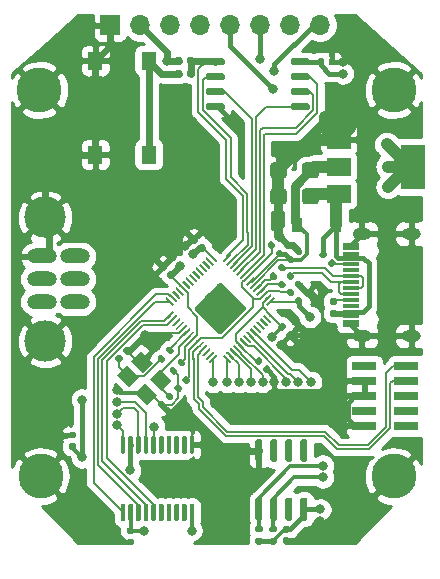
<source format=gtl>
G04 #@! TF.GenerationSoftware,KiCad,Pcbnew,(5.1.10)-1*
G04 #@! TF.CreationDate,2021-06-26T18:25:47-06:00*
G04 #@! TF.ProjectId,cable-link,6361626c-652d-46c6-996e-6b2e6b696361,rev?*
G04 #@! TF.SameCoordinates,Original*
G04 #@! TF.FileFunction,Copper,L1,Top*
G04 #@! TF.FilePolarity,Positive*
%FSLAX46Y46*%
G04 Gerber Fmt 4.6, Leading zero omitted, Abs format (unit mm)*
G04 Created by KiCad (PCBNEW (5.1.10)-1) date 2021-06-26 18:25:47*
%MOMM*%
%LPD*%
G01*
G04 APERTURE LIST*
G04 #@! TA.AperFunction,SMDPad,CuDef*
%ADD10R,2.050000X0.760000*%
G04 #@! TD*
G04 #@! TA.AperFunction,SMDPad,CuDef*
%ADD11R,0.900000X1.200000*%
G04 #@! TD*
G04 #@! TA.AperFunction,SMDPad,CuDef*
%ADD12R,1.450000X0.300000*%
G04 #@! TD*
G04 #@! TA.AperFunction,ComponentPad*
%ADD13O,2.540000X1.270000*%
G04 #@! TD*
G04 #@! TA.AperFunction,ComponentPad*
%ADD14C,3.500000*%
G04 #@! TD*
G04 #@! TA.AperFunction,SMDPad,CuDef*
%ADD15R,1.300000X1.550000*%
G04 #@! TD*
G04 #@! TA.AperFunction,ComponentPad*
%ADD16C,0.600000*%
G04 #@! TD*
G04 #@! TA.AperFunction,SMDPad,CuDef*
%ADD17R,2.000000X3.800000*%
G04 #@! TD*
G04 #@! TA.AperFunction,SMDPad,CuDef*
%ADD18R,2.000000X1.500000*%
G04 #@! TD*
G04 #@! TA.AperFunction,SMDPad,CuDef*
%ADD19C,0.100000*%
G04 #@! TD*
G04 #@! TA.AperFunction,ComponentPad*
%ADD20R,1.700000X1.700000*%
G04 #@! TD*
G04 #@! TA.AperFunction,ComponentPad*
%ADD21O,1.700000X1.700000*%
G04 #@! TD*
G04 #@! TA.AperFunction,ComponentPad*
%ADD22C,3.800000*%
G04 #@! TD*
G04 #@! TA.AperFunction,ViaPad*
%ADD23C,0.800000*%
G04 #@! TD*
G04 #@! TA.AperFunction,Conductor*
%ADD24C,1.000000*%
G04 #@! TD*
G04 #@! TA.AperFunction,Conductor*
%ADD25C,0.400000*%
G04 #@! TD*
G04 #@! TA.AperFunction,Conductor*
%ADD26C,0.200000*%
G04 #@! TD*
G04 #@! TA.AperFunction,Conductor*
%ADD27C,0.600000*%
G04 #@! TD*
G04 #@! TA.AperFunction,Conductor*
%ADD28C,0.150000*%
G04 #@! TD*
G04 #@! TA.AperFunction,Conductor*
%ADD29C,0.300000*%
G04 #@! TD*
G04 #@! TA.AperFunction,Conductor*
%ADD30C,0.800000*%
G04 #@! TD*
G04 #@! TA.AperFunction,Conductor*
%ADD31C,0.254000*%
G04 #@! TD*
G04 #@! TA.AperFunction,Conductor*
%ADD32C,0.100000*%
G04 #@! TD*
G04 APERTURE END LIST*
D10*
X45520000Y-45360000D03*
X49080000Y-45360000D03*
X45520000Y-46630000D03*
X49080000Y-46630000D03*
X45520000Y-47900000D03*
X49080000Y-47900000D03*
X45520000Y-49170000D03*
X49080000Y-49170000D03*
X45520000Y-50440000D03*
X49080000Y-50440000D03*
G04 #@! TA.AperFunction,SMDPad,CuDef*
G36*
G01*
X42500000Y-19770000D02*
X42500000Y-19430000D01*
G75*
G02*
X42640000Y-19290000I140000J0D01*
G01*
X42920000Y-19290000D01*
G75*
G02*
X43060000Y-19430000I0J-140000D01*
G01*
X43060000Y-19770000D01*
G75*
G02*
X42920000Y-19910000I-140000J0D01*
G01*
X42640000Y-19910000D01*
G75*
G02*
X42500000Y-19770000I0J140000D01*
G01*
G37*
G04 #@! TD.AperFunction*
G04 #@! TA.AperFunction,SMDPad,CuDef*
G36*
G01*
X41540000Y-19770000D02*
X41540000Y-19430000D01*
G75*
G02*
X41680000Y-19290000I140000J0D01*
G01*
X41960000Y-19290000D01*
G75*
G02*
X42100000Y-19430000I0J-140000D01*
G01*
X42100000Y-19770000D01*
G75*
G02*
X41960000Y-19910000I-140000J0D01*
G01*
X41680000Y-19910000D01*
G75*
G02*
X41540000Y-19770000I0J140000D01*
G01*
G37*
G04 #@! TD.AperFunction*
G04 #@! TA.AperFunction,SMDPad,CuDef*
G36*
G01*
X24682807Y-45057609D02*
X24442391Y-44817193D01*
G75*
G02*
X24442391Y-44619203I98995J98995D01*
G01*
X24640381Y-44421213D01*
G75*
G02*
X24838371Y-44421213I98995J-98995D01*
G01*
X25078787Y-44661629D01*
G75*
G02*
X25078787Y-44859619I-98995J-98995D01*
G01*
X24880797Y-45057609D01*
G75*
G02*
X24682807Y-45057609I-98995J98995D01*
G01*
G37*
G04 #@! TD.AperFunction*
G04 #@! TA.AperFunction,SMDPad,CuDef*
G36*
G01*
X25361629Y-44378787D02*
X25121213Y-44138371D01*
G75*
G02*
X25121213Y-43940381I98995J98995D01*
G01*
X25319203Y-43742391D01*
G75*
G02*
X25517193Y-43742391I98995J-98995D01*
G01*
X25757609Y-43982807D01*
G75*
G02*
X25757609Y-44180797I-98995J-98995D01*
G01*
X25559619Y-44378787D01*
G75*
G02*
X25361629Y-44378787I-98995J98995D01*
G01*
G37*
G04 #@! TD.AperFunction*
G04 #@! TA.AperFunction,SMDPad,CuDef*
G36*
G01*
X29117193Y-47642391D02*
X29357609Y-47882807D01*
G75*
G02*
X29357609Y-48080797I-98995J-98995D01*
G01*
X29159619Y-48278787D01*
G75*
G02*
X28961629Y-48278787I-98995J98995D01*
G01*
X28721213Y-48038371D01*
G75*
G02*
X28721213Y-47840381I98995J98995D01*
G01*
X28919203Y-47642391D01*
G75*
G02*
X29117193Y-47642391I98995J-98995D01*
G01*
G37*
G04 #@! TD.AperFunction*
G04 #@! TA.AperFunction,SMDPad,CuDef*
G36*
G01*
X28438371Y-48321213D02*
X28678787Y-48561629D01*
G75*
G02*
X28678787Y-48759619I-98995J-98995D01*
G01*
X28480797Y-48957609D01*
G75*
G02*
X28282807Y-48957609I-98995J98995D01*
G01*
X28042391Y-48717193D01*
G75*
G02*
X28042391Y-48519203I98995J98995D01*
G01*
X28240381Y-48321213D01*
G75*
G02*
X28438371Y-48321213I98995J-98995D01*
G01*
G37*
G04 #@! TD.AperFunction*
G04 #@! TA.AperFunction,SMDPad,CuDef*
G36*
G01*
X38730000Y-59880000D02*
X39070000Y-59880000D01*
G75*
G02*
X39210000Y-60020000I0J-140000D01*
G01*
X39210000Y-60300000D01*
G75*
G02*
X39070000Y-60440000I-140000J0D01*
G01*
X38730000Y-60440000D01*
G75*
G02*
X38590000Y-60300000I0J140000D01*
G01*
X38590000Y-60020000D01*
G75*
G02*
X38730000Y-59880000I140000J0D01*
G01*
G37*
G04 #@! TD.AperFunction*
G04 #@! TA.AperFunction,SMDPad,CuDef*
G36*
G01*
X38730000Y-58920000D02*
X39070000Y-58920000D01*
G75*
G02*
X39210000Y-59060000I0J-140000D01*
G01*
X39210000Y-59340000D01*
G75*
G02*
X39070000Y-59480000I-140000J0D01*
G01*
X38730000Y-59480000D01*
G75*
G02*
X38590000Y-59340000I0J140000D01*
G01*
X38590000Y-59060000D01*
G75*
G02*
X38730000Y-58920000I140000J0D01*
G01*
G37*
G04 #@! TD.AperFunction*
G04 #@! TA.AperFunction,SMDPad,CuDef*
G36*
G01*
X29838371Y-46921213D02*
X30078787Y-47161629D01*
G75*
G02*
X30078787Y-47359619I-98995J-98995D01*
G01*
X29880797Y-47557609D01*
G75*
G02*
X29682807Y-47557609I-98995J98995D01*
G01*
X29442391Y-47317193D01*
G75*
G02*
X29442391Y-47119203I98995J98995D01*
G01*
X29640381Y-46921213D01*
G75*
G02*
X29838371Y-46921213I98995J-98995D01*
G01*
G37*
G04 #@! TD.AperFunction*
G04 #@! TA.AperFunction,SMDPad,CuDef*
G36*
G01*
X30517193Y-46242391D02*
X30757609Y-46482807D01*
G75*
G02*
X30757609Y-46680797I-98995J-98995D01*
G01*
X30559619Y-46878787D01*
G75*
G02*
X30361629Y-46878787I-98995J98995D01*
G01*
X30121213Y-46638371D01*
G75*
G02*
X30121213Y-46440381I98995J98995D01*
G01*
X30319203Y-46242391D01*
G75*
G02*
X30517193Y-46242391I98995J-98995D01*
G01*
G37*
G04 #@! TD.AperFunction*
G04 #@! TA.AperFunction,SMDPad,CuDef*
G36*
G01*
X39861629Y-38778787D02*
X39621213Y-38538371D01*
G75*
G02*
X39621213Y-38340381I98995J98995D01*
G01*
X39819203Y-38142391D01*
G75*
G02*
X40017193Y-38142391I98995J-98995D01*
G01*
X40257609Y-38382807D01*
G75*
G02*
X40257609Y-38580797I-98995J-98995D01*
G01*
X40059619Y-38778787D01*
G75*
G02*
X39861629Y-38778787I-98995J98995D01*
G01*
G37*
G04 #@! TD.AperFunction*
G04 #@! TA.AperFunction,SMDPad,CuDef*
G36*
G01*
X39182807Y-39457609D02*
X38942391Y-39217193D01*
G75*
G02*
X38942391Y-39019203I98995J98995D01*
G01*
X39140381Y-38821213D01*
G75*
G02*
X39338371Y-38821213I98995J-98995D01*
G01*
X39578787Y-39061629D01*
G75*
G02*
X39578787Y-39259619I-98995J-98995D01*
G01*
X39380797Y-39457609D01*
G75*
G02*
X39182807Y-39457609I-98995J98995D01*
G01*
G37*
G04 #@! TD.AperFunction*
G04 #@! TA.AperFunction,SMDPad,CuDef*
G36*
G01*
X38261629Y-34778787D02*
X38021213Y-34538371D01*
G75*
G02*
X38021213Y-34340381I98995J98995D01*
G01*
X38219203Y-34142391D01*
G75*
G02*
X38417193Y-34142391I98995J-98995D01*
G01*
X38657609Y-34382807D01*
G75*
G02*
X38657609Y-34580797I-98995J-98995D01*
G01*
X38459619Y-34778787D01*
G75*
G02*
X38261629Y-34778787I-98995J98995D01*
G01*
G37*
G04 #@! TD.AperFunction*
G04 #@! TA.AperFunction,SMDPad,CuDef*
G36*
G01*
X37582807Y-35457609D02*
X37342391Y-35217193D01*
G75*
G02*
X37342391Y-35019203I98995J98995D01*
G01*
X37540381Y-34821213D01*
G75*
G02*
X37738371Y-34821213I98995J-98995D01*
G01*
X37978787Y-35061629D01*
G75*
G02*
X37978787Y-35259619I-98995J-98995D01*
G01*
X37780797Y-35457609D01*
G75*
G02*
X37582807Y-35457609I-98995J98995D01*
G01*
G37*
G04 #@! TD.AperFunction*
G04 #@! TA.AperFunction,SMDPad,CuDef*
G36*
G01*
X38282807Y-36157609D02*
X38042391Y-35917193D01*
G75*
G02*
X38042391Y-35719203I98995J98995D01*
G01*
X38240381Y-35521213D01*
G75*
G02*
X38438371Y-35521213I98995J-98995D01*
G01*
X38678787Y-35761629D01*
G75*
G02*
X38678787Y-35959619I-98995J-98995D01*
G01*
X38480797Y-36157609D01*
G75*
G02*
X38282807Y-36157609I-98995J98995D01*
G01*
G37*
G04 #@! TD.AperFunction*
G04 #@! TA.AperFunction,SMDPad,CuDef*
G36*
G01*
X38961629Y-35478787D02*
X38721213Y-35238371D01*
G75*
G02*
X38721213Y-35040381I98995J98995D01*
G01*
X38919203Y-34842391D01*
G75*
G02*
X39117193Y-34842391I98995J-98995D01*
G01*
X39357609Y-35082807D01*
G75*
G02*
X39357609Y-35280797I-98995J-98995D01*
G01*
X39159619Y-35478787D01*
G75*
G02*
X38961629Y-35478787I-98995J98995D01*
G01*
G37*
G04 #@! TD.AperFunction*
G04 #@! TA.AperFunction,SMDPad,CuDef*
G36*
G01*
X38921213Y-42661629D02*
X39161629Y-42421213D01*
G75*
G02*
X39359619Y-42421213I98995J-98995D01*
G01*
X39557609Y-42619203D01*
G75*
G02*
X39557609Y-42817193I-98995J-98995D01*
G01*
X39317193Y-43057609D01*
G75*
G02*
X39119203Y-43057609I-98995J98995D01*
G01*
X38921213Y-42859619D01*
G75*
G02*
X38921213Y-42661629I98995J98995D01*
G01*
G37*
G04 #@! TD.AperFunction*
G04 #@! TA.AperFunction,SMDPad,CuDef*
G36*
G01*
X38242391Y-41982807D02*
X38482807Y-41742391D01*
G75*
G02*
X38680797Y-41742391I98995J-98995D01*
G01*
X38878787Y-41940381D01*
G75*
G02*
X38878787Y-42138371I-98995J-98995D01*
G01*
X38638371Y-42378787D01*
G75*
G02*
X38440381Y-42378787I-98995J98995D01*
G01*
X38242391Y-42180797D01*
G75*
G02*
X38242391Y-41982807I98995J98995D01*
G01*
G37*
G04 #@! TD.AperFunction*
G04 #@! TA.AperFunction,SMDPad,CuDef*
G36*
G01*
X36242391Y-44882807D02*
X36482807Y-44642391D01*
G75*
G02*
X36680797Y-44642391I98995J-98995D01*
G01*
X36878787Y-44840381D01*
G75*
G02*
X36878787Y-45038371I-98995J-98995D01*
G01*
X36638371Y-45278787D01*
G75*
G02*
X36440381Y-45278787I-98995J98995D01*
G01*
X36242391Y-45080797D01*
G75*
G02*
X36242391Y-44882807I98995J98995D01*
G01*
G37*
G04 #@! TD.AperFunction*
G04 #@! TA.AperFunction,SMDPad,CuDef*
G36*
G01*
X36921213Y-45561629D02*
X37161629Y-45321213D01*
G75*
G02*
X37359619Y-45321213I98995J-98995D01*
G01*
X37557609Y-45519203D01*
G75*
G02*
X37557609Y-45717193I-98995J-98995D01*
G01*
X37317193Y-45957609D01*
G75*
G02*
X37119203Y-45957609I-98995J98995D01*
G01*
X36921213Y-45759619D01*
G75*
G02*
X36921213Y-45561629I98995J98995D01*
G01*
G37*
G04 #@! TD.AperFunction*
G04 #@! TA.AperFunction,SMDPad,CuDef*
G36*
G01*
X29438371Y-45421213D02*
X29678787Y-45661629D01*
G75*
G02*
X29678787Y-45859619I-98995J-98995D01*
G01*
X29480797Y-46057609D01*
G75*
G02*
X29282807Y-46057609I-98995J98995D01*
G01*
X29042391Y-45817193D01*
G75*
G02*
X29042391Y-45619203I98995J98995D01*
G01*
X29240381Y-45421213D01*
G75*
G02*
X29438371Y-45421213I98995J-98995D01*
G01*
G37*
G04 #@! TD.AperFunction*
G04 #@! TA.AperFunction,SMDPad,CuDef*
G36*
G01*
X30117193Y-44742391D02*
X30357609Y-44982807D01*
G75*
G02*
X30357609Y-45180797I-98995J-98995D01*
G01*
X30159619Y-45378787D01*
G75*
G02*
X29961629Y-45378787I-98995J98995D01*
G01*
X29721213Y-45138371D01*
G75*
G02*
X29721213Y-44940381I98995J98995D01*
G01*
X29919203Y-44742391D01*
G75*
G02*
X30117193Y-44742391I98995J-98995D01*
G01*
G37*
G04 #@! TD.AperFunction*
G04 #@! TA.AperFunction,SMDPad,CuDef*
G36*
G01*
X29457609Y-37717193D02*
X29217193Y-37957609D01*
G75*
G02*
X29019203Y-37957609I-98995J98995D01*
G01*
X28821213Y-37759619D01*
G75*
G02*
X28821213Y-37561629I98995J98995D01*
G01*
X29061629Y-37321213D01*
G75*
G02*
X29259619Y-37321213I98995J-98995D01*
G01*
X29457609Y-37519203D01*
G75*
G02*
X29457609Y-37717193I-98995J-98995D01*
G01*
G37*
G04 #@! TD.AperFunction*
G04 #@! TA.AperFunction,SMDPad,CuDef*
G36*
G01*
X28778787Y-37038371D02*
X28538371Y-37278787D01*
G75*
G02*
X28340381Y-37278787I-98995J98995D01*
G01*
X28142391Y-37080797D01*
G75*
G02*
X28142391Y-36882807I98995J98995D01*
G01*
X28382807Y-36642391D01*
G75*
G02*
X28580797Y-36642391I98995J-98995D01*
G01*
X28778787Y-36840381D01*
G75*
G02*
X28778787Y-37038371I-98995J-98995D01*
G01*
G37*
G04 #@! TD.AperFunction*
G04 #@! TA.AperFunction,SMDPad,CuDef*
G36*
G01*
X32057609Y-35417193D02*
X31817193Y-35657609D01*
G75*
G02*
X31619203Y-35657609I-98995J98995D01*
G01*
X31421213Y-35459619D01*
G75*
G02*
X31421213Y-35261629I98995J98995D01*
G01*
X31661629Y-35021213D01*
G75*
G02*
X31859619Y-35021213I98995J-98995D01*
G01*
X32057609Y-35219203D01*
G75*
G02*
X32057609Y-35417193I-98995J-98995D01*
G01*
G37*
G04 #@! TD.AperFunction*
G04 #@! TA.AperFunction,SMDPad,CuDef*
G36*
G01*
X31378787Y-34738371D02*
X31138371Y-34978787D01*
G75*
G02*
X30940381Y-34978787I-98995J98995D01*
G01*
X30742391Y-34780797D01*
G75*
G02*
X30742391Y-34582807I98995J98995D01*
G01*
X30982807Y-34342391D01*
G75*
G02*
X31180797Y-34342391I98995J-98995D01*
G01*
X31378787Y-34540381D01*
G75*
G02*
X31378787Y-34738371I-98995J-98995D01*
G01*
G37*
G04 #@! TD.AperFunction*
G04 #@! TA.AperFunction,SMDPad,CuDef*
G36*
G01*
X39182807Y-36657609D02*
X38942391Y-36417193D01*
G75*
G02*
X38942391Y-36219203I98995J98995D01*
G01*
X39140381Y-36021213D01*
G75*
G02*
X39338371Y-36021213I98995J-98995D01*
G01*
X39578787Y-36261629D01*
G75*
G02*
X39578787Y-36459619I-98995J-98995D01*
G01*
X39380797Y-36657609D01*
G75*
G02*
X39182807Y-36657609I-98995J98995D01*
G01*
G37*
G04 #@! TD.AperFunction*
G04 #@! TA.AperFunction,SMDPad,CuDef*
G36*
G01*
X39861629Y-35978787D02*
X39621213Y-35738371D01*
G75*
G02*
X39621213Y-35540381I98995J98995D01*
G01*
X39819203Y-35342391D01*
G75*
G02*
X40017193Y-35342391I98995J-98995D01*
G01*
X40257609Y-35582807D01*
G75*
G02*
X40257609Y-35780797I-98995J-98995D01*
G01*
X40059619Y-35978787D01*
G75*
G02*
X39861629Y-35978787I-98995J98995D01*
G01*
G37*
G04 #@! TD.AperFunction*
G04 #@! TA.AperFunction,SMDPad,CuDef*
G36*
G01*
X39882807Y-40157609D02*
X39642391Y-39917193D01*
G75*
G02*
X39642391Y-39719203I98995J98995D01*
G01*
X39840381Y-39521213D01*
G75*
G02*
X40038371Y-39521213I98995J-98995D01*
G01*
X40278787Y-39761629D01*
G75*
G02*
X40278787Y-39959619I-98995J-98995D01*
G01*
X40080797Y-40157609D01*
G75*
G02*
X39882807Y-40157609I-98995J98995D01*
G01*
G37*
G04 #@! TD.AperFunction*
G04 #@! TA.AperFunction,SMDPad,CuDef*
G36*
G01*
X40561629Y-39478787D02*
X40321213Y-39238371D01*
G75*
G02*
X40321213Y-39040381I98995J98995D01*
G01*
X40519203Y-38842391D01*
G75*
G02*
X40717193Y-38842391I98995J-98995D01*
G01*
X40957609Y-39082807D01*
G75*
G02*
X40957609Y-39280797I-98995J-98995D01*
G01*
X40759619Y-39478787D01*
G75*
G02*
X40561629Y-39478787I-98995J98995D01*
G01*
G37*
G04 #@! TD.AperFunction*
G04 #@! TA.AperFunction,SMDPad,CuDef*
G36*
G01*
X41650000Y-30574999D02*
X41650000Y-31425001D01*
G75*
G02*
X41400001Y-31675000I-249999J0D01*
G01*
X40499999Y-31675000D01*
G75*
G02*
X40250000Y-31425001I0J249999D01*
G01*
X40250000Y-30574999D01*
G75*
G02*
X40499999Y-30325000I249999J0D01*
G01*
X41400001Y-30325000D01*
G75*
G02*
X41650000Y-30574999I0J-249999D01*
G01*
G37*
G04 #@! TD.AperFunction*
G04 #@! TA.AperFunction,SMDPad,CuDef*
G36*
G01*
X38950000Y-30574999D02*
X38950000Y-31425001D01*
G75*
G02*
X38700001Y-31675000I-249999J0D01*
G01*
X37799999Y-31675000D01*
G75*
G02*
X37550000Y-31425001I0J249999D01*
G01*
X37550000Y-30574999D01*
G75*
G02*
X37799999Y-30325000I249999J0D01*
G01*
X38700001Y-30325000D01*
G75*
G02*
X38950000Y-30574999I0J-249999D01*
G01*
G37*
G04 #@! TD.AperFunction*
G04 #@! TA.AperFunction,SMDPad,CuDef*
G36*
G01*
X38950000Y-28374999D02*
X38950000Y-29225001D01*
G75*
G02*
X38700001Y-29475000I-249999J0D01*
G01*
X37799999Y-29475000D01*
G75*
G02*
X37550000Y-29225001I0J249999D01*
G01*
X37550000Y-28374999D01*
G75*
G02*
X37799999Y-28125000I249999J0D01*
G01*
X38700001Y-28125000D01*
G75*
G02*
X38950000Y-28374999I0J-249999D01*
G01*
G37*
G04 #@! TD.AperFunction*
G04 #@! TA.AperFunction,SMDPad,CuDef*
G36*
G01*
X41650000Y-28374999D02*
X41650000Y-29225001D01*
G75*
G02*
X41400001Y-29475000I-249999J0D01*
G01*
X40499999Y-29475000D01*
G75*
G02*
X40250000Y-29225001I0J249999D01*
G01*
X40250000Y-28374999D01*
G75*
G02*
X40499999Y-28125000I249999J0D01*
G01*
X41400001Y-28125000D01*
G75*
G02*
X41650000Y-28374999I0J-249999D01*
G01*
G37*
G04 #@! TD.AperFunction*
G04 #@! TA.AperFunction,SMDPad,CuDef*
G36*
G01*
X25530000Y-60000000D02*
X25870000Y-60000000D01*
G75*
G02*
X26010000Y-60140000I0J-140000D01*
G01*
X26010000Y-60420000D01*
G75*
G02*
X25870000Y-60560000I-140000J0D01*
G01*
X25530000Y-60560000D01*
G75*
G02*
X25390000Y-60420000I0J140000D01*
G01*
X25390000Y-60140000D01*
G75*
G02*
X25530000Y-60000000I140000J0D01*
G01*
G37*
G04 #@! TD.AperFunction*
G04 #@! TA.AperFunction,SMDPad,CuDef*
G36*
G01*
X25530000Y-59040000D02*
X25870000Y-59040000D01*
G75*
G02*
X26010000Y-59180000I0J-140000D01*
G01*
X26010000Y-59460000D01*
G75*
G02*
X25870000Y-59600000I-140000J0D01*
G01*
X25530000Y-59600000D01*
G75*
G02*
X25390000Y-59460000I0J140000D01*
G01*
X25390000Y-59180000D01*
G75*
G02*
X25530000Y-59040000I140000J0D01*
G01*
G37*
G04 #@! TD.AperFunction*
G04 #@! TA.AperFunction,SMDPad,CuDef*
G36*
G01*
X20970000Y-52460000D02*
X20630000Y-52460000D01*
G75*
G02*
X20490000Y-52320000I0J140000D01*
G01*
X20490000Y-52040000D01*
G75*
G02*
X20630000Y-51900000I140000J0D01*
G01*
X20970000Y-51900000D01*
G75*
G02*
X21110000Y-52040000I0J-140000D01*
G01*
X21110000Y-52320000D01*
G75*
G02*
X20970000Y-52460000I-140000J0D01*
G01*
G37*
G04 #@! TD.AperFunction*
G04 #@! TA.AperFunction,SMDPad,CuDef*
G36*
G01*
X20970000Y-51500000D02*
X20630000Y-51500000D01*
G75*
G02*
X20490000Y-51360000I0J140000D01*
G01*
X20490000Y-51080000D01*
G75*
G02*
X20630000Y-50940000I140000J0D01*
G01*
X20970000Y-50940000D01*
G75*
G02*
X21110000Y-51080000I0J-140000D01*
G01*
X21110000Y-51360000D01*
G75*
G02*
X20970000Y-51500000I-140000J0D01*
G01*
G37*
G04 #@! TD.AperFunction*
D11*
X43150000Y-33400000D03*
X39850000Y-33400000D03*
D12*
X44400000Y-39250000D03*
X44400000Y-38750000D03*
X44400000Y-38250000D03*
X44400000Y-37750000D03*
X44400000Y-37250000D03*
X44400000Y-36200000D03*
X44400000Y-35400000D03*
X44400000Y-35100000D03*
X44400000Y-35900000D03*
X44400000Y-36750000D03*
X44400000Y-39750000D03*
X44400000Y-40800000D03*
X44400000Y-41600000D03*
G04 #@! TA.AperFunction,ComponentPad*
G36*
G01*
X45620000Y-43320000D02*
X45020000Y-43320000D01*
G75*
G02*
X44520000Y-42820000I0J500000D01*
G01*
X44520000Y-42820000D01*
G75*
G02*
X45020000Y-42320000I500000J0D01*
G01*
X45620000Y-42320000D01*
G75*
G02*
X46120000Y-42820000I0J-500000D01*
G01*
X46120000Y-42820000D01*
G75*
G02*
X45620000Y-43320000I-500000J0D01*
G01*
G37*
G04 #@! TD.AperFunction*
G04 #@! TA.AperFunction,ComponentPad*
G36*
G01*
X45620000Y-34680000D02*
X45020000Y-34680000D01*
G75*
G02*
X44520000Y-34180000I0J500000D01*
G01*
X44520000Y-34180000D01*
G75*
G02*
X45020000Y-33680000I500000J0D01*
G01*
X45620000Y-33680000D01*
G75*
G02*
X46120000Y-34180000I0J-500000D01*
G01*
X46120000Y-34180000D01*
G75*
G02*
X45620000Y-34680000I-500000J0D01*
G01*
G37*
G04 #@! TD.AperFunction*
G04 #@! TA.AperFunction,ComponentPad*
G36*
G01*
X49800000Y-34680000D02*
X49200000Y-34680000D01*
G75*
G02*
X48700000Y-34180000I0J500000D01*
G01*
X48700000Y-34180000D01*
G75*
G02*
X49200000Y-33680000I500000J0D01*
G01*
X49800000Y-33680000D01*
G75*
G02*
X50300000Y-34180000I0J-500000D01*
G01*
X50300000Y-34180000D01*
G75*
G02*
X49800000Y-34680000I-500000J0D01*
G01*
G37*
G04 #@! TD.AperFunction*
G04 #@! TA.AperFunction,ComponentPad*
G36*
G01*
X49800000Y-43320000D02*
X49200000Y-43320000D01*
G75*
G02*
X48700000Y-42820000I0J500000D01*
G01*
X48700000Y-42820000D01*
G75*
G02*
X49200000Y-42320000I500000J0D01*
G01*
X49800000Y-42320000D01*
G75*
G02*
X50300000Y-42820000I0J-500000D01*
G01*
X50300000Y-42820000D01*
G75*
G02*
X49800000Y-43320000I-500000J0D01*
G01*
G37*
G04 #@! TD.AperFunction*
X44400000Y-40250000D03*
X44400000Y-41100000D03*
X44400000Y-41900000D03*
D13*
X21000000Y-39930000D03*
X21000000Y-38000000D03*
X21000000Y-36070000D03*
X18190000Y-39930000D03*
X18190000Y-38000000D03*
X18190000Y-36070000D03*
D14*
X18495000Y-43250000D03*
X18495000Y-32780000D03*
G04 #@! TA.AperFunction,SMDPad,CuDef*
G36*
G01*
X28399480Y-44438891D02*
X28661109Y-44700520D01*
G75*
G02*
X28661109Y-44891438I-95459J-95459D01*
G01*
X28470190Y-45082357D01*
G75*
G02*
X28279272Y-45082357I-95459J95459D01*
G01*
X28017643Y-44820728D01*
G75*
G02*
X28017643Y-44629810I95459J95459D01*
G01*
X28208562Y-44438891D01*
G75*
G02*
X28399480Y-44438891I95459J-95459D01*
G01*
G37*
G04 #@! TD.AperFunction*
G04 #@! TA.AperFunction,SMDPad,CuDef*
G36*
G01*
X29120728Y-43717643D02*
X29382357Y-43979272D01*
G75*
G02*
X29382357Y-44170190I-95459J-95459D01*
G01*
X29191438Y-44361109D01*
G75*
G02*
X29000520Y-44361109I-95459J95459D01*
G01*
X28738891Y-44099480D01*
G75*
G02*
X28738891Y-43908562I95459J95459D01*
G01*
X28929810Y-43717643D01*
G75*
G02*
X29120728Y-43717643I95459J-95459D01*
G01*
G37*
G04 #@! TD.AperFunction*
G04 #@! TA.AperFunction,SMDPad,CuDef*
G36*
G01*
X31080000Y-20415000D02*
X31080000Y-20785000D01*
G75*
G02*
X30945000Y-20920000I-135000J0D01*
G01*
X30675000Y-20920000D01*
G75*
G02*
X30540000Y-20785000I0J135000D01*
G01*
X30540000Y-20415000D01*
G75*
G02*
X30675000Y-20280000I135000J0D01*
G01*
X30945000Y-20280000D01*
G75*
G02*
X31080000Y-20415000I0J-135000D01*
G01*
G37*
G04 #@! TD.AperFunction*
G04 #@! TA.AperFunction,SMDPad,CuDef*
G36*
G01*
X30060000Y-20415000D02*
X30060000Y-20785000D01*
G75*
G02*
X29925000Y-20920000I-135000J0D01*
G01*
X29655000Y-20920000D01*
G75*
G02*
X29520000Y-20785000I0J135000D01*
G01*
X29520000Y-20415000D01*
G75*
G02*
X29655000Y-20280000I135000J0D01*
G01*
X29925000Y-20280000D01*
G75*
G02*
X30060000Y-20415000I0J-135000D01*
G01*
G37*
G04 #@! TD.AperFunction*
G04 #@! TA.AperFunction,SMDPad,CuDef*
G36*
G01*
X30540000Y-19685000D02*
X30540000Y-19315000D01*
G75*
G02*
X30675000Y-19180000I135000J0D01*
G01*
X30945000Y-19180000D01*
G75*
G02*
X31080000Y-19315000I0J-135000D01*
G01*
X31080000Y-19685000D01*
G75*
G02*
X30945000Y-19820000I-135000J0D01*
G01*
X30675000Y-19820000D01*
G75*
G02*
X30540000Y-19685000I0J135000D01*
G01*
G37*
G04 #@! TD.AperFunction*
G04 #@! TA.AperFunction,SMDPad,CuDef*
G36*
G01*
X29520000Y-19685000D02*
X29520000Y-19315000D01*
G75*
G02*
X29655000Y-19180000I135000J0D01*
G01*
X29925000Y-19180000D01*
G75*
G02*
X30060000Y-19315000I0J-135000D01*
G01*
X30060000Y-19685000D01*
G75*
G02*
X29925000Y-19820000I-135000J0D01*
G01*
X29655000Y-19820000D01*
G75*
G02*
X29520000Y-19685000I0J135000D01*
G01*
G37*
G04 #@! TD.AperFunction*
G04 #@! TA.AperFunction,SMDPad,CuDef*
G36*
G01*
X43085000Y-41180000D02*
X42715000Y-41180000D01*
G75*
G02*
X42580000Y-41045000I0J135000D01*
G01*
X42580000Y-40775000D01*
G75*
G02*
X42715000Y-40640000I135000J0D01*
G01*
X43085000Y-40640000D01*
G75*
G02*
X43220000Y-40775000I0J-135000D01*
G01*
X43220000Y-41045000D01*
G75*
G02*
X43085000Y-41180000I-135000J0D01*
G01*
G37*
G04 #@! TD.AperFunction*
G04 #@! TA.AperFunction,SMDPad,CuDef*
G36*
G01*
X43085000Y-40160000D02*
X42715000Y-40160000D01*
G75*
G02*
X42580000Y-40025000I0J135000D01*
G01*
X42580000Y-39755000D01*
G75*
G02*
X42715000Y-39620000I135000J0D01*
G01*
X43085000Y-39620000D01*
G75*
G02*
X43220000Y-39755000I0J-135000D01*
G01*
X43220000Y-40025000D01*
G75*
G02*
X43085000Y-40160000I-135000J0D01*
G01*
G37*
G04 #@! TD.AperFunction*
G04 #@! TA.AperFunction,SMDPad,CuDef*
G36*
G01*
X42438891Y-36600520D02*
X42700520Y-36338891D01*
G75*
G02*
X42891438Y-36338891I95459J-95459D01*
G01*
X43082357Y-36529810D01*
G75*
G02*
X43082357Y-36720728I-95459J-95459D01*
G01*
X42820728Y-36982357D01*
G75*
G02*
X42629810Y-36982357I-95459J95459D01*
G01*
X42438891Y-36791438D01*
G75*
G02*
X42438891Y-36600520I95459J95459D01*
G01*
G37*
G04 #@! TD.AperFunction*
G04 #@! TA.AperFunction,SMDPad,CuDef*
G36*
G01*
X41717643Y-35879272D02*
X41979272Y-35617643D01*
G75*
G02*
X42170190Y-35617643I95459J-95459D01*
G01*
X42361109Y-35808562D01*
G75*
G02*
X42361109Y-35999480I-95459J-95459D01*
G01*
X42099480Y-36261109D01*
G75*
G02*
X41908562Y-36261109I-95459J95459D01*
G01*
X41717643Y-36070190D01*
G75*
G02*
X41717643Y-35879272I95459J95459D01*
G01*
G37*
G04 #@! TD.AperFunction*
G04 #@! TA.AperFunction,SMDPad,CuDef*
G36*
G01*
X36785000Y-59460000D02*
X36415000Y-59460000D01*
G75*
G02*
X36280000Y-59325000I0J135000D01*
G01*
X36280000Y-59055000D01*
G75*
G02*
X36415000Y-58920000I135000J0D01*
G01*
X36785000Y-58920000D01*
G75*
G02*
X36920000Y-59055000I0J-135000D01*
G01*
X36920000Y-59325000D01*
G75*
G02*
X36785000Y-59460000I-135000J0D01*
G01*
G37*
G04 #@! TD.AperFunction*
G04 #@! TA.AperFunction,SMDPad,CuDef*
G36*
G01*
X36785000Y-60480000D02*
X36415000Y-60480000D01*
G75*
G02*
X36280000Y-60345000I0J135000D01*
G01*
X36280000Y-60075000D01*
G75*
G02*
X36415000Y-59940000I135000J0D01*
G01*
X36785000Y-59940000D01*
G75*
G02*
X36920000Y-60075000I0J-135000D01*
G01*
X36920000Y-60345000D01*
G75*
G02*
X36785000Y-60480000I-135000J0D01*
G01*
G37*
G04 #@! TD.AperFunction*
G04 #@! TA.AperFunction,SMDPad,CuDef*
G36*
G01*
X37985000Y-60480000D02*
X37615000Y-60480000D01*
G75*
G02*
X37480000Y-60345000I0J135000D01*
G01*
X37480000Y-60075000D01*
G75*
G02*
X37615000Y-59940000I135000J0D01*
G01*
X37985000Y-59940000D01*
G75*
G02*
X38120000Y-60075000I0J-135000D01*
G01*
X38120000Y-60345000D01*
G75*
G02*
X37985000Y-60480000I-135000J0D01*
G01*
G37*
G04 #@! TD.AperFunction*
G04 #@! TA.AperFunction,SMDPad,CuDef*
G36*
G01*
X37985000Y-59460000D02*
X37615000Y-59460000D01*
G75*
G02*
X37480000Y-59325000I0J135000D01*
G01*
X37480000Y-59055000D01*
G75*
G02*
X37615000Y-58920000I135000J0D01*
G01*
X37985000Y-58920000D01*
G75*
G02*
X38120000Y-59055000I0J-135000D01*
G01*
X38120000Y-59325000D01*
G75*
G02*
X37985000Y-59460000I-135000J0D01*
G01*
G37*
G04 #@! TD.AperFunction*
G04 #@! TA.AperFunction,SMDPad,CuDef*
G36*
G01*
X38620728Y-36717643D02*
X38882357Y-36979272D01*
G75*
G02*
X38882357Y-37170190I-95459J-95459D01*
G01*
X38691438Y-37361109D01*
G75*
G02*
X38500520Y-37361109I-95459J95459D01*
G01*
X38238891Y-37099480D01*
G75*
G02*
X38238891Y-36908562I95459J95459D01*
G01*
X38429810Y-36717643D01*
G75*
G02*
X38620728Y-36717643I95459J-95459D01*
G01*
G37*
G04 #@! TD.AperFunction*
G04 #@! TA.AperFunction,SMDPad,CuDef*
G36*
G01*
X37899480Y-37438891D02*
X38161109Y-37700520D01*
G75*
G02*
X38161109Y-37891438I-95459J-95459D01*
G01*
X37970190Y-38082357D01*
G75*
G02*
X37779272Y-38082357I-95459J95459D01*
G01*
X37517643Y-37820728D01*
G75*
G02*
X37517643Y-37629810I95459J95459D01*
G01*
X37708562Y-37438891D01*
G75*
G02*
X37899480Y-37438891I95459J-95459D01*
G01*
G37*
G04 #@! TD.AperFunction*
G04 #@! TA.AperFunction,SMDPad,CuDef*
G36*
G01*
X39320728Y-37417643D02*
X39582357Y-37679272D01*
G75*
G02*
X39582357Y-37870190I-95459J-95459D01*
G01*
X39391438Y-38061109D01*
G75*
G02*
X39200520Y-38061109I-95459J95459D01*
G01*
X38938891Y-37799480D01*
G75*
G02*
X38938891Y-37608562I95459J95459D01*
G01*
X39129810Y-37417643D01*
G75*
G02*
X39320728Y-37417643I95459J-95459D01*
G01*
G37*
G04 #@! TD.AperFunction*
G04 #@! TA.AperFunction,SMDPad,CuDef*
G36*
G01*
X38599480Y-38138891D02*
X38861109Y-38400520D01*
G75*
G02*
X38861109Y-38591438I-95459J-95459D01*
G01*
X38670190Y-38782357D01*
G75*
G02*
X38479272Y-38782357I-95459J95459D01*
G01*
X38217643Y-38520728D01*
G75*
G02*
X38217643Y-38329810I95459J95459D01*
G01*
X38408562Y-38138891D01*
G75*
G02*
X38599480Y-38138891I95459J-95459D01*
G01*
G37*
G04 #@! TD.AperFunction*
D15*
X27250000Y-27475000D03*
X22750000Y-27475000D03*
X22750000Y-19525000D03*
X27250000Y-19525000D03*
G04 #@! TA.AperFunction,SMDPad,CuDef*
G36*
G01*
X40255000Y-51550000D02*
X40555000Y-51550000D01*
G75*
G02*
X40705000Y-51700000I0J-150000D01*
G01*
X40705000Y-53350000D01*
G75*
G02*
X40555000Y-53500000I-150000J0D01*
G01*
X40255000Y-53500000D01*
G75*
G02*
X40105000Y-53350000I0J150000D01*
G01*
X40105000Y-51700000D01*
G75*
G02*
X40255000Y-51550000I150000J0D01*
G01*
G37*
G04 #@! TD.AperFunction*
G04 #@! TA.AperFunction,SMDPad,CuDef*
G36*
G01*
X38985000Y-51550000D02*
X39285000Y-51550000D01*
G75*
G02*
X39435000Y-51700000I0J-150000D01*
G01*
X39435000Y-53350000D01*
G75*
G02*
X39285000Y-53500000I-150000J0D01*
G01*
X38985000Y-53500000D01*
G75*
G02*
X38835000Y-53350000I0J150000D01*
G01*
X38835000Y-51700000D01*
G75*
G02*
X38985000Y-51550000I150000J0D01*
G01*
G37*
G04 #@! TD.AperFunction*
G04 #@! TA.AperFunction,SMDPad,CuDef*
G36*
G01*
X37715000Y-51550000D02*
X38015000Y-51550000D01*
G75*
G02*
X38165000Y-51700000I0J-150000D01*
G01*
X38165000Y-53350000D01*
G75*
G02*
X38015000Y-53500000I-150000J0D01*
G01*
X37715000Y-53500000D01*
G75*
G02*
X37565000Y-53350000I0J150000D01*
G01*
X37565000Y-51700000D01*
G75*
G02*
X37715000Y-51550000I150000J0D01*
G01*
G37*
G04 #@! TD.AperFunction*
G04 #@! TA.AperFunction,SMDPad,CuDef*
G36*
G01*
X36445000Y-51550000D02*
X36745000Y-51550000D01*
G75*
G02*
X36895000Y-51700000I0J-150000D01*
G01*
X36895000Y-53350000D01*
G75*
G02*
X36745000Y-53500000I-150000J0D01*
G01*
X36445000Y-53500000D01*
G75*
G02*
X36295000Y-53350000I0J150000D01*
G01*
X36295000Y-51700000D01*
G75*
G02*
X36445000Y-51550000I150000J0D01*
G01*
G37*
G04 #@! TD.AperFunction*
G04 #@! TA.AperFunction,SMDPad,CuDef*
G36*
G01*
X36445000Y-56500000D02*
X36745000Y-56500000D01*
G75*
G02*
X36895000Y-56650000I0J-150000D01*
G01*
X36895000Y-58300000D01*
G75*
G02*
X36745000Y-58450000I-150000J0D01*
G01*
X36445000Y-58450000D01*
G75*
G02*
X36295000Y-58300000I0J150000D01*
G01*
X36295000Y-56650000D01*
G75*
G02*
X36445000Y-56500000I150000J0D01*
G01*
G37*
G04 #@! TD.AperFunction*
G04 #@! TA.AperFunction,SMDPad,CuDef*
G36*
G01*
X37715000Y-56500000D02*
X38015000Y-56500000D01*
G75*
G02*
X38165000Y-56650000I0J-150000D01*
G01*
X38165000Y-58300000D01*
G75*
G02*
X38015000Y-58450000I-150000J0D01*
G01*
X37715000Y-58450000D01*
G75*
G02*
X37565000Y-58300000I0J150000D01*
G01*
X37565000Y-56650000D01*
G75*
G02*
X37715000Y-56500000I150000J0D01*
G01*
G37*
G04 #@! TD.AperFunction*
G04 #@! TA.AperFunction,SMDPad,CuDef*
G36*
G01*
X38985000Y-56500000D02*
X39285000Y-56500000D01*
G75*
G02*
X39435000Y-56650000I0J-150000D01*
G01*
X39435000Y-58300000D01*
G75*
G02*
X39285000Y-58450000I-150000J0D01*
G01*
X38985000Y-58450000D01*
G75*
G02*
X38835000Y-58300000I0J150000D01*
G01*
X38835000Y-56650000D01*
G75*
G02*
X38985000Y-56500000I150000J0D01*
G01*
G37*
G04 #@! TD.AperFunction*
G04 #@! TA.AperFunction,SMDPad,CuDef*
G36*
G01*
X40255000Y-56500000D02*
X40555000Y-56500000D01*
G75*
G02*
X40705000Y-56650000I0J-150000D01*
G01*
X40705000Y-58300000D01*
G75*
G02*
X40555000Y-58450000I-150000J0D01*
G01*
X40255000Y-58450000D01*
G75*
G02*
X40105000Y-58300000I0J150000D01*
G01*
X40105000Y-56650000D01*
G75*
G02*
X40255000Y-56500000I150000J0D01*
G01*
G37*
G04 #@! TD.AperFunction*
G04 #@! TA.AperFunction,SMDPad,CuDef*
G36*
G01*
X32100000Y-19745000D02*
X32100000Y-19445000D01*
G75*
G02*
X32250000Y-19295000I150000J0D01*
G01*
X33550000Y-19295000D01*
G75*
G02*
X33700000Y-19445000I0J-150000D01*
G01*
X33700000Y-19745000D01*
G75*
G02*
X33550000Y-19895000I-150000J0D01*
G01*
X32250000Y-19895000D01*
G75*
G02*
X32100000Y-19745000I0J150000D01*
G01*
G37*
G04 #@! TD.AperFunction*
G04 #@! TA.AperFunction,SMDPad,CuDef*
G36*
G01*
X32100000Y-21015000D02*
X32100000Y-20715000D01*
G75*
G02*
X32250000Y-20565000I150000J0D01*
G01*
X33550000Y-20565000D01*
G75*
G02*
X33700000Y-20715000I0J-150000D01*
G01*
X33700000Y-21015000D01*
G75*
G02*
X33550000Y-21165000I-150000J0D01*
G01*
X32250000Y-21165000D01*
G75*
G02*
X32100000Y-21015000I0J150000D01*
G01*
G37*
G04 #@! TD.AperFunction*
G04 #@! TA.AperFunction,SMDPad,CuDef*
G36*
G01*
X32100000Y-22285000D02*
X32100000Y-21985000D01*
G75*
G02*
X32250000Y-21835000I150000J0D01*
G01*
X33550000Y-21835000D01*
G75*
G02*
X33700000Y-21985000I0J-150000D01*
G01*
X33700000Y-22285000D01*
G75*
G02*
X33550000Y-22435000I-150000J0D01*
G01*
X32250000Y-22435000D01*
G75*
G02*
X32100000Y-22285000I0J150000D01*
G01*
G37*
G04 #@! TD.AperFunction*
G04 #@! TA.AperFunction,SMDPad,CuDef*
G36*
G01*
X32100000Y-23555000D02*
X32100000Y-23255000D01*
G75*
G02*
X32250000Y-23105000I150000J0D01*
G01*
X33550000Y-23105000D01*
G75*
G02*
X33700000Y-23255000I0J-150000D01*
G01*
X33700000Y-23555000D01*
G75*
G02*
X33550000Y-23705000I-150000J0D01*
G01*
X32250000Y-23705000D01*
G75*
G02*
X32100000Y-23555000I0J150000D01*
G01*
G37*
G04 #@! TD.AperFunction*
G04 #@! TA.AperFunction,SMDPad,CuDef*
G36*
G01*
X39300000Y-23555000D02*
X39300000Y-23255000D01*
G75*
G02*
X39450000Y-23105000I150000J0D01*
G01*
X40750000Y-23105000D01*
G75*
G02*
X40900000Y-23255000I0J-150000D01*
G01*
X40900000Y-23555000D01*
G75*
G02*
X40750000Y-23705000I-150000J0D01*
G01*
X39450000Y-23705000D01*
G75*
G02*
X39300000Y-23555000I0J150000D01*
G01*
G37*
G04 #@! TD.AperFunction*
G04 #@! TA.AperFunction,SMDPad,CuDef*
G36*
G01*
X39300000Y-22285000D02*
X39300000Y-21985000D01*
G75*
G02*
X39450000Y-21835000I150000J0D01*
G01*
X40750000Y-21835000D01*
G75*
G02*
X40900000Y-21985000I0J-150000D01*
G01*
X40900000Y-22285000D01*
G75*
G02*
X40750000Y-22435000I-150000J0D01*
G01*
X39450000Y-22435000D01*
G75*
G02*
X39300000Y-22285000I0J150000D01*
G01*
G37*
G04 #@! TD.AperFunction*
G04 #@! TA.AperFunction,SMDPad,CuDef*
G36*
G01*
X39300000Y-21015000D02*
X39300000Y-20715000D01*
G75*
G02*
X39450000Y-20565000I150000J0D01*
G01*
X40750000Y-20565000D01*
G75*
G02*
X40900000Y-20715000I0J-150000D01*
G01*
X40900000Y-21015000D01*
G75*
G02*
X40750000Y-21165000I-150000J0D01*
G01*
X39450000Y-21165000D01*
G75*
G02*
X39300000Y-21015000I0J150000D01*
G01*
G37*
G04 #@! TD.AperFunction*
G04 #@! TA.AperFunction,SMDPad,CuDef*
G36*
G01*
X39300000Y-19745000D02*
X39300000Y-19445000D01*
G75*
G02*
X39450000Y-19295000I150000J0D01*
G01*
X40750000Y-19295000D01*
G75*
G02*
X40900000Y-19445000I0J-150000D01*
G01*
X40900000Y-19745000D01*
G75*
G02*
X40750000Y-19895000I-150000J0D01*
G01*
X39450000Y-19895000D01*
G75*
G02*
X39300000Y-19745000I0J150000D01*
G01*
G37*
G04 #@! TD.AperFunction*
G04 #@! TA.AperFunction,SMDPad,CuDef*
G36*
G01*
X31139082Y-40398177D02*
X33198177Y-38339082D01*
G75*
G02*
X33401823Y-38339082I101823J-101823D01*
G01*
X35460918Y-40398177D01*
G75*
G02*
X35460918Y-40601823I-101823J-101823D01*
G01*
X33401823Y-42660918D01*
G75*
G02*
X33198177Y-42660918I-101823J101823D01*
G01*
X31139082Y-40601823D01*
G75*
G02*
X31139082Y-40398177I101823J101823D01*
G01*
G37*
G04 #@! TD.AperFunction*
D16*
X33300000Y-38696878D03*
X34201561Y-39598439D03*
X35103122Y-40500000D03*
X32398439Y-39598439D03*
X33300000Y-40500000D03*
X34201561Y-41401561D03*
X31496878Y-40500000D03*
X32398439Y-41401561D03*
X33300000Y-42303122D03*
G04 #@! TA.AperFunction,SMDPad,CuDef*
G36*
G01*
X32363084Y-35956839D02*
X32433794Y-35886129D01*
G75*
G02*
X32504504Y-35886129I35355J-35355D01*
G01*
X33052512Y-36434137D01*
G75*
G02*
X33052512Y-36504847I-35355J-35355D01*
G01*
X32981802Y-36575557D01*
G75*
G02*
X32911092Y-36575557I-35355J35355D01*
G01*
X32363084Y-36027549D01*
G75*
G02*
X32363084Y-35956839I35355J35355D01*
G01*
G37*
G04 #@! TD.AperFunction*
G04 #@! TA.AperFunction,SMDPad,CuDef*
G36*
G01*
X32080241Y-36239682D02*
X32150951Y-36168972D01*
G75*
G02*
X32221661Y-36168972I35355J-35355D01*
G01*
X32769669Y-36716980D01*
G75*
G02*
X32769669Y-36787690I-35355J-35355D01*
G01*
X32698959Y-36858400D01*
G75*
G02*
X32628249Y-36858400I-35355J35355D01*
G01*
X32080241Y-36310392D01*
G75*
G02*
X32080241Y-36239682I35355J35355D01*
G01*
G37*
G04 #@! TD.AperFunction*
G04 #@! TA.AperFunction,SMDPad,CuDef*
G36*
G01*
X31797399Y-36522524D02*
X31868109Y-36451814D01*
G75*
G02*
X31938819Y-36451814I35355J-35355D01*
G01*
X32486827Y-36999822D01*
G75*
G02*
X32486827Y-37070532I-35355J-35355D01*
G01*
X32416117Y-37141242D01*
G75*
G02*
X32345407Y-37141242I-35355J35355D01*
G01*
X31797399Y-36593234D01*
G75*
G02*
X31797399Y-36522524I35355J35355D01*
G01*
G37*
G04 #@! TD.AperFunction*
G04 #@! TA.AperFunction,SMDPad,CuDef*
G36*
G01*
X31514556Y-36805367D02*
X31585266Y-36734657D01*
G75*
G02*
X31655976Y-36734657I35355J-35355D01*
G01*
X32203984Y-37282665D01*
G75*
G02*
X32203984Y-37353375I-35355J-35355D01*
G01*
X32133274Y-37424085D01*
G75*
G02*
X32062564Y-37424085I-35355J35355D01*
G01*
X31514556Y-36876077D01*
G75*
G02*
X31514556Y-36805367I35355J35355D01*
G01*
G37*
G04 #@! TD.AperFunction*
G04 #@! TA.AperFunction,SMDPad,CuDef*
G36*
G01*
X31231713Y-37088210D02*
X31302423Y-37017500D01*
G75*
G02*
X31373133Y-37017500I35355J-35355D01*
G01*
X31921141Y-37565508D01*
G75*
G02*
X31921141Y-37636218I-35355J-35355D01*
G01*
X31850431Y-37706928D01*
G75*
G02*
X31779721Y-37706928I-35355J35355D01*
G01*
X31231713Y-37158920D01*
G75*
G02*
X31231713Y-37088210I35355J35355D01*
G01*
G37*
G04 #@! TD.AperFunction*
G04 #@! TA.AperFunction,SMDPad,CuDef*
G36*
G01*
X30948871Y-37371052D02*
X31019581Y-37300342D01*
G75*
G02*
X31090291Y-37300342I35355J-35355D01*
G01*
X31638299Y-37848350D01*
G75*
G02*
X31638299Y-37919060I-35355J-35355D01*
G01*
X31567589Y-37989770D01*
G75*
G02*
X31496879Y-37989770I-35355J35355D01*
G01*
X30948871Y-37441762D01*
G75*
G02*
X30948871Y-37371052I35355J35355D01*
G01*
G37*
G04 #@! TD.AperFunction*
G04 #@! TA.AperFunction,SMDPad,CuDef*
G36*
G01*
X30666028Y-37653895D02*
X30736738Y-37583185D01*
G75*
G02*
X30807448Y-37583185I35355J-35355D01*
G01*
X31355456Y-38131193D01*
G75*
G02*
X31355456Y-38201903I-35355J-35355D01*
G01*
X31284746Y-38272613D01*
G75*
G02*
X31214036Y-38272613I-35355J35355D01*
G01*
X30666028Y-37724605D01*
G75*
G02*
X30666028Y-37653895I35355J35355D01*
G01*
G37*
G04 #@! TD.AperFunction*
G04 #@! TA.AperFunction,SMDPad,CuDef*
G36*
G01*
X30383185Y-37936738D02*
X30453895Y-37866028D01*
G75*
G02*
X30524605Y-37866028I35355J-35355D01*
G01*
X31072613Y-38414036D01*
G75*
G02*
X31072613Y-38484746I-35355J-35355D01*
G01*
X31001903Y-38555456D01*
G75*
G02*
X30931193Y-38555456I-35355J35355D01*
G01*
X30383185Y-38007448D01*
G75*
G02*
X30383185Y-37936738I35355J35355D01*
G01*
G37*
G04 #@! TD.AperFunction*
G04 #@! TA.AperFunction,SMDPad,CuDef*
G36*
G01*
X30100342Y-38219581D02*
X30171052Y-38148871D01*
G75*
G02*
X30241762Y-38148871I35355J-35355D01*
G01*
X30789770Y-38696879D01*
G75*
G02*
X30789770Y-38767589I-35355J-35355D01*
G01*
X30719060Y-38838299D01*
G75*
G02*
X30648350Y-38838299I-35355J35355D01*
G01*
X30100342Y-38290291D01*
G75*
G02*
X30100342Y-38219581I35355J35355D01*
G01*
G37*
G04 #@! TD.AperFunction*
G04 #@! TA.AperFunction,SMDPad,CuDef*
G36*
G01*
X29817500Y-38502423D02*
X29888210Y-38431713D01*
G75*
G02*
X29958920Y-38431713I35355J-35355D01*
G01*
X30506928Y-38979721D01*
G75*
G02*
X30506928Y-39050431I-35355J-35355D01*
G01*
X30436218Y-39121141D01*
G75*
G02*
X30365508Y-39121141I-35355J35355D01*
G01*
X29817500Y-38573133D01*
G75*
G02*
X29817500Y-38502423I35355J35355D01*
G01*
G37*
G04 #@! TD.AperFunction*
G04 #@! TA.AperFunction,SMDPad,CuDef*
G36*
G01*
X29534657Y-38785266D02*
X29605367Y-38714556D01*
G75*
G02*
X29676077Y-38714556I35355J-35355D01*
G01*
X30224085Y-39262564D01*
G75*
G02*
X30224085Y-39333274I-35355J-35355D01*
G01*
X30153375Y-39403984D01*
G75*
G02*
X30082665Y-39403984I-35355J35355D01*
G01*
X29534657Y-38855976D01*
G75*
G02*
X29534657Y-38785266I35355J35355D01*
G01*
G37*
G04 #@! TD.AperFunction*
G04 #@! TA.AperFunction,SMDPad,CuDef*
G36*
G01*
X29251814Y-39068109D02*
X29322524Y-38997399D01*
G75*
G02*
X29393234Y-38997399I35355J-35355D01*
G01*
X29941242Y-39545407D01*
G75*
G02*
X29941242Y-39616117I-35355J-35355D01*
G01*
X29870532Y-39686827D01*
G75*
G02*
X29799822Y-39686827I-35355J35355D01*
G01*
X29251814Y-39138819D01*
G75*
G02*
X29251814Y-39068109I35355J35355D01*
G01*
G37*
G04 #@! TD.AperFunction*
G04 #@! TA.AperFunction,SMDPad,CuDef*
G36*
G01*
X28968972Y-39350951D02*
X29039682Y-39280241D01*
G75*
G02*
X29110392Y-39280241I35355J-35355D01*
G01*
X29658400Y-39828249D01*
G75*
G02*
X29658400Y-39898959I-35355J-35355D01*
G01*
X29587690Y-39969669D01*
G75*
G02*
X29516980Y-39969669I-35355J35355D01*
G01*
X28968972Y-39421661D01*
G75*
G02*
X28968972Y-39350951I35355J35355D01*
G01*
G37*
G04 #@! TD.AperFunction*
G04 #@! TA.AperFunction,SMDPad,CuDef*
G36*
G01*
X28686129Y-39633794D02*
X28756839Y-39563084D01*
G75*
G02*
X28827549Y-39563084I35355J-35355D01*
G01*
X29375557Y-40111092D01*
G75*
G02*
X29375557Y-40181802I-35355J-35355D01*
G01*
X29304847Y-40252512D01*
G75*
G02*
X29234137Y-40252512I-35355J35355D01*
G01*
X28686129Y-39704504D01*
G75*
G02*
X28686129Y-39633794I35355J35355D01*
G01*
G37*
G04 #@! TD.AperFunction*
G04 #@! TA.AperFunction,SMDPad,CuDef*
G36*
G01*
X28686129Y-41295496D02*
X29234137Y-40747488D01*
G75*
G02*
X29304847Y-40747488I35355J-35355D01*
G01*
X29375557Y-40818198D01*
G75*
G02*
X29375557Y-40888908I-35355J-35355D01*
G01*
X28827549Y-41436916D01*
G75*
G02*
X28756839Y-41436916I-35355J35355D01*
G01*
X28686129Y-41366206D01*
G75*
G02*
X28686129Y-41295496I35355J35355D01*
G01*
G37*
G04 #@! TD.AperFunction*
G04 #@! TA.AperFunction,SMDPad,CuDef*
G36*
G01*
X28968972Y-41578339D02*
X29516980Y-41030331D01*
G75*
G02*
X29587690Y-41030331I35355J-35355D01*
G01*
X29658400Y-41101041D01*
G75*
G02*
X29658400Y-41171751I-35355J-35355D01*
G01*
X29110392Y-41719759D01*
G75*
G02*
X29039682Y-41719759I-35355J35355D01*
G01*
X28968972Y-41649049D01*
G75*
G02*
X28968972Y-41578339I35355J35355D01*
G01*
G37*
G04 #@! TD.AperFunction*
G04 #@! TA.AperFunction,SMDPad,CuDef*
G36*
G01*
X29251814Y-41861181D02*
X29799822Y-41313173D01*
G75*
G02*
X29870532Y-41313173I35355J-35355D01*
G01*
X29941242Y-41383883D01*
G75*
G02*
X29941242Y-41454593I-35355J-35355D01*
G01*
X29393234Y-42002601D01*
G75*
G02*
X29322524Y-42002601I-35355J35355D01*
G01*
X29251814Y-41931891D01*
G75*
G02*
X29251814Y-41861181I35355J35355D01*
G01*
G37*
G04 #@! TD.AperFunction*
G04 #@! TA.AperFunction,SMDPad,CuDef*
G36*
G01*
X29534657Y-42144024D02*
X30082665Y-41596016D01*
G75*
G02*
X30153375Y-41596016I35355J-35355D01*
G01*
X30224085Y-41666726D01*
G75*
G02*
X30224085Y-41737436I-35355J-35355D01*
G01*
X29676077Y-42285444D01*
G75*
G02*
X29605367Y-42285444I-35355J35355D01*
G01*
X29534657Y-42214734D01*
G75*
G02*
X29534657Y-42144024I35355J35355D01*
G01*
G37*
G04 #@! TD.AperFunction*
G04 #@! TA.AperFunction,SMDPad,CuDef*
G36*
G01*
X29817500Y-42426867D02*
X30365508Y-41878859D01*
G75*
G02*
X30436218Y-41878859I35355J-35355D01*
G01*
X30506928Y-41949569D01*
G75*
G02*
X30506928Y-42020279I-35355J-35355D01*
G01*
X29958920Y-42568287D01*
G75*
G02*
X29888210Y-42568287I-35355J35355D01*
G01*
X29817500Y-42497577D01*
G75*
G02*
X29817500Y-42426867I35355J35355D01*
G01*
G37*
G04 #@! TD.AperFunction*
G04 #@! TA.AperFunction,SMDPad,CuDef*
G36*
G01*
X30100342Y-42709709D02*
X30648350Y-42161701D01*
G75*
G02*
X30719060Y-42161701I35355J-35355D01*
G01*
X30789770Y-42232411D01*
G75*
G02*
X30789770Y-42303121I-35355J-35355D01*
G01*
X30241762Y-42851129D01*
G75*
G02*
X30171052Y-42851129I-35355J35355D01*
G01*
X30100342Y-42780419D01*
G75*
G02*
X30100342Y-42709709I35355J35355D01*
G01*
G37*
G04 #@! TD.AperFunction*
G04 #@! TA.AperFunction,SMDPad,CuDef*
G36*
G01*
X30383185Y-42992552D02*
X30931193Y-42444544D01*
G75*
G02*
X31001903Y-42444544I35355J-35355D01*
G01*
X31072613Y-42515254D01*
G75*
G02*
X31072613Y-42585964I-35355J-35355D01*
G01*
X30524605Y-43133972D01*
G75*
G02*
X30453895Y-43133972I-35355J35355D01*
G01*
X30383185Y-43063262D01*
G75*
G02*
X30383185Y-42992552I35355J35355D01*
G01*
G37*
G04 #@! TD.AperFunction*
G04 #@! TA.AperFunction,SMDPad,CuDef*
G36*
G01*
X30666028Y-43275395D02*
X31214036Y-42727387D01*
G75*
G02*
X31284746Y-42727387I35355J-35355D01*
G01*
X31355456Y-42798097D01*
G75*
G02*
X31355456Y-42868807I-35355J-35355D01*
G01*
X30807448Y-43416815D01*
G75*
G02*
X30736738Y-43416815I-35355J35355D01*
G01*
X30666028Y-43346105D01*
G75*
G02*
X30666028Y-43275395I35355J35355D01*
G01*
G37*
G04 #@! TD.AperFunction*
G04 #@! TA.AperFunction,SMDPad,CuDef*
G36*
G01*
X30948871Y-43558238D02*
X31496879Y-43010230D01*
G75*
G02*
X31567589Y-43010230I35355J-35355D01*
G01*
X31638299Y-43080940D01*
G75*
G02*
X31638299Y-43151650I-35355J-35355D01*
G01*
X31090291Y-43699658D01*
G75*
G02*
X31019581Y-43699658I-35355J35355D01*
G01*
X30948871Y-43628948D01*
G75*
G02*
X30948871Y-43558238I35355J35355D01*
G01*
G37*
G04 #@! TD.AperFunction*
G04 #@! TA.AperFunction,SMDPad,CuDef*
G36*
G01*
X31231713Y-43841080D02*
X31779721Y-43293072D01*
G75*
G02*
X31850431Y-43293072I35355J-35355D01*
G01*
X31921141Y-43363782D01*
G75*
G02*
X31921141Y-43434492I-35355J-35355D01*
G01*
X31373133Y-43982500D01*
G75*
G02*
X31302423Y-43982500I-35355J35355D01*
G01*
X31231713Y-43911790D01*
G75*
G02*
X31231713Y-43841080I35355J35355D01*
G01*
G37*
G04 #@! TD.AperFunction*
G04 #@! TA.AperFunction,SMDPad,CuDef*
G36*
G01*
X31514556Y-44123923D02*
X32062564Y-43575915D01*
G75*
G02*
X32133274Y-43575915I35355J-35355D01*
G01*
X32203984Y-43646625D01*
G75*
G02*
X32203984Y-43717335I-35355J-35355D01*
G01*
X31655976Y-44265343D01*
G75*
G02*
X31585266Y-44265343I-35355J35355D01*
G01*
X31514556Y-44194633D01*
G75*
G02*
X31514556Y-44123923I35355J35355D01*
G01*
G37*
G04 #@! TD.AperFunction*
G04 #@! TA.AperFunction,SMDPad,CuDef*
G36*
G01*
X31797399Y-44406766D02*
X32345407Y-43858758D01*
G75*
G02*
X32416117Y-43858758I35355J-35355D01*
G01*
X32486827Y-43929468D01*
G75*
G02*
X32486827Y-44000178I-35355J-35355D01*
G01*
X31938819Y-44548186D01*
G75*
G02*
X31868109Y-44548186I-35355J35355D01*
G01*
X31797399Y-44477476D01*
G75*
G02*
X31797399Y-44406766I35355J35355D01*
G01*
G37*
G04 #@! TD.AperFunction*
G04 #@! TA.AperFunction,SMDPad,CuDef*
G36*
G01*
X32080241Y-44689608D02*
X32628249Y-44141600D01*
G75*
G02*
X32698959Y-44141600I35355J-35355D01*
G01*
X32769669Y-44212310D01*
G75*
G02*
X32769669Y-44283020I-35355J-35355D01*
G01*
X32221661Y-44831028D01*
G75*
G02*
X32150951Y-44831028I-35355J35355D01*
G01*
X32080241Y-44760318D01*
G75*
G02*
X32080241Y-44689608I35355J35355D01*
G01*
G37*
G04 #@! TD.AperFunction*
G04 #@! TA.AperFunction,SMDPad,CuDef*
G36*
G01*
X32363084Y-44972451D02*
X32911092Y-44424443D01*
G75*
G02*
X32981802Y-44424443I35355J-35355D01*
G01*
X33052512Y-44495153D01*
G75*
G02*
X33052512Y-44565863I-35355J-35355D01*
G01*
X32504504Y-45113871D01*
G75*
G02*
X32433794Y-45113871I-35355J35355D01*
G01*
X32363084Y-45043161D01*
G75*
G02*
X32363084Y-44972451I35355J35355D01*
G01*
G37*
G04 #@! TD.AperFunction*
G04 #@! TA.AperFunction,SMDPad,CuDef*
G36*
G01*
X33547488Y-44495153D02*
X33618198Y-44424443D01*
G75*
G02*
X33688908Y-44424443I35355J-35355D01*
G01*
X34236916Y-44972451D01*
G75*
G02*
X34236916Y-45043161I-35355J-35355D01*
G01*
X34166206Y-45113871D01*
G75*
G02*
X34095496Y-45113871I-35355J35355D01*
G01*
X33547488Y-44565863D01*
G75*
G02*
X33547488Y-44495153I35355J35355D01*
G01*
G37*
G04 #@! TD.AperFunction*
G04 #@! TA.AperFunction,SMDPad,CuDef*
G36*
G01*
X33830331Y-44212310D02*
X33901041Y-44141600D01*
G75*
G02*
X33971751Y-44141600I35355J-35355D01*
G01*
X34519759Y-44689608D01*
G75*
G02*
X34519759Y-44760318I-35355J-35355D01*
G01*
X34449049Y-44831028D01*
G75*
G02*
X34378339Y-44831028I-35355J35355D01*
G01*
X33830331Y-44283020D01*
G75*
G02*
X33830331Y-44212310I35355J35355D01*
G01*
G37*
G04 #@! TD.AperFunction*
G04 #@! TA.AperFunction,SMDPad,CuDef*
G36*
G01*
X34113173Y-43929468D02*
X34183883Y-43858758D01*
G75*
G02*
X34254593Y-43858758I35355J-35355D01*
G01*
X34802601Y-44406766D01*
G75*
G02*
X34802601Y-44477476I-35355J-35355D01*
G01*
X34731891Y-44548186D01*
G75*
G02*
X34661181Y-44548186I-35355J35355D01*
G01*
X34113173Y-44000178D01*
G75*
G02*
X34113173Y-43929468I35355J35355D01*
G01*
G37*
G04 #@! TD.AperFunction*
G04 #@! TA.AperFunction,SMDPad,CuDef*
G36*
G01*
X34396016Y-43646625D02*
X34466726Y-43575915D01*
G75*
G02*
X34537436Y-43575915I35355J-35355D01*
G01*
X35085444Y-44123923D01*
G75*
G02*
X35085444Y-44194633I-35355J-35355D01*
G01*
X35014734Y-44265343D01*
G75*
G02*
X34944024Y-44265343I-35355J35355D01*
G01*
X34396016Y-43717335D01*
G75*
G02*
X34396016Y-43646625I35355J35355D01*
G01*
G37*
G04 #@! TD.AperFunction*
G04 #@! TA.AperFunction,SMDPad,CuDef*
G36*
G01*
X34678859Y-43363782D02*
X34749569Y-43293072D01*
G75*
G02*
X34820279Y-43293072I35355J-35355D01*
G01*
X35368287Y-43841080D01*
G75*
G02*
X35368287Y-43911790I-35355J-35355D01*
G01*
X35297577Y-43982500D01*
G75*
G02*
X35226867Y-43982500I-35355J35355D01*
G01*
X34678859Y-43434492D01*
G75*
G02*
X34678859Y-43363782I35355J35355D01*
G01*
G37*
G04 #@! TD.AperFunction*
G04 #@! TA.AperFunction,SMDPad,CuDef*
G36*
G01*
X34961701Y-43080940D02*
X35032411Y-43010230D01*
G75*
G02*
X35103121Y-43010230I35355J-35355D01*
G01*
X35651129Y-43558238D01*
G75*
G02*
X35651129Y-43628948I-35355J-35355D01*
G01*
X35580419Y-43699658D01*
G75*
G02*
X35509709Y-43699658I-35355J35355D01*
G01*
X34961701Y-43151650D01*
G75*
G02*
X34961701Y-43080940I35355J35355D01*
G01*
G37*
G04 #@! TD.AperFunction*
G04 #@! TA.AperFunction,SMDPad,CuDef*
G36*
G01*
X35244544Y-42798097D02*
X35315254Y-42727387D01*
G75*
G02*
X35385964Y-42727387I35355J-35355D01*
G01*
X35933972Y-43275395D01*
G75*
G02*
X35933972Y-43346105I-35355J-35355D01*
G01*
X35863262Y-43416815D01*
G75*
G02*
X35792552Y-43416815I-35355J35355D01*
G01*
X35244544Y-42868807D01*
G75*
G02*
X35244544Y-42798097I35355J35355D01*
G01*
G37*
G04 #@! TD.AperFunction*
G04 #@! TA.AperFunction,SMDPad,CuDef*
G36*
G01*
X35527387Y-42515254D02*
X35598097Y-42444544D01*
G75*
G02*
X35668807Y-42444544I35355J-35355D01*
G01*
X36216815Y-42992552D01*
G75*
G02*
X36216815Y-43063262I-35355J-35355D01*
G01*
X36146105Y-43133972D01*
G75*
G02*
X36075395Y-43133972I-35355J35355D01*
G01*
X35527387Y-42585964D01*
G75*
G02*
X35527387Y-42515254I35355J35355D01*
G01*
G37*
G04 #@! TD.AperFunction*
G04 #@! TA.AperFunction,SMDPad,CuDef*
G36*
G01*
X35810230Y-42232411D02*
X35880940Y-42161701D01*
G75*
G02*
X35951650Y-42161701I35355J-35355D01*
G01*
X36499658Y-42709709D01*
G75*
G02*
X36499658Y-42780419I-35355J-35355D01*
G01*
X36428948Y-42851129D01*
G75*
G02*
X36358238Y-42851129I-35355J35355D01*
G01*
X35810230Y-42303121D01*
G75*
G02*
X35810230Y-42232411I35355J35355D01*
G01*
G37*
G04 #@! TD.AperFunction*
G04 #@! TA.AperFunction,SMDPad,CuDef*
G36*
G01*
X36093072Y-41949569D02*
X36163782Y-41878859D01*
G75*
G02*
X36234492Y-41878859I35355J-35355D01*
G01*
X36782500Y-42426867D01*
G75*
G02*
X36782500Y-42497577I-35355J-35355D01*
G01*
X36711790Y-42568287D01*
G75*
G02*
X36641080Y-42568287I-35355J35355D01*
G01*
X36093072Y-42020279D01*
G75*
G02*
X36093072Y-41949569I35355J35355D01*
G01*
G37*
G04 #@! TD.AperFunction*
G04 #@! TA.AperFunction,SMDPad,CuDef*
G36*
G01*
X36375915Y-41666726D02*
X36446625Y-41596016D01*
G75*
G02*
X36517335Y-41596016I35355J-35355D01*
G01*
X37065343Y-42144024D01*
G75*
G02*
X37065343Y-42214734I-35355J-35355D01*
G01*
X36994633Y-42285444D01*
G75*
G02*
X36923923Y-42285444I-35355J35355D01*
G01*
X36375915Y-41737436D01*
G75*
G02*
X36375915Y-41666726I35355J35355D01*
G01*
G37*
G04 #@! TD.AperFunction*
G04 #@! TA.AperFunction,SMDPad,CuDef*
G36*
G01*
X36658758Y-41383883D02*
X36729468Y-41313173D01*
G75*
G02*
X36800178Y-41313173I35355J-35355D01*
G01*
X37348186Y-41861181D01*
G75*
G02*
X37348186Y-41931891I-35355J-35355D01*
G01*
X37277476Y-42002601D01*
G75*
G02*
X37206766Y-42002601I-35355J35355D01*
G01*
X36658758Y-41454593D01*
G75*
G02*
X36658758Y-41383883I35355J35355D01*
G01*
G37*
G04 #@! TD.AperFunction*
G04 #@! TA.AperFunction,SMDPad,CuDef*
G36*
G01*
X36941600Y-41101041D02*
X37012310Y-41030331D01*
G75*
G02*
X37083020Y-41030331I35355J-35355D01*
G01*
X37631028Y-41578339D01*
G75*
G02*
X37631028Y-41649049I-35355J-35355D01*
G01*
X37560318Y-41719759D01*
G75*
G02*
X37489608Y-41719759I-35355J35355D01*
G01*
X36941600Y-41171751D01*
G75*
G02*
X36941600Y-41101041I35355J35355D01*
G01*
G37*
G04 #@! TD.AperFunction*
G04 #@! TA.AperFunction,SMDPad,CuDef*
G36*
G01*
X37224443Y-40818198D02*
X37295153Y-40747488D01*
G75*
G02*
X37365863Y-40747488I35355J-35355D01*
G01*
X37913871Y-41295496D01*
G75*
G02*
X37913871Y-41366206I-35355J-35355D01*
G01*
X37843161Y-41436916D01*
G75*
G02*
X37772451Y-41436916I-35355J35355D01*
G01*
X37224443Y-40888908D01*
G75*
G02*
X37224443Y-40818198I35355J35355D01*
G01*
G37*
G04 #@! TD.AperFunction*
G04 #@! TA.AperFunction,SMDPad,CuDef*
G36*
G01*
X37224443Y-40111092D02*
X37772451Y-39563084D01*
G75*
G02*
X37843161Y-39563084I35355J-35355D01*
G01*
X37913871Y-39633794D01*
G75*
G02*
X37913871Y-39704504I-35355J-35355D01*
G01*
X37365863Y-40252512D01*
G75*
G02*
X37295153Y-40252512I-35355J35355D01*
G01*
X37224443Y-40181802D01*
G75*
G02*
X37224443Y-40111092I35355J35355D01*
G01*
G37*
G04 #@! TD.AperFunction*
G04 #@! TA.AperFunction,SMDPad,CuDef*
G36*
G01*
X36941600Y-39828249D02*
X37489608Y-39280241D01*
G75*
G02*
X37560318Y-39280241I35355J-35355D01*
G01*
X37631028Y-39350951D01*
G75*
G02*
X37631028Y-39421661I-35355J-35355D01*
G01*
X37083020Y-39969669D01*
G75*
G02*
X37012310Y-39969669I-35355J35355D01*
G01*
X36941600Y-39898959D01*
G75*
G02*
X36941600Y-39828249I35355J35355D01*
G01*
G37*
G04 #@! TD.AperFunction*
G04 #@! TA.AperFunction,SMDPad,CuDef*
G36*
G01*
X36658758Y-39545407D02*
X37206766Y-38997399D01*
G75*
G02*
X37277476Y-38997399I35355J-35355D01*
G01*
X37348186Y-39068109D01*
G75*
G02*
X37348186Y-39138819I-35355J-35355D01*
G01*
X36800178Y-39686827D01*
G75*
G02*
X36729468Y-39686827I-35355J35355D01*
G01*
X36658758Y-39616117D01*
G75*
G02*
X36658758Y-39545407I35355J35355D01*
G01*
G37*
G04 #@! TD.AperFunction*
G04 #@! TA.AperFunction,SMDPad,CuDef*
G36*
G01*
X36375915Y-39262564D02*
X36923923Y-38714556D01*
G75*
G02*
X36994633Y-38714556I35355J-35355D01*
G01*
X37065343Y-38785266D01*
G75*
G02*
X37065343Y-38855976I-35355J-35355D01*
G01*
X36517335Y-39403984D01*
G75*
G02*
X36446625Y-39403984I-35355J35355D01*
G01*
X36375915Y-39333274D01*
G75*
G02*
X36375915Y-39262564I35355J35355D01*
G01*
G37*
G04 #@! TD.AperFunction*
G04 #@! TA.AperFunction,SMDPad,CuDef*
G36*
G01*
X36093072Y-38979721D02*
X36641080Y-38431713D01*
G75*
G02*
X36711790Y-38431713I35355J-35355D01*
G01*
X36782500Y-38502423D01*
G75*
G02*
X36782500Y-38573133I-35355J-35355D01*
G01*
X36234492Y-39121141D01*
G75*
G02*
X36163782Y-39121141I-35355J35355D01*
G01*
X36093072Y-39050431D01*
G75*
G02*
X36093072Y-38979721I35355J35355D01*
G01*
G37*
G04 #@! TD.AperFunction*
G04 #@! TA.AperFunction,SMDPad,CuDef*
G36*
G01*
X35810230Y-38696879D02*
X36358238Y-38148871D01*
G75*
G02*
X36428948Y-38148871I35355J-35355D01*
G01*
X36499658Y-38219581D01*
G75*
G02*
X36499658Y-38290291I-35355J-35355D01*
G01*
X35951650Y-38838299D01*
G75*
G02*
X35880940Y-38838299I-35355J35355D01*
G01*
X35810230Y-38767589D01*
G75*
G02*
X35810230Y-38696879I35355J35355D01*
G01*
G37*
G04 #@! TD.AperFunction*
G04 #@! TA.AperFunction,SMDPad,CuDef*
G36*
G01*
X35527387Y-38414036D02*
X36075395Y-37866028D01*
G75*
G02*
X36146105Y-37866028I35355J-35355D01*
G01*
X36216815Y-37936738D01*
G75*
G02*
X36216815Y-38007448I-35355J-35355D01*
G01*
X35668807Y-38555456D01*
G75*
G02*
X35598097Y-38555456I-35355J35355D01*
G01*
X35527387Y-38484746D01*
G75*
G02*
X35527387Y-38414036I35355J35355D01*
G01*
G37*
G04 #@! TD.AperFunction*
G04 #@! TA.AperFunction,SMDPad,CuDef*
G36*
G01*
X35244544Y-38131193D02*
X35792552Y-37583185D01*
G75*
G02*
X35863262Y-37583185I35355J-35355D01*
G01*
X35933972Y-37653895D01*
G75*
G02*
X35933972Y-37724605I-35355J-35355D01*
G01*
X35385964Y-38272613D01*
G75*
G02*
X35315254Y-38272613I-35355J35355D01*
G01*
X35244544Y-38201903D01*
G75*
G02*
X35244544Y-38131193I35355J35355D01*
G01*
G37*
G04 #@! TD.AperFunction*
G04 #@! TA.AperFunction,SMDPad,CuDef*
G36*
G01*
X34961701Y-37848350D02*
X35509709Y-37300342D01*
G75*
G02*
X35580419Y-37300342I35355J-35355D01*
G01*
X35651129Y-37371052D01*
G75*
G02*
X35651129Y-37441762I-35355J-35355D01*
G01*
X35103121Y-37989770D01*
G75*
G02*
X35032411Y-37989770I-35355J35355D01*
G01*
X34961701Y-37919060D01*
G75*
G02*
X34961701Y-37848350I35355J35355D01*
G01*
G37*
G04 #@! TD.AperFunction*
G04 #@! TA.AperFunction,SMDPad,CuDef*
G36*
G01*
X34678859Y-37565508D02*
X35226867Y-37017500D01*
G75*
G02*
X35297577Y-37017500I35355J-35355D01*
G01*
X35368287Y-37088210D01*
G75*
G02*
X35368287Y-37158920I-35355J-35355D01*
G01*
X34820279Y-37706928D01*
G75*
G02*
X34749569Y-37706928I-35355J35355D01*
G01*
X34678859Y-37636218D01*
G75*
G02*
X34678859Y-37565508I35355J35355D01*
G01*
G37*
G04 #@! TD.AperFunction*
G04 #@! TA.AperFunction,SMDPad,CuDef*
G36*
G01*
X34396016Y-37282665D02*
X34944024Y-36734657D01*
G75*
G02*
X35014734Y-36734657I35355J-35355D01*
G01*
X35085444Y-36805367D01*
G75*
G02*
X35085444Y-36876077I-35355J-35355D01*
G01*
X34537436Y-37424085D01*
G75*
G02*
X34466726Y-37424085I-35355J35355D01*
G01*
X34396016Y-37353375D01*
G75*
G02*
X34396016Y-37282665I35355J35355D01*
G01*
G37*
G04 #@! TD.AperFunction*
G04 #@! TA.AperFunction,SMDPad,CuDef*
G36*
G01*
X34113173Y-36999822D02*
X34661181Y-36451814D01*
G75*
G02*
X34731891Y-36451814I35355J-35355D01*
G01*
X34802601Y-36522524D01*
G75*
G02*
X34802601Y-36593234I-35355J-35355D01*
G01*
X34254593Y-37141242D01*
G75*
G02*
X34183883Y-37141242I-35355J35355D01*
G01*
X34113173Y-37070532D01*
G75*
G02*
X34113173Y-36999822I35355J35355D01*
G01*
G37*
G04 #@! TD.AperFunction*
G04 #@! TA.AperFunction,SMDPad,CuDef*
G36*
G01*
X33830331Y-36716980D02*
X34378339Y-36168972D01*
G75*
G02*
X34449049Y-36168972I35355J-35355D01*
G01*
X34519759Y-36239682D01*
G75*
G02*
X34519759Y-36310392I-35355J-35355D01*
G01*
X33971751Y-36858400D01*
G75*
G02*
X33901041Y-36858400I-35355J35355D01*
G01*
X33830331Y-36787690D01*
G75*
G02*
X33830331Y-36716980I35355J35355D01*
G01*
G37*
G04 #@! TD.AperFunction*
G04 #@! TA.AperFunction,SMDPad,CuDef*
G36*
G01*
X33547488Y-36434137D02*
X34095496Y-35886129D01*
G75*
G02*
X34166206Y-35886129I35355J-35355D01*
G01*
X34236916Y-35956839D01*
G75*
G02*
X34236916Y-36027549I-35355J-35355D01*
G01*
X33688908Y-36575557D01*
G75*
G02*
X33618198Y-36575557I-35355J35355D01*
G01*
X33547488Y-36504847D01*
G75*
G02*
X33547488Y-36434137I35355J35355D01*
G01*
G37*
G04 #@! TD.AperFunction*
D17*
X49650000Y-28500000D03*
D18*
X43350000Y-28500000D03*
X43350000Y-30800000D03*
X43350000Y-26200000D03*
G04 #@! TA.AperFunction,SMDPad,CuDef*
G36*
G01*
X25175000Y-58500000D02*
X24975000Y-58500000D01*
G75*
G02*
X24875000Y-58400000I0J100000D01*
G01*
X24875000Y-57125000D01*
G75*
G02*
X24975000Y-57025000I100000J0D01*
G01*
X25175000Y-57025000D01*
G75*
G02*
X25275000Y-57125000I0J-100000D01*
G01*
X25275000Y-58400000D01*
G75*
G02*
X25175000Y-58500000I-100000J0D01*
G01*
G37*
G04 #@! TD.AperFunction*
G04 #@! TA.AperFunction,SMDPad,CuDef*
G36*
G01*
X25825000Y-58500000D02*
X25625000Y-58500000D01*
G75*
G02*
X25525000Y-58400000I0J100000D01*
G01*
X25525000Y-57125000D01*
G75*
G02*
X25625000Y-57025000I100000J0D01*
G01*
X25825000Y-57025000D01*
G75*
G02*
X25925000Y-57125000I0J-100000D01*
G01*
X25925000Y-58400000D01*
G75*
G02*
X25825000Y-58500000I-100000J0D01*
G01*
G37*
G04 #@! TD.AperFunction*
G04 #@! TA.AperFunction,SMDPad,CuDef*
G36*
G01*
X26475000Y-58500000D02*
X26275000Y-58500000D01*
G75*
G02*
X26175000Y-58400000I0J100000D01*
G01*
X26175000Y-57125000D01*
G75*
G02*
X26275000Y-57025000I100000J0D01*
G01*
X26475000Y-57025000D01*
G75*
G02*
X26575000Y-57125000I0J-100000D01*
G01*
X26575000Y-58400000D01*
G75*
G02*
X26475000Y-58500000I-100000J0D01*
G01*
G37*
G04 #@! TD.AperFunction*
G04 #@! TA.AperFunction,SMDPad,CuDef*
G36*
G01*
X27125000Y-58500000D02*
X26925000Y-58500000D01*
G75*
G02*
X26825000Y-58400000I0J100000D01*
G01*
X26825000Y-57125000D01*
G75*
G02*
X26925000Y-57025000I100000J0D01*
G01*
X27125000Y-57025000D01*
G75*
G02*
X27225000Y-57125000I0J-100000D01*
G01*
X27225000Y-58400000D01*
G75*
G02*
X27125000Y-58500000I-100000J0D01*
G01*
G37*
G04 #@! TD.AperFunction*
G04 #@! TA.AperFunction,SMDPad,CuDef*
G36*
G01*
X27775000Y-58500000D02*
X27575000Y-58500000D01*
G75*
G02*
X27475000Y-58400000I0J100000D01*
G01*
X27475000Y-57125000D01*
G75*
G02*
X27575000Y-57025000I100000J0D01*
G01*
X27775000Y-57025000D01*
G75*
G02*
X27875000Y-57125000I0J-100000D01*
G01*
X27875000Y-58400000D01*
G75*
G02*
X27775000Y-58500000I-100000J0D01*
G01*
G37*
G04 #@! TD.AperFunction*
G04 #@! TA.AperFunction,SMDPad,CuDef*
G36*
G01*
X28425000Y-58500000D02*
X28225000Y-58500000D01*
G75*
G02*
X28125000Y-58400000I0J100000D01*
G01*
X28125000Y-57125000D01*
G75*
G02*
X28225000Y-57025000I100000J0D01*
G01*
X28425000Y-57025000D01*
G75*
G02*
X28525000Y-57125000I0J-100000D01*
G01*
X28525000Y-58400000D01*
G75*
G02*
X28425000Y-58500000I-100000J0D01*
G01*
G37*
G04 #@! TD.AperFunction*
G04 #@! TA.AperFunction,SMDPad,CuDef*
G36*
G01*
X29075000Y-58500000D02*
X28875000Y-58500000D01*
G75*
G02*
X28775000Y-58400000I0J100000D01*
G01*
X28775000Y-57125000D01*
G75*
G02*
X28875000Y-57025000I100000J0D01*
G01*
X29075000Y-57025000D01*
G75*
G02*
X29175000Y-57125000I0J-100000D01*
G01*
X29175000Y-58400000D01*
G75*
G02*
X29075000Y-58500000I-100000J0D01*
G01*
G37*
G04 #@! TD.AperFunction*
G04 #@! TA.AperFunction,SMDPad,CuDef*
G36*
G01*
X29725000Y-58500000D02*
X29525000Y-58500000D01*
G75*
G02*
X29425000Y-58400000I0J100000D01*
G01*
X29425000Y-57125000D01*
G75*
G02*
X29525000Y-57025000I100000J0D01*
G01*
X29725000Y-57025000D01*
G75*
G02*
X29825000Y-57125000I0J-100000D01*
G01*
X29825000Y-58400000D01*
G75*
G02*
X29725000Y-58500000I-100000J0D01*
G01*
G37*
G04 #@! TD.AperFunction*
G04 #@! TA.AperFunction,SMDPad,CuDef*
G36*
G01*
X30375000Y-58500000D02*
X30175000Y-58500000D01*
G75*
G02*
X30075000Y-58400000I0J100000D01*
G01*
X30075000Y-57125000D01*
G75*
G02*
X30175000Y-57025000I100000J0D01*
G01*
X30375000Y-57025000D01*
G75*
G02*
X30475000Y-57125000I0J-100000D01*
G01*
X30475000Y-58400000D01*
G75*
G02*
X30375000Y-58500000I-100000J0D01*
G01*
G37*
G04 #@! TD.AperFunction*
G04 #@! TA.AperFunction,SMDPad,CuDef*
G36*
G01*
X31025000Y-58500000D02*
X30825000Y-58500000D01*
G75*
G02*
X30725000Y-58400000I0J100000D01*
G01*
X30725000Y-57125000D01*
G75*
G02*
X30825000Y-57025000I100000J0D01*
G01*
X31025000Y-57025000D01*
G75*
G02*
X31125000Y-57125000I0J-100000D01*
G01*
X31125000Y-58400000D01*
G75*
G02*
X31025000Y-58500000I-100000J0D01*
G01*
G37*
G04 #@! TD.AperFunction*
G04 #@! TA.AperFunction,SMDPad,CuDef*
G36*
G01*
X31025000Y-52775000D02*
X30825000Y-52775000D01*
G75*
G02*
X30725000Y-52675000I0J100000D01*
G01*
X30725000Y-51400000D01*
G75*
G02*
X30825000Y-51300000I100000J0D01*
G01*
X31025000Y-51300000D01*
G75*
G02*
X31125000Y-51400000I0J-100000D01*
G01*
X31125000Y-52675000D01*
G75*
G02*
X31025000Y-52775000I-100000J0D01*
G01*
G37*
G04 #@! TD.AperFunction*
G04 #@! TA.AperFunction,SMDPad,CuDef*
G36*
G01*
X30375000Y-52775000D02*
X30175000Y-52775000D01*
G75*
G02*
X30075000Y-52675000I0J100000D01*
G01*
X30075000Y-51400000D01*
G75*
G02*
X30175000Y-51300000I100000J0D01*
G01*
X30375000Y-51300000D01*
G75*
G02*
X30475000Y-51400000I0J-100000D01*
G01*
X30475000Y-52675000D01*
G75*
G02*
X30375000Y-52775000I-100000J0D01*
G01*
G37*
G04 #@! TD.AperFunction*
G04 #@! TA.AperFunction,SMDPad,CuDef*
G36*
G01*
X29725000Y-52775000D02*
X29525000Y-52775000D01*
G75*
G02*
X29425000Y-52675000I0J100000D01*
G01*
X29425000Y-51400000D01*
G75*
G02*
X29525000Y-51300000I100000J0D01*
G01*
X29725000Y-51300000D01*
G75*
G02*
X29825000Y-51400000I0J-100000D01*
G01*
X29825000Y-52675000D01*
G75*
G02*
X29725000Y-52775000I-100000J0D01*
G01*
G37*
G04 #@! TD.AperFunction*
G04 #@! TA.AperFunction,SMDPad,CuDef*
G36*
G01*
X29075000Y-52775000D02*
X28875000Y-52775000D01*
G75*
G02*
X28775000Y-52675000I0J100000D01*
G01*
X28775000Y-51400000D01*
G75*
G02*
X28875000Y-51300000I100000J0D01*
G01*
X29075000Y-51300000D01*
G75*
G02*
X29175000Y-51400000I0J-100000D01*
G01*
X29175000Y-52675000D01*
G75*
G02*
X29075000Y-52775000I-100000J0D01*
G01*
G37*
G04 #@! TD.AperFunction*
G04 #@! TA.AperFunction,SMDPad,CuDef*
G36*
G01*
X28425000Y-52775000D02*
X28225000Y-52775000D01*
G75*
G02*
X28125000Y-52675000I0J100000D01*
G01*
X28125000Y-51400000D01*
G75*
G02*
X28225000Y-51300000I100000J0D01*
G01*
X28425000Y-51300000D01*
G75*
G02*
X28525000Y-51400000I0J-100000D01*
G01*
X28525000Y-52675000D01*
G75*
G02*
X28425000Y-52775000I-100000J0D01*
G01*
G37*
G04 #@! TD.AperFunction*
G04 #@! TA.AperFunction,SMDPad,CuDef*
G36*
G01*
X27775000Y-52775000D02*
X27575000Y-52775000D01*
G75*
G02*
X27475000Y-52675000I0J100000D01*
G01*
X27475000Y-51400000D01*
G75*
G02*
X27575000Y-51300000I100000J0D01*
G01*
X27775000Y-51300000D01*
G75*
G02*
X27875000Y-51400000I0J-100000D01*
G01*
X27875000Y-52675000D01*
G75*
G02*
X27775000Y-52775000I-100000J0D01*
G01*
G37*
G04 #@! TD.AperFunction*
G04 #@! TA.AperFunction,SMDPad,CuDef*
G36*
G01*
X27125000Y-52775000D02*
X26925000Y-52775000D01*
G75*
G02*
X26825000Y-52675000I0J100000D01*
G01*
X26825000Y-51400000D01*
G75*
G02*
X26925000Y-51300000I100000J0D01*
G01*
X27125000Y-51300000D01*
G75*
G02*
X27225000Y-51400000I0J-100000D01*
G01*
X27225000Y-52675000D01*
G75*
G02*
X27125000Y-52775000I-100000J0D01*
G01*
G37*
G04 #@! TD.AperFunction*
G04 #@! TA.AperFunction,SMDPad,CuDef*
G36*
G01*
X26475000Y-52775000D02*
X26275000Y-52775000D01*
G75*
G02*
X26175000Y-52675000I0J100000D01*
G01*
X26175000Y-51400000D01*
G75*
G02*
X26275000Y-51300000I100000J0D01*
G01*
X26475000Y-51300000D01*
G75*
G02*
X26575000Y-51400000I0J-100000D01*
G01*
X26575000Y-52675000D01*
G75*
G02*
X26475000Y-52775000I-100000J0D01*
G01*
G37*
G04 #@! TD.AperFunction*
G04 #@! TA.AperFunction,SMDPad,CuDef*
G36*
G01*
X25825000Y-52775000D02*
X25625000Y-52775000D01*
G75*
G02*
X25525000Y-52675000I0J100000D01*
G01*
X25525000Y-51400000D01*
G75*
G02*
X25625000Y-51300000I100000J0D01*
G01*
X25825000Y-51300000D01*
G75*
G02*
X25925000Y-51400000I0J-100000D01*
G01*
X25925000Y-52675000D01*
G75*
G02*
X25825000Y-52775000I-100000J0D01*
G01*
G37*
G04 #@! TD.AperFunction*
G04 #@! TA.AperFunction,SMDPad,CuDef*
G36*
G01*
X25175000Y-52775000D02*
X24975000Y-52775000D01*
G75*
G02*
X24875000Y-52675000I0J100000D01*
G01*
X24875000Y-51400000D01*
G75*
G02*
X24975000Y-51300000I100000J0D01*
G01*
X25175000Y-51300000D01*
G75*
G02*
X25275000Y-51400000I0J-100000D01*
G01*
X25275000Y-52675000D01*
G75*
G02*
X25175000Y-52775000I-100000J0D01*
G01*
G37*
G04 #@! TD.AperFunction*
G04 #@! TA.AperFunction,SMDPad,CuDef*
D19*
G36*
X24578680Y-46131370D02*
G01*
X25427208Y-45282842D01*
X26417158Y-46272792D01*
X25568630Y-47121320D01*
X24578680Y-46131370D01*
G37*
G04 #@! TD.AperFunction*
G04 #@! TA.AperFunction,SMDPad,CuDef*
G36*
X26134315Y-47687005D02*
G01*
X26982843Y-46838477D01*
X27972793Y-47828427D01*
X27124265Y-48676955D01*
X26134315Y-47687005D01*
G37*
G04 #@! TD.AperFunction*
G04 #@! TA.AperFunction,SMDPad,CuDef*
G36*
X27336396Y-46484924D02*
G01*
X28184924Y-45636396D01*
X29174874Y-46626346D01*
X28326346Y-47474874D01*
X27336396Y-46484924D01*
G37*
G04 #@! TD.AperFunction*
G04 #@! TA.AperFunction,SMDPad,CuDef*
G36*
X25780761Y-44929289D02*
G01*
X26629289Y-44080761D01*
X27619239Y-45070711D01*
X26770711Y-45919239D01*
X25780761Y-44929289D01*
G37*
G04 #@! TD.AperFunction*
D20*
X24000000Y-16500000D03*
D21*
X26540000Y-16500000D03*
X29080000Y-16500000D03*
X31620000Y-16500000D03*
X34160000Y-16500000D03*
X36700000Y-16500000D03*
X39240000Y-16500000D03*
X41780000Y-16500000D03*
D22*
X18000000Y-22000000D03*
X48000000Y-22000000D03*
X18100000Y-54700000D03*
X48000000Y-54700000D03*
D23*
X37900009Y-46700000D03*
X43700000Y-19600000D03*
X34900000Y-25200000D03*
X43300000Y-24300000D03*
X44300000Y-24300000D03*
X42200000Y-24300000D03*
X30900000Y-50200000D03*
X38500000Y-43600000D03*
X41600000Y-39800000D03*
X30292892Y-35192892D03*
X29249208Y-36140742D03*
X26913633Y-42713633D03*
X43600000Y-46600000D03*
X35200000Y-52500000D03*
X41800000Y-58500000D03*
X24400000Y-59300000D03*
X24600000Y-47400000D03*
X40900000Y-42700000D03*
X19500000Y-51200000D03*
X43700000Y-20600000D03*
X41800000Y-57500000D03*
X37700000Y-42900000D03*
X28800000Y-19500000D03*
X29900000Y-36900000D03*
X31000000Y-35900000D03*
X30900000Y-59300000D03*
X26900000Y-59300000D03*
X40900000Y-41200000D03*
X47400000Y-26600000D03*
X47500000Y-30200000D03*
X47500000Y-28500000D03*
X21600000Y-48200000D03*
X21600000Y-53100000D03*
X25700000Y-54200000D03*
X24600000Y-49400000D03*
X24600000Y-50400000D03*
X24600000Y-48400000D03*
X27725000Y-50500000D03*
X33900000Y-46700000D03*
X36900006Y-46700000D03*
X37803143Y-21900000D03*
X34900000Y-46700000D03*
X35900003Y-46700000D03*
X36700000Y-19400000D03*
X42000000Y-53800000D03*
X39900015Y-46700000D03*
X42000000Y-54800003D03*
X41000000Y-46700000D03*
X32700000Y-46700000D03*
X38900012Y-46700000D03*
X37900000Y-20400000D03*
D24*
X38250000Y-28800000D02*
X38250000Y-31000000D01*
X40850000Y-26200000D02*
X38250000Y-28800000D01*
X43350000Y-26200000D02*
X40850000Y-26200000D01*
D25*
X44400000Y-41900000D02*
X45320000Y-42820000D01*
X45320000Y-34180000D02*
X44400000Y-35100000D01*
X42780000Y-19600000D02*
X43700000Y-19600000D01*
X33105000Y-23405000D02*
X34900000Y-25200000D01*
X32900000Y-23405000D02*
X33105000Y-23405000D01*
D24*
X42200000Y-24300000D02*
X44300000Y-24300000D01*
X43350000Y-24350000D02*
X43300000Y-24300000D01*
X44300000Y-25250000D02*
X43350000Y-26200000D01*
X44300000Y-24300000D02*
X44300000Y-25250000D01*
X43350000Y-26200000D02*
X43350000Y-24350000D01*
X43350000Y-26200000D02*
X43200000Y-26200000D01*
X42200000Y-25200000D02*
X42200000Y-24300000D01*
X43200000Y-26200000D02*
X42200000Y-25200000D01*
X42200000Y-24300000D02*
X42800000Y-24900000D01*
D26*
X29760589Y-48102097D02*
X29760589Y-47239411D01*
X29223275Y-48639411D02*
X29760589Y-48102097D01*
X28360589Y-48639411D02*
X29223275Y-48639411D01*
X29760589Y-46139411D02*
X29360589Y-45739411D01*
X29760589Y-47239411D02*
X29760589Y-46139411D01*
X27478894Y-47757716D02*
X28360589Y-48639411D01*
X27053554Y-47757716D02*
X27478894Y-47757716D01*
X26378822Y-45000000D02*
X25439411Y-44060589D01*
X26700000Y-45000000D02*
X26378822Y-45000000D01*
X30925000Y-50225000D02*
X30900000Y-50200000D01*
X30925000Y-52037500D02*
X30925000Y-50225000D01*
D27*
X39939411Y-38460589D02*
X40639411Y-39160589D01*
X40960589Y-39160589D02*
X41600000Y-39800000D01*
X40639411Y-39160589D02*
X40960589Y-39160589D01*
X38339411Y-34460589D02*
X39039411Y-35160589D01*
X39439411Y-35160589D02*
X39939411Y-35660589D01*
X39039411Y-35160589D02*
X39439411Y-35160589D01*
X24000000Y-18275000D02*
X22750000Y-19525000D01*
X24000000Y-16500000D02*
X24000000Y-18275000D01*
X22750000Y-27475000D02*
X22750000Y-19525000D01*
X18495000Y-32780000D02*
X18495000Y-29405000D01*
X20425000Y-27475000D02*
X22750000Y-27475000D01*
X18495000Y-29405000D02*
X20425000Y-27475000D01*
X18790000Y-33075000D02*
X18495000Y-32780000D01*
X18790000Y-36070000D02*
X18790000Y-33075000D01*
X30825195Y-34660589D02*
X30292892Y-35192892D01*
X31060589Y-34660589D02*
X30825195Y-34660589D01*
X28460589Y-36929361D02*
X29249208Y-36140742D01*
X28460589Y-36960589D02*
X28460589Y-36929361D01*
D28*
X29124901Y-42575099D02*
X26700000Y-45000000D01*
X29810688Y-42575099D02*
X29124901Y-42575099D01*
X30162214Y-42223573D02*
X29810688Y-42575099D01*
D27*
X25566677Y-44060589D02*
X26913633Y-42713633D01*
X25439411Y-44060589D02*
X25566677Y-44060589D01*
D25*
X45520000Y-46630000D02*
X45520000Y-47900000D01*
X44094999Y-48469999D02*
X44664998Y-47900000D01*
X44094999Y-49870001D02*
X44094999Y-48469999D01*
X44664998Y-47900000D02*
X45520000Y-47900000D01*
X44664998Y-50440000D02*
X44094999Y-49870001D01*
X45520000Y-50440000D02*
X44664998Y-50440000D01*
X43630000Y-46630000D02*
X43600000Y-46600000D01*
X45520000Y-46630000D02*
X43630000Y-46630000D01*
D27*
X35225000Y-52525000D02*
X35200000Y-52500000D01*
X36595000Y-52525000D02*
X35225000Y-52525000D01*
X40140000Y-60160000D02*
X41800000Y-58500000D01*
X38900000Y-60160000D02*
X40140000Y-60160000D01*
D29*
X25380000Y-60280000D02*
X24400000Y-59300000D01*
X25700000Y-60280000D02*
X25380000Y-60280000D01*
X24849999Y-47649999D02*
X24600000Y-47400000D01*
X26945837Y-47649999D02*
X24849999Y-47649999D01*
X27053554Y-47757716D02*
X26945837Y-47649999D01*
D25*
X40860589Y-42739411D02*
X40900000Y-42700000D01*
X39239411Y-42739411D02*
X40860589Y-42739411D01*
X38500000Y-43478822D02*
X39239411Y-42739411D01*
X38500000Y-43600000D02*
X38500000Y-43478822D01*
X37900009Y-46300009D02*
X37900009Y-46700000D01*
X37239411Y-45639411D02*
X37900009Y-46300009D01*
X42699999Y-47500001D02*
X43600000Y-46600000D01*
X38134325Y-47500001D02*
X42699999Y-47500001D01*
X37900009Y-47265685D02*
X38134325Y-47500001D01*
X37900009Y-46700000D02*
X37900009Y-47265685D01*
D29*
X19520000Y-51220000D02*
X19500000Y-51200000D01*
X20800000Y-51220000D02*
X19520000Y-51220000D01*
D30*
X38250000Y-34371178D02*
X38339411Y-34460589D01*
X38250000Y-31000000D02*
X38250000Y-34371178D01*
D28*
X29139411Y-37753624D02*
X29139411Y-37639411D01*
X30162214Y-38776427D02*
X29139411Y-37753624D01*
X31816366Y-35339411D02*
X31739411Y-35339411D01*
X32707798Y-36230843D02*
X31816366Y-35339411D01*
X37592202Y-41092202D02*
X38560589Y-42060589D01*
X37569157Y-41092202D02*
X37592202Y-41092202D01*
X30300000Y-43782843D02*
X31010742Y-43072101D01*
X30300000Y-44800000D02*
X30300000Y-43782843D01*
X30039411Y-45060589D02*
X30300000Y-44800000D01*
X36346376Y-44960589D02*
X36560589Y-44960589D01*
X35023573Y-43637786D02*
X36346376Y-44960589D01*
X39196908Y-36403092D02*
X39260589Y-36339411D01*
X38245437Y-36403092D02*
X39196908Y-36403092D01*
X36154944Y-38493585D02*
X38245437Y-36403092D01*
X35989258Y-38210742D02*
X38360589Y-35839411D01*
X35872101Y-38210742D02*
X35989258Y-38210742D01*
D24*
X41250000Y-28500000D02*
X40950000Y-28800000D01*
X43350000Y-28500000D02*
X41250000Y-28500000D01*
D30*
X39649990Y-30100010D02*
X40950000Y-28800000D01*
X39649990Y-33199990D02*
X39649990Y-30100010D01*
X39850000Y-33400000D02*
X39649990Y-33199990D01*
D25*
X41815000Y-19595000D02*
X41820000Y-19600000D01*
X40100000Y-19595000D02*
X41815000Y-19595000D01*
X42510000Y-20600000D02*
X43700000Y-20600000D01*
X41820000Y-19910000D02*
X42510000Y-20600000D01*
X41820000Y-19600000D02*
X41820000Y-19910000D01*
X36600000Y-60210000D02*
X37800000Y-60210000D01*
X40405000Y-58005000D02*
X40405000Y-57475000D01*
X39210000Y-59200000D02*
X40405000Y-58005000D01*
X38900000Y-59200000D02*
X39210000Y-59200000D01*
X41775000Y-57475000D02*
X41800000Y-57500000D01*
X40405000Y-57475000D02*
X41775000Y-57475000D01*
D29*
X38810000Y-59200000D02*
X38900000Y-59200000D01*
X37800000Y-60210000D02*
X38810000Y-59200000D01*
X38539411Y-42060589D02*
X37700000Y-42900000D01*
X38560589Y-42060589D02*
X38539411Y-42060589D01*
D28*
X39892202Y-39907798D02*
X39960589Y-39839411D01*
X37569157Y-39907798D02*
X39892202Y-39907798D01*
X37569157Y-41092202D02*
X37569157Y-41069157D01*
X37569157Y-41069157D02*
X36900000Y-40400000D01*
X36900000Y-40011269D02*
X37286314Y-39624955D01*
X36900000Y-40400000D02*
X36900000Y-40011269D01*
D27*
X29790000Y-19500000D02*
X28800000Y-19500000D01*
X28800000Y-18760000D02*
X26540000Y-16500000D01*
X28800000Y-19500000D02*
X28800000Y-18760000D01*
X29160589Y-37639411D02*
X29900000Y-36900000D01*
X29139411Y-37639411D02*
X29160589Y-37639411D01*
X31560589Y-35339411D02*
X31000000Y-35900000D01*
X31739411Y-35339411D02*
X31560589Y-35339411D01*
D29*
X25725000Y-59295000D02*
X25700000Y-59320000D01*
X25725000Y-57762500D02*
X25725000Y-59295000D01*
X30925000Y-59275000D02*
X30900000Y-59300000D01*
X30925000Y-57762500D02*
X30925000Y-59275000D01*
X26880000Y-59320000D02*
X26900000Y-59300000D01*
X25700000Y-59320000D02*
X26880000Y-59320000D01*
D28*
X30549081Y-39163294D02*
X30162214Y-38776427D01*
X31362268Y-41213934D02*
X30549081Y-40400747D01*
X31362268Y-42720575D02*
X31362268Y-41213934D01*
X30549081Y-40400747D02*
X30549081Y-39163294D01*
X31010742Y-43072101D02*
X31362268Y-42720575D01*
X34672046Y-42627954D02*
X36900000Y-40400000D01*
X34672046Y-43286259D02*
X34672046Y-42627954D01*
X35023573Y-43637786D02*
X34672046Y-43286259D01*
D25*
X38760589Y-35839411D02*
X39260589Y-36339411D01*
X38360589Y-35839411D02*
X38760589Y-35839411D01*
X39960589Y-40260589D02*
X40900000Y-41200000D01*
X39960589Y-39839411D02*
X39960589Y-40260589D01*
D24*
X49300000Y-28500000D02*
X47400000Y-26600000D01*
X49650000Y-28500000D02*
X49300000Y-28500000D01*
X49200000Y-28500000D02*
X47500000Y-30200000D01*
X49650000Y-28500000D02*
X49200000Y-28500000D01*
X49650000Y-28500000D02*
X47500000Y-28500000D01*
D29*
X40648624Y-34198624D02*
X39850000Y-33400000D01*
X40163596Y-36369802D02*
X40648624Y-35884774D01*
X39290980Y-36369802D02*
X40163596Y-36369802D01*
X40648624Y-35884774D02*
X40648624Y-34198624D01*
X39260589Y-36339411D02*
X39290980Y-36369802D01*
D28*
X26897919Y-46202081D02*
X25497919Y-46202081D01*
X28339376Y-44760624D02*
X26897919Y-46202081D01*
D26*
X24760589Y-45464751D02*
X25497919Y-46202081D01*
X24760589Y-44739411D02*
X24760589Y-45464751D01*
D28*
X28255635Y-45917035D02*
X28255635Y-46555635D01*
X29800000Y-44372670D02*
X28255635Y-45917035D01*
X29800000Y-43752499D02*
X29800000Y-44372670D01*
X30727899Y-42824600D02*
X29800000Y-43752499D01*
X30727899Y-42789258D02*
X30727899Y-42824600D01*
D26*
X28255635Y-47176813D02*
X29039411Y-47960589D01*
X28255635Y-46555635D02*
X28255635Y-47176813D01*
D28*
X31293585Y-43354944D02*
X31293585Y-43390284D01*
X31293585Y-43354944D02*
X31258243Y-43354944D01*
X31293585Y-43390284D02*
X30650010Y-44033859D01*
X30673624Y-46326376D02*
X30439411Y-46560589D01*
X30673624Y-44909898D02*
X30673624Y-46326376D01*
X30650010Y-44886284D02*
X30673624Y-44909898D01*
X30650010Y-44033859D02*
X30650010Y-44886284D01*
X37660589Y-35821226D02*
X37660589Y-35139411D01*
X35589258Y-37892557D02*
X37660589Y-35821226D01*
X35589258Y-37927899D02*
X35589258Y-37892557D01*
X38447401Y-39139411D02*
X39260589Y-39139411D01*
X38298576Y-38990586D02*
X38447401Y-39139411D01*
X37390339Y-38990586D02*
X38298576Y-38990586D01*
X37038812Y-39342113D02*
X37390339Y-38990586D01*
X37003472Y-39342113D02*
X37038812Y-39342113D01*
X35200000Y-38281815D02*
X35200000Y-38700000D01*
X35553916Y-37927899D02*
X35200000Y-38281815D01*
X35589258Y-37927899D02*
X35553916Y-37927899D01*
X36645585Y-39700000D02*
X37003472Y-39342113D01*
X36200000Y-39700000D02*
X36645585Y-39700000D01*
X35200000Y-38700000D02*
X36100000Y-39600000D01*
X36100000Y-39600000D02*
X36200000Y-39700000D01*
X31670424Y-42978105D02*
X31293585Y-43354944D01*
X33473561Y-42978105D02*
X31670424Y-42978105D01*
X36100000Y-40351666D02*
X33473561Y-42978105D01*
X36100000Y-39600000D02*
X36100000Y-40351666D01*
X43090000Y-41100000D02*
X42900000Y-40910000D01*
X44400000Y-41100000D02*
X43090000Y-41100000D01*
D24*
X41150000Y-30800000D02*
X40950000Y-31000000D01*
X43350000Y-30800000D02*
X41150000Y-30800000D01*
X43150000Y-31000000D02*
X43350000Y-30800000D01*
X43150000Y-33400000D02*
X43150000Y-31000000D01*
D25*
X43150000Y-36031752D02*
X43150000Y-33400000D01*
X43318248Y-36200000D02*
X43150000Y-36031752D01*
X44400000Y-36200000D02*
X43318248Y-36200000D01*
X42039376Y-34510624D02*
X43150000Y-33400000D01*
X42039376Y-35939376D02*
X42039376Y-34510624D01*
X44260001Y-40910000D02*
X44400000Y-41049999D01*
X42900000Y-40910000D02*
X44260001Y-40910000D01*
X45400000Y-36200000D02*
X44400000Y-36200000D01*
X45875011Y-40301987D02*
X45875011Y-36675011D01*
X45376998Y-40800000D02*
X45875011Y-40301987D01*
X45875011Y-36675011D02*
X45400000Y-36200000D01*
X44400000Y-40800000D02*
X45376998Y-40800000D01*
X21600000Y-48200000D02*
X21600000Y-53100000D01*
X25700000Y-52062500D02*
X25725000Y-52037500D01*
X25700000Y-54200000D02*
X25700000Y-52062500D01*
D29*
X20800000Y-52300000D02*
X21600000Y-53100000D01*
X20800000Y-52180000D02*
X20800000Y-52300000D01*
D26*
X43312499Y-38250000D02*
X43287499Y-38225000D01*
X44400000Y-38250000D02*
X43312499Y-38250000D01*
X43287499Y-38225000D02*
X42706800Y-38225000D01*
X39510624Y-37489376D02*
X39260624Y-37739376D01*
X41971176Y-37489376D02*
X39510624Y-37489376D01*
X42706800Y-38225000D02*
X41971176Y-37489376D01*
D28*
X43529998Y-38250000D02*
X44400000Y-38250000D01*
X43399999Y-38379999D02*
X43529998Y-38250000D01*
X43399999Y-39120001D02*
X43399999Y-38379999D01*
X43529998Y-39250000D02*
X43399999Y-39120001D01*
X44400000Y-39250000D02*
X43529998Y-39250000D01*
D26*
X43287499Y-37775000D02*
X42893200Y-37775000D01*
X43312499Y-37750000D02*
X43287499Y-37775000D01*
X44400000Y-37750000D02*
X43312499Y-37750000D01*
X39510624Y-37039376D02*
X38560624Y-37039376D01*
X42157576Y-37039376D02*
X39510624Y-37039376D01*
X42893200Y-37775000D02*
X42157576Y-37039376D01*
D28*
X45400001Y-38620001D02*
X45270002Y-38750000D01*
X45400001Y-37879999D02*
X45400001Y-38620001D01*
X45270002Y-37750000D02*
X45400001Y-37879999D01*
X45270002Y-38750000D02*
X44400000Y-38750000D01*
X44400000Y-37750000D02*
X45270002Y-37750000D01*
D26*
X42850000Y-36750000D02*
X42760624Y-36660624D01*
X44400000Y-36750000D02*
X42850000Y-36750000D01*
D28*
X43040000Y-39750000D02*
X42900000Y-39890000D01*
X44400000Y-39750000D02*
X43040000Y-39750000D01*
X31859270Y-43955971D02*
X31859270Y-43920629D01*
X31423634Y-44391607D02*
X31859270Y-43955971D01*
X31423634Y-48023634D02*
X31423634Y-44391607D01*
X31850010Y-48450010D02*
X31423634Y-48023634D01*
X31850010Y-48850010D02*
X31850010Y-48450010D01*
X33924980Y-50924980D02*
X31850010Y-48850010D01*
X43344978Y-52049990D02*
X42219968Y-50924980D01*
X45810012Y-52049990D02*
X43344978Y-52049990D01*
X42219968Y-50924980D02*
X33924980Y-50924980D01*
X47349990Y-45915010D02*
X47349990Y-50510012D01*
X47349990Y-50510012D02*
X45810012Y-52049990D01*
X47905000Y-45360000D02*
X47349990Y-45915010D01*
X49080000Y-45360000D02*
X47905000Y-45360000D01*
X31576427Y-43673128D02*
X31576427Y-43637786D01*
X33768932Y-51274990D02*
X31500000Y-49006058D01*
X42074990Y-51274990D02*
X33768932Y-51274990D01*
X43200000Y-52400000D02*
X42074990Y-51274990D01*
X31541087Y-43637786D02*
X31023634Y-44155239D01*
X31576427Y-43637786D02*
X31541087Y-43637786D01*
X31073624Y-44726356D02*
X31073624Y-48026376D01*
X31023634Y-44676366D02*
X31073624Y-44726356D01*
X31023634Y-44155239D02*
X31023634Y-44676366D01*
X31023634Y-44676366D02*
X31023634Y-44764920D01*
X31500000Y-48594988D02*
X31073626Y-48168614D01*
X31500000Y-49006058D02*
X31500000Y-48594988D01*
X31073626Y-48026378D02*
X31073624Y-48026376D01*
X31073626Y-48168614D02*
X31073626Y-48026378D01*
X47700000Y-50654990D02*
X45954990Y-52400000D01*
X47700000Y-46835000D02*
X47700000Y-50654990D01*
X47905000Y-46630000D02*
X47700000Y-46835000D01*
X49080000Y-46630000D02*
X47905000Y-46630000D01*
X45954990Y-52400000D02*
X45400000Y-52400000D01*
X45400000Y-52400000D02*
X43200000Y-52400000D01*
X45460002Y-52400000D02*
X45400000Y-52400000D01*
D26*
X25060010Y-48939990D02*
X24600000Y-49400000D01*
X26052260Y-48939990D02*
X25060010Y-48939990D01*
X26375000Y-52037500D02*
X26375000Y-49262730D01*
X26375000Y-49262730D02*
X26052260Y-48939990D01*
X25075000Y-50875000D02*
X24600000Y-50400000D01*
X25075000Y-52037500D02*
X25075000Y-50875000D01*
X26077969Y-48400000D02*
X24600000Y-48400000D01*
X27025000Y-49347031D02*
X26077969Y-48400000D01*
X27025000Y-52037500D02*
X27025000Y-49347031D01*
X27675000Y-50550000D02*
X27725000Y-50500000D01*
X27675000Y-52037500D02*
X27675000Y-50550000D01*
D28*
X33892202Y-46692202D02*
X33900000Y-46700000D01*
X33892202Y-44769157D02*
X33892202Y-46692202D01*
X36900006Y-46150603D02*
X36900006Y-46700000D01*
X35092256Y-44342853D02*
X36900006Y-46150603D01*
X35092256Y-44272155D02*
X35092256Y-44342853D01*
X34740730Y-43920629D02*
X35092256Y-44272155D01*
D25*
X34160000Y-18256857D02*
X34160000Y-16500000D01*
X37803143Y-21900000D02*
X34160000Y-18256857D01*
D28*
X34900000Y-45211269D02*
X34900000Y-46700000D01*
X34175045Y-44486314D02*
X34900000Y-45211269D01*
X35900003Y-45645588D02*
X35900003Y-46700000D01*
X34457887Y-44203472D02*
X35900003Y-45645588D01*
D25*
X36700000Y-19400000D02*
X36700000Y-16500000D01*
D28*
X29060624Y-43890847D02*
X29060624Y-44039376D01*
X30445056Y-42506415D02*
X29060624Y-43890847D01*
X33892202Y-36089423D02*
X35276326Y-34705299D01*
X33892202Y-36230843D02*
X33892202Y-36089423D01*
X35276326Y-34705299D02*
X35276326Y-34200000D01*
X35249992Y-34173666D02*
X35249992Y-30944980D01*
X35276326Y-34200000D02*
X35249992Y-34173666D01*
X35249992Y-30944980D02*
X33843932Y-29538920D01*
X32100000Y-19595000D02*
X32900000Y-19595000D01*
X31474980Y-20220020D02*
X32100000Y-19595000D01*
X31474980Y-23876026D02*
X31474980Y-20220020D01*
X33843932Y-26244978D02*
X31474980Y-23876026D01*
X33843932Y-29538920D02*
X33843932Y-26244978D01*
D27*
X32805000Y-19500000D02*
X32900000Y-19595000D01*
X30810000Y-19500000D02*
X32805000Y-19500000D01*
X30810000Y-19500000D02*
X30810000Y-20600000D01*
X27250000Y-19525000D02*
X27250000Y-27475000D01*
X28325000Y-20600000D02*
X27250000Y-19525000D01*
X29790000Y-20600000D02*
X28325000Y-20600000D01*
D29*
X36600000Y-57480000D02*
X36595000Y-57475000D01*
X36600000Y-59190000D02*
X36600000Y-57480000D01*
X36595000Y-56500000D02*
X39244990Y-53850010D01*
X41949990Y-53850010D02*
X42000000Y-53800000D01*
X39244990Y-53850010D02*
X41949990Y-53850010D01*
X36595000Y-57475000D02*
X36595000Y-56500000D01*
D28*
X39225014Y-46024999D02*
X39900015Y-46700000D01*
X39072500Y-46024999D02*
X39225014Y-46024999D01*
X35872101Y-42824600D02*
X39072500Y-46024999D01*
X35872101Y-42789258D02*
X35872101Y-42824600D01*
D29*
X37800000Y-57540000D02*
X37865000Y-57475000D01*
X37800000Y-59190000D02*
X37800000Y-57540000D01*
X39564997Y-54800003D02*
X42000000Y-54800003D01*
X37865000Y-56500000D02*
X39564997Y-54800003D01*
X37865000Y-57475000D02*
X37865000Y-56500000D01*
D28*
X39974989Y-45674989D02*
X41000000Y-46700000D01*
X39358858Y-45674989D02*
X39974989Y-45674989D01*
X36190284Y-42506415D02*
X39358858Y-45674989D01*
X36154944Y-42506415D02*
X36190284Y-42506415D01*
X36473128Y-38776427D02*
X37138941Y-38110614D01*
X36437786Y-38776427D02*
X36473128Y-38776427D01*
X37489386Y-38110614D02*
X37839376Y-37760624D01*
X37138941Y-38110614D02*
X37489386Y-38110614D01*
X37354617Y-38460624D02*
X38539376Y-38460624D01*
X36755971Y-39059270D02*
X37354617Y-38460624D01*
X36720629Y-39059270D02*
X36755971Y-39059270D01*
X35626336Y-35097735D02*
X34210385Y-36513686D01*
X34210385Y-36513686D02*
X34175045Y-36513686D01*
X34193942Y-29393942D02*
X35600000Y-30800000D01*
X31824990Y-23731048D02*
X34193942Y-26100000D01*
X35626336Y-34055022D02*
X35626336Y-35097735D01*
X31824990Y-21140010D02*
X31824990Y-23731048D01*
X32100000Y-20865000D02*
X31824990Y-21140010D01*
X35600000Y-34028686D02*
X35626336Y-34055022D01*
X35600000Y-30800000D02*
X35600000Y-34028686D01*
X34193942Y-26100000D02*
X34193942Y-29393942D01*
X32900000Y-20865000D02*
X32100000Y-20865000D01*
X34457887Y-36761188D02*
X34457887Y-36796528D01*
X35976346Y-35242729D02*
X34457887Y-36761188D01*
X35976346Y-24411346D02*
X35976346Y-35242729D01*
X33700000Y-22135000D02*
X35976346Y-24411346D01*
X32900000Y-22135000D02*
X33700000Y-22135000D01*
X36326356Y-24273644D02*
X37195000Y-23405000D01*
X37195000Y-23405000D02*
X40100000Y-23405000D01*
X36326356Y-35493745D02*
X36326356Y-24273644D01*
X34740730Y-37079371D02*
X36326356Y-35493745D01*
X36676366Y-35709421D02*
X35023573Y-37362214D01*
X36676366Y-25423634D02*
X36676366Y-35709421D01*
X36900000Y-25200000D02*
X36676366Y-25423634D01*
X39706058Y-25200000D02*
X36900000Y-25200000D01*
X41175010Y-23731048D02*
X39706058Y-25200000D01*
X40900000Y-22135000D02*
X41175010Y-22410010D01*
X41175010Y-22410010D02*
X41175010Y-23731048D01*
X40100000Y-22135000D02*
X40900000Y-22135000D01*
X37026376Y-35960437D02*
X35341757Y-37645056D01*
X39716260Y-25716260D02*
X37116260Y-25716260D01*
X35341757Y-37645056D02*
X35306415Y-37645056D01*
X37026376Y-25806144D02*
X37026376Y-35960437D01*
X41525020Y-21490020D02*
X41525020Y-23907500D01*
X40900000Y-20865000D02*
X41525020Y-21490020D01*
X37116260Y-25716260D02*
X37026376Y-25806144D01*
X41525020Y-23907500D02*
X39716260Y-25716260D01*
X40100000Y-20865000D02*
X40900000Y-20865000D01*
X28926818Y-39273429D02*
X29278344Y-39624955D01*
X27914277Y-39273429D02*
X28926818Y-39273429D01*
X22599980Y-44587726D02*
X27914277Y-39273429D01*
X22599980Y-55287480D02*
X22599980Y-44587726D01*
X29278344Y-39624955D02*
X29313686Y-39624955D01*
X25075000Y-57762500D02*
X22599980Y-55287480D01*
X22949990Y-53719644D02*
X26375000Y-57144654D01*
X22949990Y-44732704D02*
X22949990Y-53719644D01*
X27774896Y-39907798D02*
X22949990Y-44732704D01*
X26375000Y-57144654D02*
X26375000Y-57762500D01*
X29030843Y-39907798D02*
X27774896Y-39907798D01*
X28573055Y-41549990D02*
X29030843Y-41092202D01*
X26627692Y-41549990D02*
X28573055Y-41549990D01*
X23300000Y-44877682D02*
X26627692Y-41549990D01*
X23300000Y-53419654D02*
X23300000Y-44877682D01*
X27025000Y-57144654D02*
X23300000Y-53419654D01*
X27025000Y-57762500D02*
X27025000Y-57144654D01*
X29313686Y-41375045D02*
X29313686Y-41410385D01*
X23700000Y-53169654D02*
X23700000Y-44972670D01*
X23700000Y-44972670D02*
X26772670Y-41900000D01*
X27675000Y-57144654D02*
X23700000Y-53169654D01*
X27675000Y-57762500D02*
X27675000Y-57144654D01*
X28788731Y-41900000D02*
X29313686Y-41375045D01*
X26772670Y-41900000D02*
X28788731Y-41900000D01*
X32707798Y-46692202D02*
X32700000Y-46700000D01*
X32707798Y-44769157D02*
X32707798Y-46692202D01*
X38900012Y-46472682D02*
X38900012Y-46700000D01*
X36133800Y-43706470D02*
X38900012Y-46472682D01*
X35657941Y-43706470D02*
X36133800Y-43706470D01*
X35306415Y-43354944D02*
X35657941Y-43706470D01*
D25*
X41234315Y-16500000D02*
X41780000Y-16500000D01*
X37900000Y-19834315D02*
X41234315Y-16500000D01*
X37900000Y-20400000D02*
X37900000Y-19834315D01*
D31*
X30339001Y-47997431D02*
X30363625Y-47972807D01*
X30363625Y-47991491D01*
X30360189Y-48026376D01*
X30363626Y-48061271D01*
X30363626Y-48133739D01*
X30360191Y-48168614D01*
X30363626Y-48203489D01*
X30363626Y-48203490D01*
X30373899Y-48307797D01*
X30414498Y-48441633D01*
X30480426Y-48564976D01*
X30569151Y-48673088D01*
X30596244Y-48695323D01*
X30790000Y-48889078D01*
X30790000Y-48971183D01*
X30786565Y-49006058D01*
X30790000Y-49040933D01*
X30790000Y-49040934D01*
X30800273Y-49145241D01*
X30840872Y-49279077D01*
X30906800Y-49402420D01*
X30995525Y-49510532D01*
X31022617Y-49532766D01*
X33242224Y-51752374D01*
X33264457Y-51779465D01*
X33291547Y-51801697D01*
X33372567Y-51868189D01*
X33372569Y-51868190D01*
X33495912Y-51934118D01*
X33629748Y-51974717D01*
X33734055Y-51984990D01*
X33734056Y-51984990D01*
X33768931Y-51988425D01*
X33803806Y-51984990D01*
X35658867Y-51984990D01*
X35660000Y-52239250D01*
X35818750Y-52398000D01*
X36468000Y-52398000D01*
X36468000Y-52378000D01*
X36722000Y-52378000D01*
X36722000Y-52398000D01*
X36742000Y-52398000D01*
X36742000Y-52652000D01*
X36722000Y-52652000D01*
X36722000Y-53976250D01*
X36880750Y-54135000D01*
X36895000Y-54138072D01*
X37019482Y-54125812D01*
X37139180Y-54089502D01*
X37249494Y-54030537D01*
X37279064Y-54006270D01*
X37413418Y-54078084D01*
X37561255Y-54122929D01*
X37715000Y-54138072D01*
X37846771Y-54138072D01*
X36067185Y-55917658D01*
X36037237Y-55942236D01*
X36012659Y-55972184D01*
X36012655Y-55972188D01*
X35979690Y-56012356D01*
X35967275Y-56027484D01*
X35887749Y-56092749D01*
X35789742Y-56212171D01*
X35716916Y-56348418D01*
X35672071Y-56496255D01*
X35656928Y-56650000D01*
X35656928Y-58300000D01*
X35672071Y-58453745D01*
X35716916Y-58601582D01*
X35750958Y-58665271D01*
X35700775Y-58759158D01*
X35656782Y-58904181D01*
X35641928Y-59055000D01*
X35641928Y-59325000D01*
X35656782Y-59475819D01*
X35700775Y-59620842D01*
X35743086Y-59700000D01*
X35700775Y-59779158D01*
X35656782Y-59924181D01*
X35641928Y-60075000D01*
X35641928Y-60315000D01*
X31102487Y-60315000D01*
X31201898Y-60295226D01*
X31390256Y-60217205D01*
X31559774Y-60103937D01*
X31703937Y-59959774D01*
X31817205Y-59790256D01*
X31895226Y-59601898D01*
X31935000Y-59401939D01*
X31935000Y-59198061D01*
X31895226Y-58998102D01*
X31817205Y-58809744D01*
X31714777Y-58656449D01*
X31748890Y-58543991D01*
X31763072Y-58400000D01*
X31763072Y-57125000D01*
X31748890Y-56981009D01*
X31706890Y-56842552D01*
X31638684Y-56714949D01*
X31546896Y-56603104D01*
X31435051Y-56511316D01*
X31307448Y-56443110D01*
X31168991Y-56401110D01*
X31025000Y-56386928D01*
X30825000Y-56386928D01*
X30681009Y-56401110D01*
X30600000Y-56425684D01*
X30518991Y-56401110D01*
X30375000Y-56386928D01*
X30175000Y-56386928D01*
X30031009Y-56401110D01*
X29950000Y-56425684D01*
X29868991Y-56401110D01*
X29725000Y-56386928D01*
X29525000Y-56386928D01*
X29381009Y-56401110D01*
X29300000Y-56425684D01*
X29218991Y-56401110D01*
X29075000Y-56386928D01*
X28875000Y-56386928D01*
X28731009Y-56401110D01*
X28650000Y-56425684D01*
X28568991Y-56401110D01*
X28425000Y-56386928D01*
X28225000Y-56386928D01*
X28081009Y-56401110D01*
X28000000Y-56425684D01*
X27942756Y-56408319D01*
X26449074Y-54914637D01*
X26503937Y-54859774D01*
X26617205Y-54690256D01*
X26695226Y-54501898D01*
X26735000Y-54301939D01*
X26735000Y-54098061D01*
X26695226Y-53898102D01*
X26617205Y-53709744D01*
X26535000Y-53586715D01*
X26535000Y-53500000D01*
X35656928Y-53500000D01*
X35669188Y-53624482D01*
X35705498Y-53744180D01*
X35764463Y-53854494D01*
X35843815Y-53951185D01*
X35940506Y-54030537D01*
X36050820Y-54089502D01*
X36170518Y-54125812D01*
X36295000Y-54138072D01*
X36309250Y-54135000D01*
X36468000Y-53976250D01*
X36468000Y-52652000D01*
X35818750Y-52652000D01*
X35660000Y-52810750D01*
X35656928Y-53500000D01*
X26535000Y-53500000D01*
X26535000Y-53407162D01*
X26618991Y-53398890D01*
X26700000Y-53374316D01*
X26781009Y-53398890D01*
X26925000Y-53413072D01*
X27125000Y-53413072D01*
X27268991Y-53398890D01*
X27350000Y-53374316D01*
X27431009Y-53398890D01*
X27575000Y-53413072D01*
X27775000Y-53413072D01*
X27918991Y-53398890D01*
X28000000Y-53374316D01*
X28081009Y-53398890D01*
X28225000Y-53413072D01*
X28425000Y-53413072D01*
X28568991Y-53398890D01*
X28650000Y-53374316D01*
X28731009Y-53398890D01*
X28875000Y-53413072D01*
X29075000Y-53413072D01*
X29218991Y-53398890D01*
X29300000Y-53374316D01*
X29381009Y-53398890D01*
X29525000Y-53413072D01*
X29725000Y-53413072D01*
X29868991Y-53398890D01*
X29950000Y-53374316D01*
X30031009Y-53398890D01*
X30175000Y-53413072D01*
X30375000Y-53413072D01*
X30518991Y-53398890D01*
X30556045Y-53387650D01*
X30591117Y-53398868D01*
X30693250Y-53410000D01*
X30852000Y-53251250D01*
X30852000Y-53233741D01*
X30896896Y-53196896D01*
X30988684Y-53085051D01*
X30998000Y-53067622D01*
X30998000Y-53251250D01*
X31156750Y-53410000D01*
X31258883Y-53398868D01*
X31378021Y-53360761D01*
X31487436Y-53300144D01*
X31582922Y-53219346D01*
X31660811Y-53121471D01*
X31718109Y-53010282D01*
X31752614Y-52890052D01*
X31763000Y-52765400D01*
X31760000Y-52323250D01*
X31601250Y-52164500D01*
X31113072Y-52164500D01*
X31113072Y-51910500D01*
X31601250Y-51910500D01*
X31760000Y-51751750D01*
X31763000Y-51309600D01*
X31752614Y-51184948D01*
X31718109Y-51064718D01*
X31660811Y-50953529D01*
X31582922Y-50855654D01*
X31487436Y-50774856D01*
X31378021Y-50714239D01*
X31258883Y-50676132D01*
X31156750Y-50665000D01*
X30998000Y-50823750D01*
X30998000Y-51007378D01*
X30988684Y-50989949D01*
X30896896Y-50878104D01*
X30852000Y-50841259D01*
X30852000Y-50823750D01*
X30693250Y-50665000D01*
X30591117Y-50676132D01*
X30556045Y-50687350D01*
X30518991Y-50676110D01*
X30375000Y-50661928D01*
X30175000Y-50661928D01*
X30031009Y-50676110D01*
X29950000Y-50700684D01*
X29868991Y-50676110D01*
X29725000Y-50661928D01*
X29525000Y-50661928D01*
X29381009Y-50676110D01*
X29300000Y-50700684D01*
X29218991Y-50676110D01*
X29075000Y-50661928D01*
X28875000Y-50661928D01*
X28745531Y-50674680D01*
X28760000Y-50601939D01*
X28760000Y-50398061D01*
X28720226Y-50198102D01*
X28642205Y-50009744D01*
X28528937Y-49840226D01*
X28384774Y-49696063D01*
X28382219Y-49694356D01*
X28503415Y-49682980D01*
X28623278Y-49647218D01*
X28733861Y-49588761D01*
X28826749Y-49509683D01*
X28826749Y-49285176D01*
X28360589Y-48819016D01*
X28346447Y-48833159D01*
X28166842Y-48653554D01*
X28180984Y-48639411D01*
X28166842Y-48625269D01*
X28286291Y-48505819D01*
X28510444Y-48729972D01*
X28628350Y-48826735D01*
X28762869Y-48898637D01*
X28815336Y-48914553D01*
X29006354Y-49105571D01*
X29230861Y-49105571D01*
X29309939Y-49012683D01*
X29368396Y-48902100D01*
X29371526Y-48891610D01*
X29492898Y-48826735D01*
X29610804Y-48729972D01*
X29808794Y-48531982D01*
X29905557Y-48414076D01*
X29977459Y-48279557D01*
X29983686Y-48259031D01*
X30023278Y-48247218D01*
X30133861Y-48188761D01*
X30226749Y-48109683D01*
X30226749Y-47885179D01*
X30339001Y-47997431D01*
G04 #@! TA.AperFunction,Conductor*
D32*
G36*
X30339001Y-47997431D02*
G01*
X30363625Y-47972807D01*
X30363625Y-47991491D01*
X30360189Y-48026376D01*
X30363626Y-48061271D01*
X30363626Y-48133739D01*
X30360191Y-48168614D01*
X30363626Y-48203489D01*
X30363626Y-48203490D01*
X30373899Y-48307797D01*
X30414498Y-48441633D01*
X30480426Y-48564976D01*
X30569151Y-48673088D01*
X30596244Y-48695323D01*
X30790000Y-48889078D01*
X30790000Y-48971183D01*
X30786565Y-49006058D01*
X30790000Y-49040933D01*
X30790000Y-49040934D01*
X30800273Y-49145241D01*
X30840872Y-49279077D01*
X30906800Y-49402420D01*
X30995525Y-49510532D01*
X31022617Y-49532766D01*
X33242224Y-51752374D01*
X33264457Y-51779465D01*
X33291547Y-51801697D01*
X33372567Y-51868189D01*
X33372569Y-51868190D01*
X33495912Y-51934118D01*
X33629748Y-51974717D01*
X33734055Y-51984990D01*
X33734056Y-51984990D01*
X33768931Y-51988425D01*
X33803806Y-51984990D01*
X35658867Y-51984990D01*
X35660000Y-52239250D01*
X35818750Y-52398000D01*
X36468000Y-52398000D01*
X36468000Y-52378000D01*
X36722000Y-52378000D01*
X36722000Y-52398000D01*
X36742000Y-52398000D01*
X36742000Y-52652000D01*
X36722000Y-52652000D01*
X36722000Y-53976250D01*
X36880750Y-54135000D01*
X36895000Y-54138072D01*
X37019482Y-54125812D01*
X37139180Y-54089502D01*
X37249494Y-54030537D01*
X37279064Y-54006270D01*
X37413418Y-54078084D01*
X37561255Y-54122929D01*
X37715000Y-54138072D01*
X37846771Y-54138072D01*
X36067185Y-55917658D01*
X36037237Y-55942236D01*
X36012659Y-55972184D01*
X36012655Y-55972188D01*
X35979690Y-56012356D01*
X35967275Y-56027484D01*
X35887749Y-56092749D01*
X35789742Y-56212171D01*
X35716916Y-56348418D01*
X35672071Y-56496255D01*
X35656928Y-56650000D01*
X35656928Y-58300000D01*
X35672071Y-58453745D01*
X35716916Y-58601582D01*
X35750958Y-58665271D01*
X35700775Y-58759158D01*
X35656782Y-58904181D01*
X35641928Y-59055000D01*
X35641928Y-59325000D01*
X35656782Y-59475819D01*
X35700775Y-59620842D01*
X35743086Y-59700000D01*
X35700775Y-59779158D01*
X35656782Y-59924181D01*
X35641928Y-60075000D01*
X35641928Y-60315000D01*
X31102487Y-60315000D01*
X31201898Y-60295226D01*
X31390256Y-60217205D01*
X31559774Y-60103937D01*
X31703937Y-59959774D01*
X31817205Y-59790256D01*
X31895226Y-59601898D01*
X31935000Y-59401939D01*
X31935000Y-59198061D01*
X31895226Y-58998102D01*
X31817205Y-58809744D01*
X31714777Y-58656449D01*
X31748890Y-58543991D01*
X31763072Y-58400000D01*
X31763072Y-57125000D01*
X31748890Y-56981009D01*
X31706890Y-56842552D01*
X31638684Y-56714949D01*
X31546896Y-56603104D01*
X31435051Y-56511316D01*
X31307448Y-56443110D01*
X31168991Y-56401110D01*
X31025000Y-56386928D01*
X30825000Y-56386928D01*
X30681009Y-56401110D01*
X30600000Y-56425684D01*
X30518991Y-56401110D01*
X30375000Y-56386928D01*
X30175000Y-56386928D01*
X30031009Y-56401110D01*
X29950000Y-56425684D01*
X29868991Y-56401110D01*
X29725000Y-56386928D01*
X29525000Y-56386928D01*
X29381009Y-56401110D01*
X29300000Y-56425684D01*
X29218991Y-56401110D01*
X29075000Y-56386928D01*
X28875000Y-56386928D01*
X28731009Y-56401110D01*
X28650000Y-56425684D01*
X28568991Y-56401110D01*
X28425000Y-56386928D01*
X28225000Y-56386928D01*
X28081009Y-56401110D01*
X28000000Y-56425684D01*
X27942756Y-56408319D01*
X26449074Y-54914637D01*
X26503937Y-54859774D01*
X26617205Y-54690256D01*
X26695226Y-54501898D01*
X26735000Y-54301939D01*
X26735000Y-54098061D01*
X26695226Y-53898102D01*
X26617205Y-53709744D01*
X26535000Y-53586715D01*
X26535000Y-53500000D01*
X35656928Y-53500000D01*
X35669188Y-53624482D01*
X35705498Y-53744180D01*
X35764463Y-53854494D01*
X35843815Y-53951185D01*
X35940506Y-54030537D01*
X36050820Y-54089502D01*
X36170518Y-54125812D01*
X36295000Y-54138072D01*
X36309250Y-54135000D01*
X36468000Y-53976250D01*
X36468000Y-52652000D01*
X35818750Y-52652000D01*
X35660000Y-52810750D01*
X35656928Y-53500000D01*
X26535000Y-53500000D01*
X26535000Y-53407162D01*
X26618991Y-53398890D01*
X26700000Y-53374316D01*
X26781009Y-53398890D01*
X26925000Y-53413072D01*
X27125000Y-53413072D01*
X27268991Y-53398890D01*
X27350000Y-53374316D01*
X27431009Y-53398890D01*
X27575000Y-53413072D01*
X27775000Y-53413072D01*
X27918991Y-53398890D01*
X28000000Y-53374316D01*
X28081009Y-53398890D01*
X28225000Y-53413072D01*
X28425000Y-53413072D01*
X28568991Y-53398890D01*
X28650000Y-53374316D01*
X28731009Y-53398890D01*
X28875000Y-53413072D01*
X29075000Y-53413072D01*
X29218991Y-53398890D01*
X29300000Y-53374316D01*
X29381009Y-53398890D01*
X29525000Y-53413072D01*
X29725000Y-53413072D01*
X29868991Y-53398890D01*
X29950000Y-53374316D01*
X30031009Y-53398890D01*
X30175000Y-53413072D01*
X30375000Y-53413072D01*
X30518991Y-53398890D01*
X30556045Y-53387650D01*
X30591117Y-53398868D01*
X30693250Y-53410000D01*
X30852000Y-53251250D01*
X30852000Y-53233741D01*
X30896896Y-53196896D01*
X30988684Y-53085051D01*
X30998000Y-53067622D01*
X30998000Y-53251250D01*
X31156750Y-53410000D01*
X31258883Y-53398868D01*
X31378021Y-53360761D01*
X31487436Y-53300144D01*
X31582922Y-53219346D01*
X31660811Y-53121471D01*
X31718109Y-53010282D01*
X31752614Y-52890052D01*
X31763000Y-52765400D01*
X31760000Y-52323250D01*
X31601250Y-52164500D01*
X31113072Y-52164500D01*
X31113072Y-51910500D01*
X31601250Y-51910500D01*
X31760000Y-51751750D01*
X31763000Y-51309600D01*
X31752614Y-51184948D01*
X31718109Y-51064718D01*
X31660811Y-50953529D01*
X31582922Y-50855654D01*
X31487436Y-50774856D01*
X31378021Y-50714239D01*
X31258883Y-50676132D01*
X31156750Y-50665000D01*
X30998000Y-50823750D01*
X30998000Y-51007378D01*
X30988684Y-50989949D01*
X30896896Y-50878104D01*
X30852000Y-50841259D01*
X30852000Y-50823750D01*
X30693250Y-50665000D01*
X30591117Y-50676132D01*
X30556045Y-50687350D01*
X30518991Y-50676110D01*
X30375000Y-50661928D01*
X30175000Y-50661928D01*
X30031009Y-50676110D01*
X29950000Y-50700684D01*
X29868991Y-50676110D01*
X29725000Y-50661928D01*
X29525000Y-50661928D01*
X29381009Y-50676110D01*
X29300000Y-50700684D01*
X29218991Y-50676110D01*
X29075000Y-50661928D01*
X28875000Y-50661928D01*
X28745531Y-50674680D01*
X28760000Y-50601939D01*
X28760000Y-50398061D01*
X28720226Y-50198102D01*
X28642205Y-50009744D01*
X28528937Y-49840226D01*
X28384774Y-49696063D01*
X28382219Y-49694356D01*
X28503415Y-49682980D01*
X28623278Y-49647218D01*
X28733861Y-49588761D01*
X28826749Y-49509683D01*
X28826749Y-49285176D01*
X28360589Y-48819016D01*
X28346447Y-48833159D01*
X28166842Y-48653554D01*
X28180984Y-48639411D01*
X28166842Y-48625269D01*
X28286291Y-48505819D01*
X28510444Y-48729972D01*
X28628350Y-48826735D01*
X28762869Y-48898637D01*
X28815336Y-48914553D01*
X29006354Y-49105571D01*
X29230861Y-49105571D01*
X29309939Y-49012683D01*
X29368396Y-48902100D01*
X29371526Y-48891610D01*
X29492898Y-48826735D01*
X29610804Y-48729972D01*
X29808794Y-48531982D01*
X29905557Y-48414076D01*
X29977459Y-48279557D01*
X29983686Y-48259031D01*
X30023278Y-48247218D01*
X30133861Y-48188761D01*
X30226749Y-48109683D01*
X30226749Y-47885179D01*
X30339001Y-47997431D01*
G37*
G04 #@! TD.AperFunction*
D31*
X50315001Y-53648109D02*
X50132867Y-53307362D01*
X49776349Y-53103256D01*
X48179605Y-54700000D01*
X48193748Y-54714143D01*
X48014143Y-54893748D01*
X48000000Y-54879605D01*
X46403256Y-56476349D01*
X46607362Y-56832867D01*
X47050223Y-57063575D01*
X47529583Y-57203452D01*
X47803743Y-57227521D01*
X44716264Y-60315000D01*
X39714250Y-60315000D01*
X39686250Y-60287000D01*
X39027000Y-60287000D01*
X39027000Y-60307000D01*
X38813157Y-60307000D01*
X39002085Y-60118072D01*
X39070000Y-60118072D01*
X39221794Y-60103122D01*
X39367755Y-60058845D01*
X39416108Y-60033000D01*
X39686250Y-60033000D01*
X39845000Y-59874250D01*
X39835457Y-59755411D01*
X40502796Y-59088072D01*
X40555000Y-59088072D01*
X40708745Y-59072929D01*
X40856582Y-59028084D01*
X40992829Y-58955258D01*
X41112251Y-58857251D01*
X41210258Y-58737829D01*
X41283084Y-58601582D01*
X41327929Y-58453745D01*
X41330674Y-58425875D01*
X41498102Y-58495226D01*
X41698061Y-58535000D01*
X41901939Y-58535000D01*
X42101898Y-58495226D01*
X42290256Y-58417205D01*
X42459774Y-58303937D01*
X42603937Y-58159774D01*
X42717205Y-57990256D01*
X42795226Y-57801898D01*
X42835000Y-57601939D01*
X42835000Y-57398061D01*
X42795226Y-57198102D01*
X42717205Y-57009744D01*
X42603937Y-56840226D01*
X42459774Y-56696063D01*
X42290256Y-56582795D01*
X42101898Y-56504774D01*
X41901939Y-56465000D01*
X41698061Y-56465000D01*
X41498102Y-56504774D01*
X41335406Y-56572165D01*
X41327929Y-56496255D01*
X41283084Y-56348418D01*
X41210258Y-56212171D01*
X41112251Y-56092749D01*
X40992829Y-55994742D01*
X40856582Y-55921916D01*
X40708745Y-55877071D01*
X40555000Y-55861928D01*
X40255000Y-55861928D01*
X40101255Y-55877071D01*
X39953418Y-55921916D01*
X39817171Y-55994742D01*
X39770000Y-56033454D01*
X39722829Y-55994742D01*
X39586582Y-55921916D01*
X39561001Y-55914156D01*
X39890154Y-55585003D01*
X41321289Y-55585003D01*
X41340226Y-55603940D01*
X41509744Y-55717208D01*
X41698102Y-55795229D01*
X41898061Y-55835003D01*
X42101939Y-55835003D01*
X42301898Y-55795229D01*
X42490256Y-55717208D01*
X42659774Y-55603940D01*
X42803937Y-55459777D01*
X42917205Y-55290259D01*
X42995226Y-55101901D01*
X43035000Y-54901942D01*
X43035000Y-54698064D01*
X42995226Y-54498105D01*
X42917205Y-54309747D01*
X42910693Y-54300002D01*
X42917205Y-54290256D01*
X42995226Y-54101898D01*
X43035000Y-53901939D01*
X43035000Y-53698061D01*
X42995226Y-53498102D01*
X42917205Y-53309744D01*
X42803937Y-53140226D01*
X42659774Y-52996063D01*
X42490256Y-52882795D01*
X42301898Y-52804774D01*
X42101939Y-52765000D01*
X41898061Y-52765000D01*
X41698102Y-52804774D01*
X41509744Y-52882795D01*
X41343072Y-52994161D01*
X41343072Y-51984990D01*
X41780899Y-51984990D01*
X42673292Y-52877384D01*
X42695525Y-52904475D01*
X42722615Y-52926707D01*
X42803635Y-52993199D01*
X42803637Y-52993200D01*
X42926980Y-53059128D01*
X43060816Y-53099727D01*
X43165123Y-53110000D01*
X43165124Y-53110000D01*
X43199999Y-53113435D01*
X43234874Y-53110000D01*
X45920115Y-53110000D01*
X45954990Y-53113435D01*
X45989865Y-53110000D01*
X45989867Y-53110000D01*
X46094174Y-53099727D01*
X46190806Y-53070414D01*
X46223649Y-53103257D01*
X45867133Y-53307362D01*
X45636425Y-53750223D01*
X45496548Y-54229583D01*
X45452877Y-54727021D01*
X45507091Y-55223422D01*
X45657106Y-55699707D01*
X45867133Y-56092638D01*
X46223651Y-56296744D01*
X47820395Y-54700000D01*
X47806253Y-54685858D01*
X47985858Y-54506253D01*
X48000000Y-54520395D01*
X49596744Y-52923651D01*
X49392638Y-52567133D01*
X48949777Y-52336425D01*
X48470417Y-52196548D01*
X47972979Y-52152877D01*
X47476578Y-52207091D01*
X47002748Y-52356333D01*
X47917284Y-51441797D01*
X47930518Y-51445812D01*
X48055000Y-51458072D01*
X50105000Y-51458072D01*
X50229482Y-51445812D01*
X50315001Y-51419870D01*
X50315001Y-53648109D01*
G04 #@! TA.AperFunction,Conductor*
D32*
G36*
X50315001Y-53648109D02*
G01*
X50132867Y-53307362D01*
X49776349Y-53103256D01*
X48179605Y-54700000D01*
X48193748Y-54714143D01*
X48014143Y-54893748D01*
X48000000Y-54879605D01*
X46403256Y-56476349D01*
X46607362Y-56832867D01*
X47050223Y-57063575D01*
X47529583Y-57203452D01*
X47803743Y-57227521D01*
X44716264Y-60315000D01*
X39714250Y-60315000D01*
X39686250Y-60287000D01*
X39027000Y-60287000D01*
X39027000Y-60307000D01*
X38813157Y-60307000D01*
X39002085Y-60118072D01*
X39070000Y-60118072D01*
X39221794Y-60103122D01*
X39367755Y-60058845D01*
X39416108Y-60033000D01*
X39686250Y-60033000D01*
X39845000Y-59874250D01*
X39835457Y-59755411D01*
X40502796Y-59088072D01*
X40555000Y-59088072D01*
X40708745Y-59072929D01*
X40856582Y-59028084D01*
X40992829Y-58955258D01*
X41112251Y-58857251D01*
X41210258Y-58737829D01*
X41283084Y-58601582D01*
X41327929Y-58453745D01*
X41330674Y-58425875D01*
X41498102Y-58495226D01*
X41698061Y-58535000D01*
X41901939Y-58535000D01*
X42101898Y-58495226D01*
X42290256Y-58417205D01*
X42459774Y-58303937D01*
X42603937Y-58159774D01*
X42717205Y-57990256D01*
X42795226Y-57801898D01*
X42835000Y-57601939D01*
X42835000Y-57398061D01*
X42795226Y-57198102D01*
X42717205Y-57009744D01*
X42603937Y-56840226D01*
X42459774Y-56696063D01*
X42290256Y-56582795D01*
X42101898Y-56504774D01*
X41901939Y-56465000D01*
X41698061Y-56465000D01*
X41498102Y-56504774D01*
X41335406Y-56572165D01*
X41327929Y-56496255D01*
X41283084Y-56348418D01*
X41210258Y-56212171D01*
X41112251Y-56092749D01*
X40992829Y-55994742D01*
X40856582Y-55921916D01*
X40708745Y-55877071D01*
X40555000Y-55861928D01*
X40255000Y-55861928D01*
X40101255Y-55877071D01*
X39953418Y-55921916D01*
X39817171Y-55994742D01*
X39770000Y-56033454D01*
X39722829Y-55994742D01*
X39586582Y-55921916D01*
X39561001Y-55914156D01*
X39890154Y-55585003D01*
X41321289Y-55585003D01*
X41340226Y-55603940D01*
X41509744Y-55717208D01*
X41698102Y-55795229D01*
X41898061Y-55835003D01*
X42101939Y-55835003D01*
X42301898Y-55795229D01*
X42490256Y-55717208D01*
X42659774Y-55603940D01*
X42803937Y-55459777D01*
X42917205Y-55290259D01*
X42995226Y-55101901D01*
X43035000Y-54901942D01*
X43035000Y-54698064D01*
X42995226Y-54498105D01*
X42917205Y-54309747D01*
X42910693Y-54300002D01*
X42917205Y-54290256D01*
X42995226Y-54101898D01*
X43035000Y-53901939D01*
X43035000Y-53698061D01*
X42995226Y-53498102D01*
X42917205Y-53309744D01*
X42803937Y-53140226D01*
X42659774Y-52996063D01*
X42490256Y-52882795D01*
X42301898Y-52804774D01*
X42101939Y-52765000D01*
X41898061Y-52765000D01*
X41698102Y-52804774D01*
X41509744Y-52882795D01*
X41343072Y-52994161D01*
X41343072Y-51984990D01*
X41780899Y-51984990D01*
X42673292Y-52877384D01*
X42695525Y-52904475D01*
X42722615Y-52926707D01*
X42803635Y-52993199D01*
X42803637Y-52993200D01*
X42926980Y-53059128D01*
X43060816Y-53099727D01*
X43165123Y-53110000D01*
X43165124Y-53110000D01*
X43199999Y-53113435D01*
X43234874Y-53110000D01*
X45920115Y-53110000D01*
X45954990Y-53113435D01*
X45989865Y-53110000D01*
X45989867Y-53110000D01*
X46094174Y-53099727D01*
X46190806Y-53070414D01*
X46223649Y-53103257D01*
X45867133Y-53307362D01*
X45636425Y-53750223D01*
X45496548Y-54229583D01*
X45452877Y-54727021D01*
X45507091Y-55223422D01*
X45657106Y-55699707D01*
X45867133Y-56092638D01*
X46223651Y-56296744D01*
X47820395Y-54700000D01*
X47806253Y-54685858D01*
X47985858Y-54506253D01*
X48000000Y-54520395D01*
X49596744Y-52923651D01*
X49392638Y-52567133D01*
X48949777Y-52336425D01*
X48470417Y-52196548D01*
X47972979Y-52152877D01*
X47476578Y-52207091D01*
X47002748Y-52356333D01*
X47917284Y-51441797D01*
X47930518Y-51445812D01*
X48055000Y-51458072D01*
X50105000Y-51458072D01*
X50229482Y-51445812D01*
X50315001Y-51419870D01*
X50315001Y-53648109D01*
G37*
G04 #@! TD.AperFunction*
D31*
X22515000Y-16214250D02*
X22673750Y-16373000D01*
X23873000Y-16373000D01*
X23873000Y-16353000D01*
X24127000Y-16353000D01*
X24127000Y-16373000D01*
X24147000Y-16373000D01*
X24147000Y-16627000D01*
X24127000Y-16627000D01*
X24127000Y-17826250D01*
X24285750Y-17985000D01*
X24850000Y-17988072D01*
X24974482Y-17975812D01*
X25094180Y-17939502D01*
X25204494Y-17880537D01*
X25301185Y-17801185D01*
X25380537Y-17704494D01*
X25439502Y-17594180D01*
X25461513Y-17521620D01*
X25593368Y-17653475D01*
X25836589Y-17815990D01*
X26106842Y-17927932D01*
X26393740Y-17985000D01*
X26686260Y-17985000D01*
X26699982Y-17982271D01*
X26829639Y-18111928D01*
X26600000Y-18111928D01*
X26475518Y-18124188D01*
X26355820Y-18160498D01*
X26245506Y-18219463D01*
X26148815Y-18298815D01*
X26069463Y-18395506D01*
X26010498Y-18505820D01*
X25974188Y-18625518D01*
X25961928Y-18750000D01*
X25961928Y-20300000D01*
X25974188Y-20424482D01*
X26010498Y-20544180D01*
X26069463Y-20654494D01*
X26148815Y-20751185D01*
X26245506Y-20830537D01*
X26315000Y-20867683D01*
X26315001Y-26132317D01*
X26245506Y-26169463D01*
X26148815Y-26248815D01*
X26069463Y-26345506D01*
X26010498Y-26455820D01*
X25974188Y-26575518D01*
X25961928Y-26700000D01*
X25961928Y-28250000D01*
X25974188Y-28374482D01*
X26010498Y-28494180D01*
X26069463Y-28604494D01*
X26148815Y-28701185D01*
X26245506Y-28780537D01*
X26355820Y-28839502D01*
X26475518Y-28875812D01*
X26600000Y-28888072D01*
X27900000Y-28888072D01*
X28024482Y-28875812D01*
X28144180Y-28839502D01*
X28254494Y-28780537D01*
X28351185Y-28701185D01*
X28430537Y-28604494D01*
X28489502Y-28494180D01*
X28525812Y-28374482D01*
X28538072Y-28250000D01*
X28538072Y-26700000D01*
X28525812Y-26575518D01*
X28489502Y-26455820D01*
X28430537Y-26345506D01*
X28351185Y-26248815D01*
X28254494Y-26169463D01*
X28185000Y-26132317D01*
X28185000Y-21525736D01*
X28325000Y-21539524D01*
X28370935Y-21535000D01*
X29477090Y-21535000D01*
X29504181Y-21543218D01*
X29655000Y-21558072D01*
X29925000Y-21558072D01*
X30075819Y-21543218D01*
X30220842Y-21499225D01*
X30300000Y-21456914D01*
X30379158Y-21499225D01*
X30524181Y-21543218D01*
X30675000Y-21558072D01*
X30764981Y-21558072D01*
X30764980Y-23841151D01*
X30761545Y-23876026D01*
X30764980Y-23910901D01*
X30764980Y-23910902D01*
X30775253Y-24015209D01*
X30815852Y-24149045D01*
X30881780Y-24272388D01*
X30970505Y-24380500D01*
X30997597Y-24402734D01*
X33133933Y-26539071D01*
X33133932Y-29504045D01*
X33130497Y-29538920D01*
X33133932Y-29573795D01*
X33133932Y-29573796D01*
X33144205Y-29678103D01*
X33184804Y-29811939D01*
X33250732Y-29935282D01*
X33339457Y-30043394D01*
X33366549Y-30065628D01*
X34539993Y-31239073D01*
X34539992Y-34138791D01*
X34536557Y-34173666D01*
X34539992Y-34208541D01*
X34539992Y-34208542D01*
X34550265Y-34312849D01*
X34566326Y-34365795D01*
X34566326Y-34411207D01*
X33414819Y-35562715D01*
X33387728Y-35584948D01*
X33299002Y-35693060D01*
X33269326Y-35748581D01*
X32955689Y-35434944D01*
X32851421Y-35349373D01*
X32806304Y-35325257D01*
X32729852Y-35248805D01*
X32721736Y-35166404D01*
X32677459Y-35020443D01*
X32605557Y-34885924D01*
X32508794Y-34768018D01*
X32310804Y-34570028D01*
X32192898Y-34473265D01*
X32071526Y-34408390D01*
X32068396Y-34397900D01*
X32009939Y-34287317D01*
X31930861Y-34194429D01*
X31706354Y-34194429D01*
X31515336Y-34385447D01*
X31462869Y-34401363D01*
X31444181Y-34411352D01*
X31377297Y-34417939D01*
X31201048Y-34471404D01*
X31162522Y-34491997D01*
X31038617Y-34558225D01*
X30896245Y-34675067D01*
X30883142Y-34691032D01*
X30866842Y-34674732D01*
X30880984Y-34660589D01*
X30436037Y-34215642D01*
X30211531Y-34215642D01*
X30194283Y-34228555D01*
X30114489Y-34324882D01*
X30055020Y-34434924D01*
X30018162Y-34554454D01*
X30005331Y-34678879D01*
X30017020Y-34803415D01*
X30052782Y-34923278D01*
X30111239Y-35033861D01*
X30190317Y-35126749D01*
X30309540Y-35126749D01*
X30196063Y-35240226D01*
X30082795Y-35409744D01*
X30004774Y-35598102D01*
X29965000Y-35798061D01*
X29965000Y-35865000D01*
X29798061Y-35865000D01*
X29598102Y-35904774D01*
X29409744Y-35982795D01*
X29240226Y-36096063D01*
X29096063Y-36240226D01*
X29088290Y-36251858D01*
X29039001Y-36202569D01*
X28926749Y-36314821D01*
X28926749Y-36090317D01*
X28833861Y-36011239D01*
X28723278Y-35952782D01*
X28603415Y-35917020D01*
X28478879Y-35905331D01*
X28354454Y-35918162D01*
X28234924Y-35955020D01*
X28124882Y-36014489D01*
X28028555Y-36094283D01*
X28015642Y-36111531D01*
X28015642Y-36336037D01*
X28460589Y-36780984D01*
X28474732Y-36766842D01*
X28589250Y-36881360D01*
X28475067Y-36975067D01*
X28358225Y-37117439D01*
X28346902Y-37138623D01*
X28273265Y-37228350D01*
X28201363Y-37362869D01*
X28185447Y-37415336D01*
X27994429Y-37606354D01*
X27994429Y-37830861D01*
X28087317Y-37909939D01*
X28197900Y-37968396D01*
X28208390Y-37971526D01*
X28273265Y-38092898D01*
X28370028Y-38210804D01*
X28568018Y-38408794D01*
X28685924Y-38505557D01*
X28794195Y-38563429D01*
X27949152Y-38563429D01*
X27914277Y-38559994D01*
X27879402Y-38563429D01*
X27879400Y-38563429D01*
X27775093Y-38573702D01*
X27641257Y-38614301D01*
X27517914Y-38680229D01*
X27409802Y-38768954D01*
X27387565Y-38796050D01*
X22122597Y-44061018D01*
X22095506Y-44083251D01*
X22073273Y-44110342D01*
X22006781Y-44191363D01*
X21940852Y-44314707D01*
X21900254Y-44448542D01*
X21886545Y-44587726D01*
X21889981Y-44622611D01*
X21889981Y-47202404D01*
X21701939Y-47165000D01*
X21498061Y-47165000D01*
X21298102Y-47204774D01*
X21109744Y-47282795D01*
X20940226Y-47396063D01*
X20796063Y-47540226D01*
X20682795Y-47709744D01*
X20604774Y-47898102D01*
X20565000Y-48098061D01*
X20565000Y-48301939D01*
X20604774Y-48501898D01*
X20682795Y-48690256D01*
X20765000Y-48813285D01*
X20765001Y-50305000D01*
X20672998Y-50305000D01*
X20672998Y-50463748D01*
X20514250Y-50305000D01*
X20492923Y-50301935D01*
X20368387Y-50313625D01*
X20248524Y-50349386D01*
X20137941Y-50407844D01*
X20040887Y-50486753D01*
X19961092Y-50583079D01*
X19901623Y-50693122D01*
X19864765Y-50812652D01*
X19855000Y-50934250D01*
X20013750Y-51093000D01*
X20673000Y-51093000D01*
X20673000Y-51073000D01*
X20765001Y-51073000D01*
X20765001Y-51261928D01*
X20630000Y-51261928D01*
X20478206Y-51276878D01*
X20332245Y-51321155D01*
X20283892Y-51347000D01*
X20013750Y-51347000D01*
X19855000Y-51505750D01*
X19864765Y-51627348D01*
X19901623Y-51746878D01*
X19906828Y-51756509D01*
X19866878Y-51888206D01*
X19851928Y-52040000D01*
X19851928Y-52320000D01*
X19866878Y-52471794D01*
X19911155Y-52617755D01*
X19983057Y-52752274D01*
X20079820Y-52870180D01*
X20197726Y-52966943D01*
X20332245Y-53038845D01*
X20470683Y-53080840D01*
X20565000Y-53175157D01*
X20565000Y-53201939D01*
X20604774Y-53401898D01*
X20682795Y-53590256D01*
X20796063Y-53759774D01*
X20940226Y-53903937D01*
X21109744Y-54017205D01*
X21298102Y-54095226D01*
X21498061Y-54135000D01*
X21701939Y-54135000D01*
X21889980Y-54097597D01*
X21889980Y-55252605D01*
X21886545Y-55287480D01*
X21889980Y-55322355D01*
X21889980Y-55322356D01*
X21900253Y-55426663D01*
X21940852Y-55560499D01*
X22006780Y-55683842D01*
X22095505Y-55791954D01*
X22122597Y-55814188D01*
X24236928Y-57928519D01*
X24236928Y-58400000D01*
X24251110Y-58543991D01*
X24293110Y-58682448D01*
X24361316Y-58810051D01*
X24453104Y-58921896D01*
X24564949Y-59013684D01*
X24692552Y-59081890D01*
X24759588Y-59102225D01*
X24751928Y-59180000D01*
X24751928Y-59460000D01*
X24766878Y-59611794D01*
X24806828Y-59743491D01*
X24801623Y-59753122D01*
X24764765Y-59872652D01*
X24755000Y-59994250D01*
X24913750Y-60153000D01*
X25183892Y-60153000D01*
X25232245Y-60178845D01*
X25378206Y-60223122D01*
X25530000Y-60238072D01*
X25847000Y-60238072D01*
X25847000Y-60315000D01*
X21283736Y-60315000D01*
X18207112Y-57238376D01*
X18623422Y-57192909D01*
X19099707Y-57042894D01*
X19492638Y-56832867D01*
X19696744Y-56476349D01*
X18100000Y-54879605D01*
X18085858Y-54893748D01*
X17906253Y-54714143D01*
X17920395Y-54700000D01*
X18279605Y-54700000D01*
X19876349Y-56296744D01*
X20232867Y-56092638D01*
X20463575Y-55649777D01*
X20603452Y-55170417D01*
X20647123Y-54672979D01*
X20592909Y-54176578D01*
X20442894Y-53700293D01*
X20232867Y-53307362D01*
X19876349Y-53103256D01*
X18279605Y-54700000D01*
X17920395Y-54700000D01*
X16323651Y-53103256D01*
X15967133Y-53307362D01*
X15736425Y-53750223D01*
X15685000Y-53926457D01*
X15685000Y-52923651D01*
X16503256Y-52923651D01*
X18100000Y-54520395D01*
X19696744Y-52923651D01*
X19492638Y-52567133D01*
X19049777Y-52336425D01*
X18570417Y-52196548D01*
X18072979Y-52152877D01*
X17576578Y-52207091D01*
X17100293Y-52357106D01*
X16707362Y-52567133D01*
X16503256Y-52923651D01*
X15685000Y-52923651D01*
X15685000Y-44919609D01*
X17004997Y-44919609D01*
X17191073Y-45260766D01*
X17608409Y-45476513D01*
X18059815Y-45606696D01*
X18527946Y-45646313D01*
X18994811Y-45593842D01*
X19442468Y-45451297D01*
X19798927Y-45260766D01*
X19985003Y-44919609D01*
X18495000Y-43429605D01*
X17004997Y-44919609D01*
X15685000Y-44919609D01*
X15685000Y-43282946D01*
X16098687Y-43282946D01*
X16151158Y-43749811D01*
X16293703Y-44197468D01*
X16484234Y-44553927D01*
X16825391Y-44740003D01*
X18315395Y-43250000D01*
X18674605Y-43250000D01*
X20164609Y-44740003D01*
X20505766Y-44553927D01*
X20721513Y-44136591D01*
X20851696Y-43685185D01*
X20891313Y-43217054D01*
X20838842Y-42750189D01*
X20696297Y-42302532D01*
X20505766Y-41946073D01*
X20164609Y-41759997D01*
X18674605Y-43250000D01*
X18315395Y-43250000D01*
X16825391Y-41759997D01*
X16484234Y-41946073D01*
X16268487Y-42363409D01*
X16138304Y-42814815D01*
X16098687Y-43282946D01*
X15685000Y-43282946D01*
X15685000Y-38000000D01*
X16278856Y-38000000D01*
X16303377Y-38248963D01*
X16375997Y-38488359D01*
X16493925Y-38708988D01*
X16652630Y-38902370D01*
X16728945Y-38965000D01*
X16652630Y-39027630D01*
X16493925Y-39221012D01*
X16375997Y-39441641D01*
X16303377Y-39681037D01*
X16278856Y-39930000D01*
X16303377Y-40178963D01*
X16375997Y-40418359D01*
X16493925Y-40638988D01*
X16652630Y-40832370D01*
X16846012Y-40991075D01*
X17066641Y-41109003D01*
X17301456Y-41180233D01*
X17191073Y-41239234D01*
X17004997Y-41580391D01*
X18495000Y-43070395D01*
X19985003Y-41580391D01*
X19798927Y-41239234D01*
X19428236Y-41047601D01*
X19533988Y-40991075D01*
X19595000Y-40941004D01*
X19656012Y-40991075D01*
X19876641Y-41109003D01*
X20116037Y-41181623D01*
X20302620Y-41200000D01*
X21697380Y-41200000D01*
X21883963Y-41181623D01*
X22123359Y-41109003D01*
X22343988Y-40991075D01*
X22537370Y-40832370D01*
X22696075Y-40638988D01*
X22814003Y-40418359D01*
X22886623Y-40178963D01*
X22911144Y-39930000D01*
X22886623Y-39681037D01*
X22814003Y-39441641D01*
X22696075Y-39221012D01*
X22537370Y-39027630D01*
X22461055Y-38965000D01*
X22537370Y-38902370D01*
X22696075Y-38708988D01*
X22814003Y-38488359D01*
X22886623Y-38248963D01*
X22911144Y-38000000D01*
X22886623Y-37751037D01*
X22814003Y-37511641D01*
X22696075Y-37291012D01*
X22537370Y-37097630D01*
X22461055Y-37035000D01*
X22529438Y-36978879D01*
X27405331Y-36978879D01*
X27417020Y-37103415D01*
X27452782Y-37223278D01*
X27511239Y-37333861D01*
X27590317Y-37426749D01*
X27814824Y-37426749D01*
X28280984Y-36960589D01*
X27836037Y-36515642D01*
X27611531Y-36515642D01*
X27594283Y-36528555D01*
X27514489Y-36624882D01*
X27455020Y-36734924D01*
X27418162Y-36854454D01*
X27405331Y-36978879D01*
X22529438Y-36978879D01*
X22537370Y-36972370D01*
X22696075Y-36778988D01*
X22814003Y-36558359D01*
X22886623Y-36318963D01*
X22911144Y-36070000D01*
X22886623Y-35821037D01*
X22814003Y-35581641D01*
X22696075Y-35361012D01*
X22537370Y-35167630D01*
X22343988Y-35008925D01*
X22123359Y-34890997D01*
X21883963Y-34818377D01*
X21697380Y-34800000D01*
X20302620Y-34800000D01*
X20116037Y-34818377D01*
X19876641Y-34890997D01*
X19656012Y-35008925D01*
X19596344Y-35057894D01*
X19464506Y-34969518D01*
X19798927Y-34790766D01*
X19985003Y-34449609D01*
X18495000Y-32959605D01*
X17004997Y-34449609D01*
X17191073Y-34790766D01*
X17270147Y-34831644D01*
X17182676Y-34849179D01*
X16951660Y-34945274D01*
X16743830Y-35084591D01*
X16567173Y-35261777D01*
X16428477Y-35470022D01*
X16333073Y-35701324D01*
X16326791Y-35746888D01*
X16451031Y-35943000D01*
X18063000Y-35943000D01*
X18063000Y-35923000D01*
X18317000Y-35923000D01*
X18317000Y-35943000D01*
X18337000Y-35943000D01*
X18337000Y-36197000D01*
X18317000Y-36197000D01*
X18317000Y-36217000D01*
X18063000Y-36217000D01*
X18063000Y-36197000D01*
X16451031Y-36197000D01*
X16326791Y-36393112D01*
X16333073Y-36438676D01*
X16428477Y-36669978D01*
X16567173Y-36878223D01*
X16725940Y-37037466D01*
X16652630Y-37097630D01*
X16493925Y-37291012D01*
X16375997Y-37511641D01*
X16303377Y-37751037D01*
X16278856Y-38000000D01*
X15685000Y-38000000D01*
X15685000Y-32812946D01*
X16098687Y-32812946D01*
X16151158Y-33279811D01*
X16293703Y-33727468D01*
X16484234Y-34083927D01*
X16825391Y-34270003D01*
X18315395Y-32780000D01*
X18674605Y-32780000D01*
X20164609Y-34270003D01*
X20505766Y-34083927D01*
X20646584Y-33811531D01*
X30615642Y-33811531D01*
X30615642Y-34036037D01*
X31060589Y-34480984D01*
X31526749Y-34014824D01*
X31526749Y-33790317D01*
X31433861Y-33711239D01*
X31323278Y-33652782D01*
X31203415Y-33617020D01*
X31078879Y-33605331D01*
X30954454Y-33618162D01*
X30834924Y-33655020D01*
X30724882Y-33714489D01*
X30628555Y-33794283D01*
X30615642Y-33811531D01*
X20646584Y-33811531D01*
X20721513Y-33666591D01*
X20851696Y-33215185D01*
X20891313Y-32747054D01*
X20838842Y-32280189D01*
X20696297Y-31832532D01*
X20505766Y-31476073D01*
X20164609Y-31289997D01*
X18674605Y-32780000D01*
X18315395Y-32780000D01*
X16825391Y-31289997D01*
X16484234Y-31476073D01*
X16268487Y-31893409D01*
X16138304Y-32344815D01*
X16098687Y-32812946D01*
X15685000Y-32812946D01*
X15685000Y-31110391D01*
X17004997Y-31110391D01*
X18495000Y-32600395D01*
X19985003Y-31110391D01*
X19798927Y-30769234D01*
X19381591Y-30553487D01*
X18930185Y-30423304D01*
X18462054Y-30383687D01*
X17995189Y-30436158D01*
X17547532Y-30578703D01*
X17191073Y-30769234D01*
X17004997Y-31110391D01*
X15685000Y-31110391D01*
X15685000Y-28250000D01*
X21461928Y-28250000D01*
X21474188Y-28374482D01*
X21510498Y-28494180D01*
X21569463Y-28604494D01*
X21648815Y-28701185D01*
X21745506Y-28780537D01*
X21855820Y-28839502D01*
X21975518Y-28875812D01*
X22100000Y-28888072D01*
X22464250Y-28885000D01*
X22623000Y-28726250D01*
X22623000Y-27602000D01*
X22877000Y-27602000D01*
X22877000Y-28726250D01*
X23035750Y-28885000D01*
X23400000Y-28888072D01*
X23524482Y-28875812D01*
X23644180Y-28839502D01*
X23754494Y-28780537D01*
X23851185Y-28701185D01*
X23930537Y-28604494D01*
X23989502Y-28494180D01*
X24025812Y-28374482D01*
X24038072Y-28250000D01*
X24035000Y-27760750D01*
X23876250Y-27602000D01*
X22877000Y-27602000D01*
X22623000Y-27602000D01*
X21623750Y-27602000D01*
X21465000Y-27760750D01*
X21461928Y-28250000D01*
X15685000Y-28250000D01*
X15685000Y-26700000D01*
X21461928Y-26700000D01*
X21465000Y-27189250D01*
X21623750Y-27348000D01*
X22623000Y-27348000D01*
X22623000Y-26223750D01*
X22877000Y-26223750D01*
X22877000Y-27348000D01*
X23876250Y-27348000D01*
X24035000Y-27189250D01*
X24038072Y-26700000D01*
X24025812Y-26575518D01*
X23989502Y-26455820D01*
X23930537Y-26345506D01*
X23851185Y-26248815D01*
X23754494Y-26169463D01*
X23644180Y-26110498D01*
X23524482Y-26074188D01*
X23400000Y-26061928D01*
X23035750Y-26065000D01*
X22877000Y-26223750D01*
X22623000Y-26223750D01*
X22464250Y-26065000D01*
X22100000Y-26061928D01*
X21975518Y-26074188D01*
X21855820Y-26110498D01*
X21745506Y-26169463D01*
X21648815Y-26248815D01*
X21569463Y-26345506D01*
X21510498Y-26455820D01*
X21474188Y-26575518D01*
X21461928Y-26700000D01*
X15685000Y-26700000D01*
X15685000Y-23776349D01*
X16403256Y-23776349D01*
X16607362Y-24132867D01*
X17050223Y-24363575D01*
X17529583Y-24503452D01*
X18027021Y-24547123D01*
X18523422Y-24492909D01*
X18999707Y-24342894D01*
X19392638Y-24132867D01*
X19596744Y-23776349D01*
X18000000Y-22179605D01*
X16403256Y-23776349D01*
X15685000Y-23776349D01*
X15685000Y-23051893D01*
X15867133Y-23392638D01*
X16223651Y-23596744D01*
X17820395Y-22000000D01*
X18179605Y-22000000D01*
X19776349Y-23596744D01*
X20132867Y-23392638D01*
X20363575Y-22949777D01*
X20503452Y-22470417D01*
X20547123Y-21972979D01*
X20492909Y-21476578D01*
X20342894Y-21000293D01*
X20132867Y-20607362D01*
X19776349Y-20403256D01*
X18179605Y-22000000D01*
X17820395Y-22000000D01*
X16223651Y-20403256D01*
X15867133Y-20607362D01*
X15685000Y-20956980D01*
X15685000Y-20608891D01*
X16121120Y-20223651D01*
X16403256Y-20223651D01*
X18000000Y-21820395D01*
X19520395Y-20300000D01*
X21461928Y-20300000D01*
X21474188Y-20424482D01*
X21510498Y-20544180D01*
X21569463Y-20654494D01*
X21648815Y-20751185D01*
X21745506Y-20830537D01*
X21855820Y-20889502D01*
X21975518Y-20925812D01*
X22100000Y-20938072D01*
X22464250Y-20935000D01*
X22623000Y-20776250D01*
X22623000Y-19652000D01*
X22877000Y-19652000D01*
X22877000Y-20776250D01*
X23035750Y-20935000D01*
X23400000Y-20938072D01*
X23524482Y-20925812D01*
X23644180Y-20889502D01*
X23754494Y-20830537D01*
X23851185Y-20751185D01*
X23930537Y-20654494D01*
X23989502Y-20544180D01*
X24025812Y-20424482D01*
X24038072Y-20300000D01*
X24035000Y-19810750D01*
X23876250Y-19652000D01*
X22877000Y-19652000D01*
X22623000Y-19652000D01*
X21623750Y-19652000D01*
X21465000Y-19810750D01*
X21461928Y-20300000D01*
X19520395Y-20300000D01*
X19596744Y-20223651D01*
X19392638Y-19867133D01*
X18949777Y-19636425D01*
X18470417Y-19496548D01*
X17972979Y-19452877D01*
X17476578Y-19507091D01*
X17000293Y-19657106D01*
X16607362Y-19867133D01*
X16403256Y-20223651D01*
X16121120Y-20223651D01*
X17789404Y-18750000D01*
X21461928Y-18750000D01*
X21465000Y-19239250D01*
X21623750Y-19398000D01*
X22623000Y-19398000D01*
X22623000Y-18273750D01*
X22877000Y-18273750D01*
X22877000Y-19398000D01*
X23876250Y-19398000D01*
X24035000Y-19239250D01*
X24038072Y-18750000D01*
X24025812Y-18625518D01*
X23989502Y-18505820D01*
X23930537Y-18395506D01*
X23851185Y-18298815D01*
X23754494Y-18219463D01*
X23644180Y-18160498D01*
X23524482Y-18124188D01*
X23400000Y-18111928D01*
X23035750Y-18115000D01*
X22877000Y-18273750D01*
X22623000Y-18273750D01*
X22464250Y-18115000D01*
X22100000Y-18111928D01*
X21975518Y-18124188D01*
X21855820Y-18160498D01*
X21745506Y-18219463D01*
X21648815Y-18298815D01*
X21569463Y-18395506D01*
X21510498Y-18505820D01*
X21474188Y-18625518D01*
X21461928Y-18750000D01*
X17789404Y-18750000D01*
X19374310Y-17350000D01*
X22511928Y-17350000D01*
X22524188Y-17474482D01*
X22560498Y-17594180D01*
X22619463Y-17704494D01*
X22698815Y-17801185D01*
X22795506Y-17880537D01*
X22905820Y-17939502D01*
X23025518Y-17975812D01*
X23150000Y-17988072D01*
X23714250Y-17985000D01*
X23873000Y-17826250D01*
X23873000Y-16627000D01*
X22673750Y-16627000D01*
X22515000Y-16785750D01*
X22511928Y-17350000D01*
X19374310Y-17350000D01*
X21259217Y-15685000D01*
X22512119Y-15685000D01*
X22515000Y-16214250D01*
G04 #@! TA.AperFunction,Conductor*
D32*
G36*
X22515000Y-16214250D02*
G01*
X22673750Y-16373000D01*
X23873000Y-16373000D01*
X23873000Y-16353000D01*
X24127000Y-16353000D01*
X24127000Y-16373000D01*
X24147000Y-16373000D01*
X24147000Y-16627000D01*
X24127000Y-16627000D01*
X24127000Y-17826250D01*
X24285750Y-17985000D01*
X24850000Y-17988072D01*
X24974482Y-17975812D01*
X25094180Y-17939502D01*
X25204494Y-17880537D01*
X25301185Y-17801185D01*
X25380537Y-17704494D01*
X25439502Y-17594180D01*
X25461513Y-17521620D01*
X25593368Y-17653475D01*
X25836589Y-17815990D01*
X26106842Y-17927932D01*
X26393740Y-17985000D01*
X26686260Y-17985000D01*
X26699982Y-17982271D01*
X26829639Y-18111928D01*
X26600000Y-18111928D01*
X26475518Y-18124188D01*
X26355820Y-18160498D01*
X26245506Y-18219463D01*
X26148815Y-18298815D01*
X26069463Y-18395506D01*
X26010498Y-18505820D01*
X25974188Y-18625518D01*
X25961928Y-18750000D01*
X25961928Y-20300000D01*
X25974188Y-20424482D01*
X26010498Y-20544180D01*
X26069463Y-20654494D01*
X26148815Y-20751185D01*
X26245506Y-20830537D01*
X26315000Y-20867683D01*
X26315001Y-26132317D01*
X26245506Y-26169463D01*
X26148815Y-26248815D01*
X26069463Y-26345506D01*
X26010498Y-26455820D01*
X25974188Y-26575518D01*
X25961928Y-26700000D01*
X25961928Y-28250000D01*
X25974188Y-28374482D01*
X26010498Y-28494180D01*
X26069463Y-28604494D01*
X26148815Y-28701185D01*
X26245506Y-28780537D01*
X26355820Y-28839502D01*
X26475518Y-28875812D01*
X26600000Y-28888072D01*
X27900000Y-28888072D01*
X28024482Y-28875812D01*
X28144180Y-28839502D01*
X28254494Y-28780537D01*
X28351185Y-28701185D01*
X28430537Y-28604494D01*
X28489502Y-28494180D01*
X28525812Y-28374482D01*
X28538072Y-28250000D01*
X28538072Y-26700000D01*
X28525812Y-26575518D01*
X28489502Y-26455820D01*
X28430537Y-26345506D01*
X28351185Y-26248815D01*
X28254494Y-26169463D01*
X28185000Y-26132317D01*
X28185000Y-21525736D01*
X28325000Y-21539524D01*
X28370935Y-21535000D01*
X29477090Y-21535000D01*
X29504181Y-21543218D01*
X29655000Y-21558072D01*
X29925000Y-21558072D01*
X30075819Y-21543218D01*
X30220842Y-21499225D01*
X30300000Y-21456914D01*
X30379158Y-21499225D01*
X30524181Y-21543218D01*
X30675000Y-21558072D01*
X30764981Y-21558072D01*
X30764980Y-23841151D01*
X30761545Y-23876026D01*
X30764980Y-23910901D01*
X30764980Y-23910902D01*
X30775253Y-24015209D01*
X30815852Y-24149045D01*
X30881780Y-24272388D01*
X30970505Y-24380500D01*
X30997597Y-24402734D01*
X33133933Y-26539071D01*
X33133932Y-29504045D01*
X33130497Y-29538920D01*
X33133932Y-29573795D01*
X33133932Y-29573796D01*
X33144205Y-29678103D01*
X33184804Y-29811939D01*
X33250732Y-29935282D01*
X33339457Y-30043394D01*
X33366549Y-30065628D01*
X34539993Y-31239073D01*
X34539992Y-34138791D01*
X34536557Y-34173666D01*
X34539992Y-34208541D01*
X34539992Y-34208542D01*
X34550265Y-34312849D01*
X34566326Y-34365795D01*
X34566326Y-34411207D01*
X33414819Y-35562715D01*
X33387728Y-35584948D01*
X33299002Y-35693060D01*
X33269326Y-35748581D01*
X32955689Y-35434944D01*
X32851421Y-35349373D01*
X32806304Y-35325257D01*
X32729852Y-35248805D01*
X32721736Y-35166404D01*
X32677459Y-35020443D01*
X32605557Y-34885924D01*
X32508794Y-34768018D01*
X32310804Y-34570028D01*
X32192898Y-34473265D01*
X32071526Y-34408390D01*
X32068396Y-34397900D01*
X32009939Y-34287317D01*
X31930861Y-34194429D01*
X31706354Y-34194429D01*
X31515336Y-34385447D01*
X31462869Y-34401363D01*
X31444181Y-34411352D01*
X31377297Y-34417939D01*
X31201048Y-34471404D01*
X31162522Y-34491997D01*
X31038617Y-34558225D01*
X30896245Y-34675067D01*
X30883142Y-34691032D01*
X30866842Y-34674732D01*
X30880984Y-34660589D01*
X30436037Y-34215642D01*
X30211531Y-34215642D01*
X30194283Y-34228555D01*
X30114489Y-34324882D01*
X30055020Y-34434924D01*
X30018162Y-34554454D01*
X30005331Y-34678879D01*
X30017020Y-34803415D01*
X30052782Y-34923278D01*
X30111239Y-35033861D01*
X30190317Y-35126749D01*
X30309540Y-35126749D01*
X30196063Y-35240226D01*
X30082795Y-35409744D01*
X30004774Y-35598102D01*
X29965000Y-35798061D01*
X29965000Y-35865000D01*
X29798061Y-35865000D01*
X29598102Y-35904774D01*
X29409744Y-35982795D01*
X29240226Y-36096063D01*
X29096063Y-36240226D01*
X29088290Y-36251858D01*
X29039001Y-36202569D01*
X28926749Y-36314821D01*
X28926749Y-36090317D01*
X28833861Y-36011239D01*
X28723278Y-35952782D01*
X28603415Y-35917020D01*
X28478879Y-35905331D01*
X28354454Y-35918162D01*
X28234924Y-35955020D01*
X28124882Y-36014489D01*
X28028555Y-36094283D01*
X28015642Y-36111531D01*
X28015642Y-36336037D01*
X28460589Y-36780984D01*
X28474732Y-36766842D01*
X28589250Y-36881360D01*
X28475067Y-36975067D01*
X28358225Y-37117439D01*
X28346902Y-37138623D01*
X28273265Y-37228350D01*
X28201363Y-37362869D01*
X28185447Y-37415336D01*
X27994429Y-37606354D01*
X27994429Y-37830861D01*
X28087317Y-37909939D01*
X28197900Y-37968396D01*
X28208390Y-37971526D01*
X28273265Y-38092898D01*
X28370028Y-38210804D01*
X28568018Y-38408794D01*
X28685924Y-38505557D01*
X28794195Y-38563429D01*
X27949152Y-38563429D01*
X27914277Y-38559994D01*
X27879402Y-38563429D01*
X27879400Y-38563429D01*
X27775093Y-38573702D01*
X27641257Y-38614301D01*
X27517914Y-38680229D01*
X27409802Y-38768954D01*
X27387565Y-38796050D01*
X22122597Y-44061018D01*
X22095506Y-44083251D01*
X22073273Y-44110342D01*
X22006781Y-44191363D01*
X21940852Y-44314707D01*
X21900254Y-44448542D01*
X21886545Y-44587726D01*
X21889981Y-44622611D01*
X21889981Y-47202404D01*
X21701939Y-47165000D01*
X21498061Y-47165000D01*
X21298102Y-47204774D01*
X21109744Y-47282795D01*
X20940226Y-47396063D01*
X20796063Y-47540226D01*
X20682795Y-47709744D01*
X20604774Y-47898102D01*
X20565000Y-48098061D01*
X20565000Y-48301939D01*
X20604774Y-48501898D01*
X20682795Y-48690256D01*
X20765000Y-48813285D01*
X20765001Y-50305000D01*
X20672998Y-50305000D01*
X20672998Y-50463748D01*
X20514250Y-50305000D01*
X20492923Y-50301935D01*
X20368387Y-50313625D01*
X20248524Y-50349386D01*
X20137941Y-50407844D01*
X20040887Y-50486753D01*
X19961092Y-50583079D01*
X19901623Y-50693122D01*
X19864765Y-50812652D01*
X19855000Y-50934250D01*
X20013750Y-51093000D01*
X20673000Y-51093000D01*
X20673000Y-51073000D01*
X20765001Y-51073000D01*
X20765001Y-51261928D01*
X20630000Y-51261928D01*
X20478206Y-51276878D01*
X20332245Y-51321155D01*
X20283892Y-51347000D01*
X20013750Y-51347000D01*
X19855000Y-51505750D01*
X19864765Y-51627348D01*
X19901623Y-51746878D01*
X19906828Y-51756509D01*
X19866878Y-51888206D01*
X19851928Y-52040000D01*
X19851928Y-52320000D01*
X19866878Y-52471794D01*
X19911155Y-52617755D01*
X19983057Y-52752274D01*
X20079820Y-52870180D01*
X20197726Y-52966943D01*
X20332245Y-53038845D01*
X20470683Y-53080840D01*
X20565000Y-53175157D01*
X20565000Y-53201939D01*
X20604774Y-53401898D01*
X20682795Y-53590256D01*
X20796063Y-53759774D01*
X20940226Y-53903937D01*
X21109744Y-54017205D01*
X21298102Y-54095226D01*
X21498061Y-54135000D01*
X21701939Y-54135000D01*
X21889980Y-54097597D01*
X21889980Y-55252605D01*
X21886545Y-55287480D01*
X21889980Y-55322355D01*
X21889980Y-55322356D01*
X21900253Y-55426663D01*
X21940852Y-55560499D01*
X22006780Y-55683842D01*
X22095505Y-55791954D01*
X22122597Y-55814188D01*
X24236928Y-57928519D01*
X24236928Y-58400000D01*
X24251110Y-58543991D01*
X24293110Y-58682448D01*
X24361316Y-58810051D01*
X24453104Y-58921896D01*
X24564949Y-59013684D01*
X24692552Y-59081890D01*
X24759588Y-59102225D01*
X24751928Y-59180000D01*
X24751928Y-59460000D01*
X24766878Y-59611794D01*
X24806828Y-59743491D01*
X24801623Y-59753122D01*
X24764765Y-59872652D01*
X24755000Y-59994250D01*
X24913750Y-60153000D01*
X25183892Y-60153000D01*
X25232245Y-60178845D01*
X25378206Y-60223122D01*
X25530000Y-60238072D01*
X25847000Y-60238072D01*
X25847000Y-60315000D01*
X21283736Y-60315000D01*
X18207112Y-57238376D01*
X18623422Y-57192909D01*
X19099707Y-57042894D01*
X19492638Y-56832867D01*
X19696744Y-56476349D01*
X18100000Y-54879605D01*
X18085858Y-54893748D01*
X17906253Y-54714143D01*
X17920395Y-54700000D01*
X18279605Y-54700000D01*
X19876349Y-56296744D01*
X20232867Y-56092638D01*
X20463575Y-55649777D01*
X20603452Y-55170417D01*
X20647123Y-54672979D01*
X20592909Y-54176578D01*
X20442894Y-53700293D01*
X20232867Y-53307362D01*
X19876349Y-53103256D01*
X18279605Y-54700000D01*
X17920395Y-54700000D01*
X16323651Y-53103256D01*
X15967133Y-53307362D01*
X15736425Y-53750223D01*
X15685000Y-53926457D01*
X15685000Y-52923651D01*
X16503256Y-52923651D01*
X18100000Y-54520395D01*
X19696744Y-52923651D01*
X19492638Y-52567133D01*
X19049777Y-52336425D01*
X18570417Y-52196548D01*
X18072979Y-52152877D01*
X17576578Y-52207091D01*
X17100293Y-52357106D01*
X16707362Y-52567133D01*
X16503256Y-52923651D01*
X15685000Y-52923651D01*
X15685000Y-44919609D01*
X17004997Y-44919609D01*
X17191073Y-45260766D01*
X17608409Y-45476513D01*
X18059815Y-45606696D01*
X18527946Y-45646313D01*
X18994811Y-45593842D01*
X19442468Y-45451297D01*
X19798927Y-45260766D01*
X19985003Y-44919609D01*
X18495000Y-43429605D01*
X17004997Y-44919609D01*
X15685000Y-44919609D01*
X15685000Y-43282946D01*
X16098687Y-43282946D01*
X16151158Y-43749811D01*
X16293703Y-44197468D01*
X16484234Y-44553927D01*
X16825391Y-44740003D01*
X18315395Y-43250000D01*
X18674605Y-43250000D01*
X20164609Y-44740003D01*
X20505766Y-44553927D01*
X20721513Y-44136591D01*
X20851696Y-43685185D01*
X20891313Y-43217054D01*
X20838842Y-42750189D01*
X20696297Y-42302532D01*
X20505766Y-41946073D01*
X20164609Y-41759997D01*
X18674605Y-43250000D01*
X18315395Y-43250000D01*
X16825391Y-41759997D01*
X16484234Y-41946073D01*
X16268487Y-42363409D01*
X16138304Y-42814815D01*
X16098687Y-43282946D01*
X15685000Y-43282946D01*
X15685000Y-38000000D01*
X16278856Y-38000000D01*
X16303377Y-38248963D01*
X16375997Y-38488359D01*
X16493925Y-38708988D01*
X16652630Y-38902370D01*
X16728945Y-38965000D01*
X16652630Y-39027630D01*
X16493925Y-39221012D01*
X16375997Y-39441641D01*
X16303377Y-39681037D01*
X16278856Y-39930000D01*
X16303377Y-40178963D01*
X16375997Y-40418359D01*
X16493925Y-40638988D01*
X16652630Y-40832370D01*
X16846012Y-40991075D01*
X17066641Y-41109003D01*
X17301456Y-41180233D01*
X17191073Y-41239234D01*
X17004997Y-41580391D01*
X18495000Y-43070395D01*
X19985003Y-41580391D01*
X19798927Y-41239234D01*
X19428236Y-41047601D01*
X19533988Y-40991075D01*
X19595000Y-40941004D01*
X19656012Y-40991075D01*
X19876641Y-41109003D01*
X20116037Y-41181623D01*
X20302620Y-41200000D01*
X21697380Y-41200000D01*
X21883963Y-41181623D01*
X22123359Y-41109003D01*
X22343988Y-40991075D01*
X22537370Y-40832370D01*
X22696075Y-40638988D01*
X22814003Y-40418359D01*
X22886623Y-40178963D01*
X22911144Y-39930000D01*
X22886623Y-39681037D01*
X22814003Y-39441641D01*
X22696075Y-39221012D01*
X22537370Y-39027630D01*
X22461055Y-38965000D01*
X22537370Y-38902370D01*
X22696075Y-38708988D01*
X22814003Y-38488359D01*
X22886623Y-38248963D01*
X22911144Y-38000000D01*
X22886623Y-37751037D01*
X22814003Y-37511641D01*
X22696075Y-37291012D01*
X22537370Y-37097630D01*
X22461055Y-37035000D01*
X22529438Y-36978879D01*
X27405331Y-36978879D01*
X27417020Y-37103415D01*
X27452782Y-37223278D01*
X27511239Y-37333861D01*
X27590317Y-37426749D01*
X27814824Y-37426749D01*
X28280984Y-36960589D01*
X27836037Y-36515642D01*
X27611531Y-36515642D01*
X27594283Y-36528555D01*
X27514489Y-36624882D01*
X27455020Y-36734924D01*
X27418162Y-36854454D01*
X27405331Y-36978879D01*
X22529438Y-36978879D01*
X22537370Y-36972370D01*
X22696075Y-36778988D01*
X22814003Y-36558359D01*
X22886623Y-36318963D01*
X22911144Y-36070000D01*
X22886623Y-35821037D01*
X22814003Y-35581641D01*
X22696075Y-35361012D01*
X22537370Y-35167630D01*
X22343988Y-35008925D01*
X22123359Y-34890997D01*
X21883963Y-34818377D01*
X21697380Y-34800000D01*
X20302620Y-34800000D01*
X20116037Y-34818377D01*
X19876641Y-34890997D01*
X19656012Y-35008925D01*
X19596344Y-35057894D01*
X19464506Y-34969518D01*
X19798927Y-34790766D01*
X19985003Y-34449609D01*
X18495000Y-32959605D01*
X17004997Y-34449609D01*
X17191073Y-34790766D01*
X17270147Y-34831644D01*
X17182676Y-34849179D01*
X16951660Y-34945274D01*
X16743830Y-35084591D01*
X16567173Y-35261777D01*
X16428477Y-35470022D01*
X16333073Y-35701324D01*
X16326791Y-35746888D01*
X16451031Y-35943000D01*
X18063000Y-35943000D01*
X18063000Y-35923000D01*
X18317000Y-35923000D01*
X18317000Y-35943000D01*
X18337000Y-35943000D01*
X18337000Y-36197000D01*
X18317000Y-36197000D01*
X18317000Y-36217000D01*
X18063000Y-36217000D01*
X18063000Y-36197000D01*
X16451031Y-36197000D01*
X16326791Y-36393112D01*
X16333073Y-36438676D01*
X16428477Y-36669978D01*
X16567173Y-36878223D01*
X16725940Y-37037466D01*
X16652630Y-37097630D01*
X16493925Y-37291012D01*
X16375997Y-37511641D01*
X16303377Y-37751037D01*
X16278856Y-38000000D01*
X15685000Y-38000000D01*
X15685000Y-32812946D01*
X16098687Y-32812946D01*
X16151158Y-33279811D01*
X16293703Y-33727468D01*
X16484234Y-34083927D01*
X16825391Y-34270003D01*
X18315395Y-32780000D01*
X18674605Y-32780000D01*
X20164609Y-34270003D01*
X20505766Y-34083927D01*
X20646584Y-33811531D01*
X30615642Y-33811531D01*
X30615642Y-34036037D01*
X31060589Y-34480984D01*
X31526749Y-34014824D01*
X31526749Y-33790317D01*
X31433861Y-33711239D01*
X31323278Y-33652782D01*
X31203415Y-33617020D01*
X31078879Y-33605331D01*
X30954454Y-33618162D01*
X30834924Y-33655020D01*
X30724882Y-33714489D01*
X30628555Y-33794283D01*
X30615642Y-33811531D01*
X20646584Y-33811531D01*
X20721513Y-33666591D01*
X20851696Y-33215185D01*
X20891313Y-32747054D01*
X20838842Y-32280189D01*
X20696297Y-31832532D01*
X20505766Y-31476073D01*
X20164609Y-31289997D01*
X18674605Y-32780000D01*
X18315395Y-32780000D01*
X16825391Y-31289997D01*
X16484234Y-31476073D01*
X16268487Y-31893409D01*
X16138304Y-32344815D01*
X16098687Y-32812946D01*
X15685000Y-32812946D01*
X15685000Y-31110391D01*
X17004997Y-31110391D01*
X18495000Y-32600395D01*
X19985003Y-31110391D01*
X19798927Y-30769234D01*
X19381591Y-30553487D01*
X18930185Y-30423304D01*
X18462054Y-30383687D01*
X17995189Y-30436158D01*
X17547532Y-30578703D01*
X17191073Y-30769234D01*
X17004997Y-31110391D01*
X15685000Y-31110391D01*
X15685000Y-28250000D01*
X21461928Y-28250000D01*
X21474188Y-28374482D01*
X21510498Y-28494180D01*
X21569463Y-28604494D01*
X21648815Y-28701185D01*
X21745506Y-28780537D01*
X21855820Y-28839502D01*
X21975518Y-28875812D01*
X22100000Y-28888072D01*
X22464250Y-28885000D01*
X22623000Y-28726250D01*
X22623000Y-27602000D01*
X22877000Y-27602000D01*
X22877000Y-28726250D01*
X23035750Y-28885000D01*
X23400000Y-28888072D01*
X23524482Y-28875812D01*
X23644180Y-28839502D01*
X23754494Y-28780537D01*
X23851185Y-28701185D01*
X23930537Y-28604494D01*
X23989502Y-28494180D01*
X24025812Y-28374482D01*
X24038072Y-28250000D01*
X24035000Y-27760750D01*
X23876250Y-27602000D01*
X22877000Y-27602000D01*
X22623000Y-27602000D01*
X21623750Y-27602000D01*
X21465000Y-27760750D01*
X21461928Y-28250000D01*
X15685000Y-28250000D01*
X15685000Y-26700000D01*
X21461928Y-26700000D01*
X21465000Y-27189250D01*
X21623750Y-27348000D01*
X22623000Y-27348000D01*
X22623000Y-26223750D01*
X22877000Y-26223750D01*
X22877000Y-27348000D01*
X23876250Y-27348000D01*
X24035000Y-27189250D01*
X24038072Y-26700000D01*
X24025812Y-26575518D01*
X23989502Y-26455820D01*
X23930537Y-26345506D01*
X23851185Y-26248815D01*
X23754494Y-26169463D01*
X23644180Y-26110498D01*
X23524482Y-26074188D01*
X23400000Y-26061928D01*
X23035750Y-26065000D01*
X22877000Y-26223750D01*
X22623000Y-26223750D01*
X22464250Y-26065000D01*
X22100000Y-26061928D01*
X21975518Y-26074188D01*
X21855820Y-26110498D01*
X21745506Y-26169463D01*
X21648815Y-26248815D01*
X21569463Y-26345506D01*
X21510498Y-26455820D01*
X21474188Y-26575518D01*
X21461928Y-26700000D01*
X15685000Y-26700000D01*
X15685000Y-23776349D01*
X16403256Y-23776349D01*
X16607362Y-24132867D01*
X17050223Y-24363575D01*
X17529583Y-24503452D01*
X18027021Y-24547123D01*
X18523422Y-24492909D01*
X18999707Y-24342894D01*
X19392638Y-24132867D01*
X19596744Y-23776349D01*
X18000000Y-22179605D01*
X16403256Y-23776349D01*
X15685000Y-23776349D01*
X15685000Y-23051893D01*
X15867133Y-23392638D01*
X16223651Y-23596744D01*
X17820395Y-22000000D01*
X18179605Y-22000000D01*
X19776349Y-23596744D01*
X20132867Y-23392638D01*
X20363575Y-22949777D01*
X20503452Y-22470417D01*
X20547123Y-21972979D01*
X20492909Y-21476578D01*
X20342894Y-21000293D01*
X20132867Y-20607362D01*
X19776349Y-20403256D01*
X18179605Y-22000000D01*
X17820395Y-22000000D01*
X16223651Y-20403256D01*
X15867133Y-20607362D01*
X15685000Y-20956980D01*
X15685000Y-20608891D01*
X16121120Y-20223651D01*
X16403256Y-20223651D01*
X18000000Y-21820395D01*
X19520395Y-20300000D01*
X21461928Y-20300000D01*
X21474188Y-20424482D01*
X21510498Y-20544180D01*
X21569463Y-20654494D01*
X21648815Y-20751185D01*
X21745506Y-20830537D01*
X21855820Y-20889502D01*
X21975518Y-20925812D01*
X22100000Y-20938072D01*
X22464250Y-20935000D01*
X22623000Y-20776250D01*
X22623000Y-19652000D01*
X22877000Y-19652000D01*
X22877000Y-20776250D01*
X23035750Y-20935000D01*
X23400000Y-20938072D01*
X23524482Y-20925812D01*
X23644180Y-20889502D01*
X23754494Y-20830537D01*
X23851185Y-20751185D01*
X23930537Y-20654494D01*
X23989502Y-20544180D01*
X24025812Y-20424482D01*
X24038072Y-20300000D01*
X24035000Y-19810750D01*
X23876250Y-19652000D01*
X22877000Y-19652000D01*
X22623000Y-19652000D01*
X21623750Y-19652000D01*
X21465000Y-19810750D01*
X21461928Y-20300000D01*
X19520395Y-20300000D01*
X19596744Y-20223651D01*
X19392638Y-19867133D01*
X18949777Y-19636425D01*
X18470417Y-19496548D01*
X17972979Y-19452877D01*
X17476578Y-19507091D01*
X17000293Y-19657106D01*
X16607362Y-19867133D01*
X16403256Y-20223651D01*
X16121120Y-20223651D01*
X17789404Y-18750000D01*
X21461928Y-18750000D01*
X21465000Y-19239250D01*
X21623750Y-19398000D01*
X22623000Y-19398000D01*
X22623000Y-18273750D01*
X22877000Y-18273750D01*
X22877000Y-19398000D01*
X23876250Y-19398000D01*
X24035000Y-19239250D01*
X24038072Y-18750000D01*
X24025812Y-18625518D01*
X23989502Y-18505820D01*
X23930537Y-18395506D01*
X23851185Y-18298815D01*
X23754494Y-18219463D01*
X23644180Y-18160498D01*
X23524482Y-18124188D01*
X23400000Y-18111928D01*
X23035750Y-18115000D01*
X22877000Y-18273750D01*
X22623000Y-18273750D01*
X22464250Y-18115000D01*
X22100000Y-18111928D01*
X21975518Y-18124188D01*
X21855820Y-18160498D01*
X21745506Y-18219463D01*
X21648815Y-18298815D01*
X21569463Y-18395506D01*
X21510498Y-18505820D01*
X21474188Y-18625518D01*
X21461928Y-18750000D01*
X17789404Y-18750000D01*
X19374310Y-17350000D01*
X22511928Y-17350000D01*
X22524188Y-17474482D01*
X22560498Y-17594180D01*
X22619463Y-17704494D01*
X22698815Y-17801185D01*
X22795506Y-17880537D01*
X22905820Y-17939502D01*
X23025518Y-17975812D01*
X23150000Y-17988072D01*
X23714250Y-17985000D01*
X23873000Y-17826250D01*
X23873000Y-16627000D01*
X22673750Y-16627000D01*
X22515000Y-16785750D01*
X22511928Y-17350000D01*
X19374310Y-17350000D01*
X21259217Y-15685000D01*
X22512119Y-15685000D01*
X22515000Y-16214250D01*
G37*
G04 #@! TD.AperFunction*
D31*
X50315000Y-20608892D02*
X50315000Y-20948107D01*
X50132867Y-20607362D01*
X49776349Y-20403256D01*
X48179605Y-22000000D01*
X49776349Y-23596744D01*
X50132867Y-23392638D01*
X50315000Y-23043020D01*
X50315000Y-25961928D01*
X48650000Y-25961928D01*
X48525518Y-25974188D01*
X48413346Y-26008215D01*
X48163143Y-25758012D01*
X48033622Y-25651717D01*
X47836446Y-25546324D01*
X47622498Y-25481423D01*
X47400000Y-25459509D01*
X47177502Y-25481423D01*
X46963554Y-25546324D01*
X46766378Y-25651717D01*
X46593552Y-25793552D01*
X46451717Y-25966378D01*
X46346324Y-26163554D01*
X46281423Y-26377502D01*
X46259509Y-26600000D01*
X46281423Y-26822498D01*
X46346324Y-27036446D01*
X46451717Y-27233622D01*
X46558012Y-27363143D01*
X46800582Y-27605713D01*
X46693551Y-27693551D01*
X46551716Y-27866377D01*
X46446324Y-28063553D01*
X46381423Y-28277501D01*
X46359509Y-28500000D01*
X46381423Y-28722499D01*
X46446324Y-28936447D01*
X46551716Y-29133623D01*
X46693551Y-29306449D01*
X46745657Y-29349212D01*
X46658012Y-29436857D01*
X46551717Y-29566378D01*
X46446324Y-29763554D01*
X46381423Y-29977502D01*
X46359509Y-30200000D01*
X46381423Y-30422498D01*
X46446324Y-30636446D01*
X46551717Y-30833622D01*
X46693552Y-31006448D01*
X46866378Y-31148283D01*
X47063554Y-31253676D01*
X47277502Y-31318577D01*
X47500000Y-31340491D01*
X47722498Y-31318577D01*
X47936446Y-31253676D01*
X48133622Y-31148283D01*
X48263143Y-31041988D01*
X48347045Y-30958086D01*
X48405820Y-30989502D01*
X48525518Y-31025812D01*
X48650000Y-31038072D01*
X50315000Y-31038072D01*
X50315000Y-33043405D01*
X50300000Y-33041928D01*
X49785750Y-33045000D01*
X49627000Y-33203750D01*
X49627000Y-34053000D01*
X49647000Y-34053000D01*
X49647000Y-34307000D01*
X49627000Y-34307000D01*
X49627000Y-35156250D01*
X49785750Y-35315000D01*
X50300000Y-35318072D01*
X50315000Y-35316595D01*
X50315001Y-41683405D01*
X50300000Y-41681928D01*
X49785750Y-41685000D01*
X49627000Y-41843750D01*
X49627000Y-42693000D01*
X49647000Y-42693000D01*
X49647000Y-42947000D01*
X49627000Y-42947000D01*
X49627000Y-43796250D01*
X49785750Y-43955000D01*
X50300000Y-43958072D01*
X50315001Y-43956595D01*
X50315001Y-44380130D01*
X50229482Y-44354188D01*
X50105000Y-44341928D01*
X48055000Y-44341928D01*
X47930518Y-44354188D01*
X47810820Y-44390498D01*
X47700506Y-44449463D01*
X47603815Y-44528815D01*
X47524463Y-44625506D01*
X47465498Y-44735820D01*
X47438686Y-44824207D01*
X47400525Y-44855525D01*
X47378288Y-44882621D01*
X47183072Y-45077837D01*
X47183072Y-44980000D01*
X47170812Y-44855518D01*
X47134502Y-44735820D01*
X47075537Y-44625506D01*
X46996185Y-44528815D01*
X46899494Y-44449463D01*
X46789180Y-44390498D01*
X46669482Y-44354188D01*
X46545000Y-44341928D01*
X44495000Y-44341928D01*
X44370518Y-44354188D01*
X44250820Y-44390498D01*
X44140506Y-44449463D01*
X44043815Y-44528815D01*
X43964463Y-44625506D01*
X43905498Y-44735820D01*
X43869188Y-44855518D01*
X43856928Y-44980000D01*
X43856928Y-45740000D01*
X43869188Y-45864482D01*
X43905498Y-45984180D01*
X43911282Y-45995000D01*
X43905498Y-46005820D01*
X43869188Y-46125518D01*
X43856928Y-46250000D01*
X43860000Y-46344250D01*
X44018750Y-46503000D01*
X45393000Y-46503000D01*
X45393000Y-46483000D01*
X45647000Y-46483000D01*
X45647000Y-46503000D01*
X45667000Y-46503000D01*
X45667000Y-46757000D01*
X45647000Y-46757000D01*
X45647000Y-47773000D01*
X45667000Y-47773000D01*
X45667000Y-48027000D01*
X45647000Y-48027000D01*
X45647000Y-48047000D01*
X45393000Y-48047000D01*
X45393000Y-48027000D01*
X44018750Y-48027000D01*
X43860000Y-48185750D01*
X43856928Y-48280000D01*
X43869188Y-48404482D01*
X43905498Y-48524180D01*
X43911282Y-48535000D01*
X43905498Y-48545820D01*
X43869188Y-48665518D01*
X43856928Y-48790000D01*
X43856928Y-49550000D01*
X43869188Y-49674482D01*
X43905498Y-49794180D01*
X43911282Y-49805000D01*
X43905498Y-49815820D01*
X43869188Y-49935518D01*
X43856928Y-50060000D01*
X43860000Y-50154250D01*
X44018750Y-50313000D01*
X45393000Y-50313000D01*
X45393000Y-50293000D01*
X45647000Y-50293000D01*
X45647000Y-50313000D01*
X45667000Y-50313000D01*
X45667000Y-50567000D01*
X45647000Y-50567000D01*
X45647000Y-50587000D01*
X45393000Y-50587000D01*
X45393000Y-50567000D01*
X44018750Y-50567000D01*
X43860000Y-50725750D01*
X43856928Y-50820000D01*
X43869188Y-50944482D01*
X43905498Y-51064180D01*
X43964463Y-51174494D01*
X44043815Y-51271185D01*
X44127654Y-51339990D01*
X43639070Y-51339990D01*
X42746680Y-50447601D01*
X42724443Y-50420505D01*
X42616331Y-50331780D01*
X42492988Y-50265852D01*
X42359152Y-50225253D01*
X42254845Y-50214980D01*
X42254843Y-50214980D01*
X42219968Y-50211545D01*
X42185093Y-50214980D01*
X34219071Y-50214980D01*
X32560010Y-48555919D01*
X32560010Y-48484885D01*
X32563445Y-48450010D01*
X32559786Y-48412859D01*
X32549737Y-48310826D01*
X32509138Y-48176990D01*
X32443210Y-48053647D01*
X32354485Y-47945535D01*
X32327384Y-47923294D01*
X32133634Y-47729543D01*
X32133634Y-47566350D01*
X32209744Y-47617205D01*
X32398102Y-47695226D01*
X32598061Y-47735000D01*
X32801939Y-47735000D01*
X33001898Y-47695226D01*
X33190256Y-47617205D01*
X33300000Y-47543877D01*
X33409744Y-47617205D01*
X33598102Y-47695226D01*
X33798061Y-47735000D01*
X34001939Y-47735000D01*
X34201898Y-47695226D01*
X34390256Y-47617205D01*
X34400000Y-47610694D01*
X34409744Y-47617205D01*
X34598102Y-47695226D01*
X34798061Y-47735000D01*
X35001939Y-47735000D01*
X35201898Y-47695226D01*
X35390256Y-47617205D01*
X35400002Y-47610693D01*
X35409747Y-47617205D01*
X35598105Y-47695226D01*
X35798064Y-47735000D01*
X36001942Y-47735000D01*
X36201901Y-47695226D01*
X36390259Y-47617205D01*
X36400005Y-47610693D01*
X36409750Y-47617205D01*
X36598108Y-47695226D01*
X36798067Y-47735000D01*
X37001945Y-47735000D01*
X37201904Y-47695226D01*
X37390262Y-47617205D01*
X37559780Y-47503937D01*
X37703943Y-47359774D01*
X37817211Y-47190256D01*
X37895232Y-47001898D01*
X37900009Y-46977882D01*
X37904786Y-47001898D01*
X37982807Y-47190256D01*
X38096075Y-47359774D01*
X38240238Y-47503937D01*
X38409756Y-47617205D01*
X38598114Y-47695226D01*
X38798073Y-47735000D01*
X39001951Y-47735000D01*
X39201910Y-47695226D01*
X39390268Y-47617205D01*
X39400014Y-47610693D01*
X39409759Y-47617205D01*
X39598117Y-47695226D01*
X39798076Y-47735000D01*
X40001954Y-47735000D01*
X40201913Y-47695226D01*
X40390271Y-47617205D01*
X40450008Y-47577290D01*
X40509744Y-47617205D01*
X40698102Y-47695226D01*
X40898061Y-47735000D01*
X41101939Y-47735000D01*
X41301898Y-47695226D01*
X41490256Y-47617205D01*
X41659774Y-47503937D01*
X41803937Y-47359774D01*
X41917205Y-47190256D01*
X41991870Y-47010000D01*
X43856928Y-47010000D01*
X43869188Y-47134482D01*
X43905498Y-47254180D01*
X43911282Y-47265000D01*
X43905498Y-47275820D01*
X43869188Y-47395518D01*
X43856928Y-47520000D01*
X43860000Y-47614250D01*
X44018750Y-47773000D01*
X45393000Y-47773000D01*
X45393000Y-46757000D01*
X44018750Y-46757000D01*
X43860000Y-46915750D01*
X43856928Y-47010000D01*
X41991870Y-47010000D01*
X41995226Y-47001898D01*
X42035000Y-46801939D01*
X42035000Y-46598061D01*
X41995226Y-46398102D01*
X41917205Y-46209744D01*
X41803937Y-46040226D01*
X41659774Y-45896063D01*
X41490256Y-45782795D01*
X41301898Y-45704774D01*
X41101939Y-45665000D01*
X40969091Y-45665000D01*
X40501701Y-45197610D01*
X40479464Y-45170514D01*
X40371352Y-45081789D01*
X40248009Y-45015861D01*
X40114173Y-44975262D01*
X40009866Y-44964989D01*
X40009864Y-44964989D01*
X39974989Y-44961554D01*
X39940114Y-44964989D01*
X39652950Y-44964989D01*
X38375836Y-43687875D01*
X38503937Y-43559774D01*
X38591818Y-43428250D01*
X38660999Y-43497431D01*
X38773251Y-43385179D01*
X38773251Y-43609683D01*
X38866139Y-43688761D01*
X38976722Y-43747218D01*
X39096585Y-43782980D01*
X39221121Y-43794669D01*
X39345546Y-43781838D01*
X39465076Y-43744980D01*
X39575118Y-43685511D01*
X39671445Y-43605717D01*
X39684358Y-43588469D01*
X39684358Y-43363963D01*
X39640395Y-43320000D01*
X43881928Y-43320000D01*
X43894188Y-43444482D01*
X43930498Y-43564180D01*
X43989463Y-43674494D01*
X44068815Y-43771185D01*
X44165506Y-43850537D01*
X44275820Y-43909502D01*
X44395518Y-43945812D01*
X44520000Y-43958072D01*
X45034250Y-43955000D01*
X45193000Y-43796250D01*
X45193000Y-42947000D01*
X45447000Y-42947000D01*
X45447000Y-43796250D01*
X45605750Y-43955000D01*
X46120000Y-43958072D01*
X46244482Y-43945812D01*
X46364180Y-43909502D01*
X46474494Y-43850537D01*
X46571185Y-43771185D01*
X46650537Y-43674494D01*
X46709502Y-43564180D01*
X46745812Y-43444482D01*
X46758072Y-43320000D01*
X48061928Y-43320000D01*
X48074188Y-43444482D01*
X48110498Y-43564180D01*
X48169463Y-43674494D01*
X48248815Y-43771185D01*
X48345506Y-43850537D01*
X48455820Y-43909502D01*
X48575518Y-43945812D01*
X48700000Y-43958072D01*
X49214250Y-43955000D01*
X49373000Y-43796250D01*
X49373000Y-42947000D01*
X48223750Y-42947000D01*
X48065000Y-43105750D01*
X48061928Y-43320000D01*
X46758072Y-43320000D01*
X46755000Y-43105750D01*
X46596250Y-42947000D01*
X45447000Y-42947000D01*
X45193000Y-42947000D01*
X44043750Y-42947000D01*
X43885000Y-43105750D01*
X43881928Y-43320000D01*
X39640395Y-43320000D01*
X39239411Y-42919016D01*
X39225269Y-42933159D01*
X39105819Y-42813709D01*
X39180117Y-42739411D01*
X39419016Y-42739411D01*
X39863963Y-43184358D01*
X40088469Y-43184358D01*
X40105717Y-43171445D01*
X40185511Y-43075118D01*
X40244980Y-42965076D01*
X40281838Y-42845546D01*
X40294669Y-42721121D01*
X40282980Y-42596585D01*
X40247218Y-42476722D01*
X40188761Y-42366139D01*
X40109683Y-42273251D01*
X39885176Y-42273251D01*
X39419016Y-42739411D01*
X39180117Y-42739411D01*
X39329972Y-42589556D01*
X39426735Y-42471650D01*
X39498637Y-42337131D01*
X39514553Y-42284664D01*
X39705571Y-42093646D01*
X39705571Y-41869139D01*
X39612683Y-41790061D01*
X39502100Y-41731604D01*
X39491610Y-41728474D01*
X39426735Y-41607102D01*
X39329972Y-41489196D01*
X39131982Y-41291206D01*
X39014076Y-41194443D01*
X38879557Y-41122541D01*
X38733596Y-41078264D01*
X38581802Y-41063314D01*
X38568696Y-41064605D01*
X38441275Y-40937184D01*
X38365056Y-40844311D01*
X38138543Y-40617798D01*
X39204725Y-40617798D01*
X39262953Y-40726735D01*
X39367299Y-40853880D01*
X39399163Y-40880030D01*
X39875908Y-41356776D01*
X39904774Y-41501898D01*
X39982795Y-41690256D01*
X40096063Y-41859774D01*
X40240226Y-42003937D01*
X40409744Y-42117205D01*
X40598102Y-42195226D01*
X40798061Y-42235000D01*
X41001939Y-42235000D01*
X41201898Y-42195226D01*
X41390256Y-42117205D01*
X41559774Y-42003937D01*
X41703937Y-41859774D01*
X41817205Y-41690256D01*
X41895226Y-41501898D01*
X41935000Y-41301939D01*
X41935000Y-41098061D01*
X41895226Y-40898102D01*
X41817205Y-40709744D01*
X41703937Y-40540226D01*
X41559774Y-40396063D01*
X41390256Y-40282795D01*
X41201898Y-40204774D01*
X41056776Y-40175908D01*
X40998372Y-40117504D01*
X41012683Y-40109939D01*
X41105571Y-40030861D01*
X41105571Y-39806354D01*
X40914553Y-39615336D01*
X40898637Y-39562869D01*
X40826735Y-39428350D01*
X40729972Y-39310444D01*
X40580117Y-39160589D01*
X40819016Y-39160589D01*
X41285176Y-39626749D01*
X41509683Y-39626749D01*
X41588761Y-39533861D01*
X41647218Y-39423278D01*
X41682980Y-39303415D01*
X41694669Y-39178879D01*
X41681838Y-39054454D01*
X41644980Y-38934924D01*
X41585511Y-38824882D01*
X41505717Y-38728555D01*
X41488469Y-38715642D01*
X41263963Y-38715642D01*
X40819016Y-39160589D01*
X40580117Y-39160589D01*
X40489556Y-39070028D01*
X40371650Y-38973265D01*
X40237131Y-38901363D01*
X40207596Y-38892404D01*
X40198637Y-38862869D01*
X40126735Y-38728350D01*
X40029972Y-38610444D01*
X39887223Y-38467695D01*
X40020815Y-38334103D01*
X40133159Y-38446447D01*
X40119016Y-38460589D01*
X40639411Y-38980984D01*
X40693646Y-38926749D01*
X40809683Y-38926749D01*
X40888761Y-38833861D01*
X40947218Y-38723278D01*
X40968522Y-38651873D01*
X41084358Y-38536037D01*
X41084358Y-38311531D01*
X41071445Y-38294283D01*
X40987054Y-38224376D01*
X41666730Y-38224376D01*
X42161546Y-38719193D01*
X42184562Y-38747238D01*
X42296480Y-38839087D01*
X42424167Y-38907337D01*
X42562715Y-38949365D01*
X42670695Y-38960000D01*
X42670704Y-38960000D01*
X42689999Y-38961900D01*
X42689999Y-38984390D01*
X42564181Y-38996782D01*
X42419158Y-39040775D01*
X42285504Y-39112214D01*
X42168356Y-39208356D01*
X42072214Y-39325504D01*
X42000775Y-39459158D01*
X41956782Y-39604181D01*
X41941928Y-39755000D01*
X41941928Y-40025000D01*
X41956782Y-40175819D01*
X42000775Y-40320842D01*
X42043086Y-40400000D01*
X42000775Y-40479158D01*
X41956782Y-40624181D01*
X41941928Y-40775000D01*
X41941928Y-41045000D01*
X41956782Y-41195819D01*
X42000775Y-41340842D01*
X42072214Y-41474496D01*
X42168356Y-41591644D01*
X42285504Y-41687786D01*
X42419158Y-41759225D01*
X42564181Y-41803218D01*
X42715000Y-41818072D01*
X43043963Y-41818072D01*
X43051156Y-41883996D01*
X43089285Y-42003127D01*
X43099747Y-42022003D01*
X43040000Y-42081750D01*
X43051156Y-42183996D01*
X43089285Y-42303127D01*
X43149922Y-42412531D01*
X43230737Y-42508003D01*
X43328625Y-42585874D01*
X43439825Y-42643151D01*
X43560061Y-42677634D01*
X43684715Y-42687998D01*
X44036294Y-42685544D01*
X44043750Y-42693000D01*
X45193000Y-42693000D01*
X45193000Y-42681537D01*
X45239939Y-42677634D01*
X45256097Y-42673000D01*
X45447000Y-42673000D01*
X45447000Y-42693000D01*
X46596250Y-42693000D01*
X46755000Y-42534250D01*
X46758072Y-42320000D01*
X48061928Y-42320000D01*
X48065000Y-42534250D01*
X48223750Y-42693000D01*
X49373000Y-42693000D01*
X49373000Y-41843750D01*
X49214250Y-41685000D01*
X48700000Y-41681928D01*
X48575518Y-41694188D01*
X48455820Y-41730498D01*
X48345506Y-41789463D01*
X48248815Y-41868815D01*
X48169463Y-41965506D01*
X48110498Y-42075820D01*
X48074188Y-42195518D01*
X48061928Y-42320000D01*
X46758072Y-42320000D01*
X46745812Y-42195518D01*
X46709502Y-42075820D01*
X46650537Y-41965506D01*
X46637411Y-41949511D01*
X46700741Y-41854731D01*
X46773108Y-41680022D01*
X46810000Y-41494552D01*
X46810000Y-41305448D01*
X46773108Y-41119978D01*
X46700741Y-40945269D01*
X46595681Y-40788036D01*
X46573738Y-40766093D01*
X46650183Y-40623074D01*
X46697929Y-40465676D01*
X46710011Y-40343006D01*
X46710011Y-40343005D01*
X46714051Y-40301987D01*
X46710011Y-40260969D01*
X46710011Y-36716029D01*
X46714051Y-36675011D01*
X46697929Y-36511322D01*
X46650183Y-36353924D01*
X46581750Y-36225895D01*
X46595681Y-36211964D01*
X46700741Y-36054731D01*
X46773108Y-35880022D01*
X46810000Y-35694552D01*
X46810000Y-35505448D01*
X46773108Y-35319978D01*
X46700741Y-35145269D01*
X46637411Y-35050489D01*
X46650537Y-35034494D01*
X46709502Y-34924180D01*
X46745812Y-34804482D01*
X46758072Y-34680000D01*
X48061928Y-34680000D01*
X48074188Y-34804482D01*
X48110498Y-34924180D01*
X48169463Y-35034494D01*
X48248815Y-35131185D01*
X48345506Y-35210537D01*
X48455820Y-35269502D01*
X48575518Y-35305812D01*
X48700000Y-35318072D01*
X49214250Y-35315000D01*
X49373000Y-35156250D01*
X49373000Y-34307000D01*
X48223750Y-34307000D01*
X48065000Y-34465750D01*
X48061928Y-34680000D01*
X46758072Y-34680000D01*
X46755000Y-34465750D01*
X46596250Y-34307000D01*
X45447000Y-34307000D01*
X45447000Y-34327000D01*
X45256097Y-34327000D01*
X45239939Y-34322366D01*
X45193000Y-34318463D01*
X45193000Y-34307000D01*
X45173000Y-34307000D01*
X45173000Y-34053000D01*
X45193000Y-34053000D01*
X45193000Y-33203750D01*
X45447000Y-33203750D01*
X45447000Y-34053000D01*
X46596250Y-34053000D01*
X46755000Y-33894250D01*
X46758072Y-33680000D01*
X48061928Y-33680000D01*
X48065000Y-33894250D01*
X48223750Y-34053000D01*
X49373000Y-34053000D01*
X49373000Y-33203750D01*
X49214250Y-33045000D01*
X48700000Y-33041928D01*
X48575518Y-33054188D01*
X48455820Y-33090498D01*
X48345506Y-33149463D01*
X48248815Y-33228815D01*
X48169463Y-33325506D01*
X48110498Y-33435820D01*
X48074188Y-33555518D01*
X48061928Y-33680000D01*
X46758072Y-33680000D01*
X46745812Y-33555518D01*
X46709502Y-33435820D01*
X46650537Y-33325506D01*
X46571185Y-33228815D01*
X46474494Y-33149463D01*
X46364180Y-33090498D01*
X46244482Y-33054188D01*
X46120000Y-33041928D01*
X45605750Y-33045000D01*
X45447000Y-33203750D01*
X45193000Y-33203750D01*
X45034250Y-33045000D01*
X44520000Y-33041928D01*
X44395518Y-33054188D01*
X44285000Y-33087713D01*
X44285000Y-32188072D01*
X44350000Y-32188072D01*
X44474482Y-32175812D01*
X44594180Y-32139502D01*
X44704494Y-32080537D01*
X44801185Y-32001185D01*
X44880537Y-31904494D01*
X44939502Y-31794180D01*
X44975812Y-31674482D01*
X44988072Y-31550000D01*
X44988072Y-30050000D01*
X44975812Y-29925518D01*
X44939502Y-29805820D01*
X44880537Y-29695506D01*
X44843191Y-29650000D01*
X44880537Y-29604494D01*
X44939502Y-29494180D01*
X44975812Y-29374482D01*
X44988072Y-29250000D01*
X44988072Y-27750000D01*
X44975812Y-27625518D01*
X44939502Y-27505820D01*
X44880537Y-27395506D01*
X44843191Y-27350000D01*
X44880537Y-27304494D01*
X44939502Y-27194180D01*
X44975812Y-27074482D01*
X44988072Y-26950000D01*
X44985000Y-26485750D01*
X44826250Y-26327000D01*
X43477000Y-26327000D01*
X43477000Y-26347000D01*
X43223000Y-26347000D01*
X43223000Y-26327000D01*
X41873750Y-26327000D01*
X41715000Y-26485750D01*
X41711928Y-26950000D01*
X41724188Y-27074482D01*
X41760498Y-27194180D01*
X41819463Y-27304494D01*
X41856809Y-27350000D01*
X41844499Y-27365000D01*
X41305751Y-27365000D01*
X41249999Y-27359509D01*
X41194248Y-27365000D01*
X41027501Y-27381423D01*
X40813553Y-27446324D01*
X40737588Y-27486928D01*
X40499999Y-27486928D01*
X40326745Y-27503992D01*
X40160149Y-27554528D01*
X40006613Y-27636595D01*
X39872038Y-27747038D01*
X39761595Y-27881613D01*
X39679528Y-28035149D01*
X39628992Y-28201745D01*
X39611928Y-28374999D01*
X39611928Y-28674361D01*
X39585000Y-28701289D01*
X39585000Y-28672998D01*
X39426252Y-28672998D01*
X39585000Y-28514250D01*
X39588072Y-28125000D01*
X39575812Y-28000518D01*
X39539502Y-27880820D01*
X39480537Y-27770506D01*
X39401185Y-27673815D01*
X39304494Y-27594463D01*
X39194180Y-27535498D01*
X39074482Y-27499188D01*
X38950000Y-27486928D01*
X38535750Y-27490000D01*
X38377000Y-27648750D01*
X38377000Y-28673000D01*
X38397000Y-28673000D01*
X38397000Y-28927000D01*
X38377000Y-28927000D01*
X38377000Y-30873000D01*
X38397000Y-30873000D01*
X38397000Y-31127000D01*
X38377000Y-31127000D01*
X38377000Y-32151250D01*
X38535750Y-32310000D01*
X38614990Y-32310588D01*
X38614990Y-33149162D01*
X38609984Y-33199990D01*
X38614990Y-33250818D01*
X38614990Y-33250827D01*
X38629966Y-33402884D01*
X38661606Y-33507187D01*
X38565076Y-33455020D01*
X38445546Y-33418162D01*
X38321121Y-33405331D01*
X38196585Y-33417020D01*
X38076722Y-33452782D01*
X37966139Y-33511239D01*
X37873251Y-33590317D01*
X37873251Y-33814821D01*
X37760999Y-33702569D01*
X37736376Y-33727192D01*
X37736376Y-32311690D01*
X37964250Y-32310000D01*
X38123000Y-32151250D01*
X38123000Y-31127000D01*
X38103000Y-31127000D01*
X38103000Y-30873000D01*
X38123000Y-30873000D01*
X38123000Y-28927000D01*
X38103000Y-28927000D01*
X38103000Y-28673000D01*
X38123000Y-28673000D01*
X38123000Y-27648750D01*
X37964250Y-27490000D01*
X37736376Y-27488310D01*
X37736376Y-26426260D01*
X39681385Y-26426260D01*
X39716260Y-26429695D01*
X39751135Y-26426260D01*
X39751137Y-26426260D01*
X39855444Y-26415987D01*
X39989280Y-26375388D01*
X40112623Y-26309460D01*
X40220735Y-26220735D01*
X40242972Y-26193639D01*
X40986611Y-25450000D01*
X41711928Y-25450000D01*
X41715000Y-25914250D01*
X41873750Y-26073000D01*
X43223000Y-26073000D01*
X43223000Y-24973750D01*
X43477000Y-24973750D01*
X43477000Y-26073000D01*
X44826250Y-26073000D01*
X44985000Y-25914250D01*
X44988072Y-25450000D01*
X44975812Y-25325518D01*
X44939502Y-25205820D01*
X44880537Y-25095506D01*
X44801185Y-24998815D01*
X44704494Y-24919463D01*
X44594180Y-24860498D01*
X44474482Y-24824188D01*
X44350000Y-24811928D01*
X43635750Y-24815000D01*
X43477000Y-24973750D01*
X43223000Y-24973750D01*
X43064250Y-24815000D01*
X42350000Y-24811928D01*
X42225518Y-24824188D01*
X42105820Y-24860498D01*
X41995506Y-24919463D01*
X41898815Y-24998815D01*
X41819463Y-25095506D01*
X41760498Y-25205820D01*
X41724188Y-25325518D01*
X41711928Y-25450000D01*
X40986611Y-25450000D01*
X42002399Y-24434212D01*
X42029495Y-24411975D01*
X42118220Y-24303863D01*
X42184148Y-24180520D01*
X42224747Y-24046684D01*
X42235020Y-23942377D01*
X42235020Y-23942375D01*
X42238455Y-23907500D01*
X42235020Y-23872625D01*
X42235020Y-23776349D01*
X46403256Y-23776349D01*
X46607362Y-24132867D01*
X47050223Y-24363575D01*
X47529583Y-24503452D01*
X48027021Y-24547123D01*
X48523422Y-24492909D01*
X48999707Y-24342894D01*
X49392638Y-24132867D01*
X49596744Y-23776349D01*
X48000000Y-22179605D01*
X46403256Y-23776349D01*
X42235020Y-23776349D01*
X42235020Y-22027021D01*
X45452877Y-22027021D01*
X45507091Y-22523422D01*
X45657106Y-22999707D01*
X45867133Y-23392638D01*
X46223651Y-23596744D01*
X47820395Y-22000000D01*
X46223651Y-20403256D01*
X45867133Y-20607362D01*
X45636425Y-21050223D01*
X45496548Y-21529583D01*
X45452877Y-22027021D01*
X42235020Y-22027021D01*
X42235020Y-21524895D01*
X42238455Y-21490020D01*
X42232923Y-21433854D01*
X42228321Y-21387126D01*
X42346311Y-21422918D01*
X42468981Y-21435000D01*
X42468991Y-21435000D01*
X42509999Y-21439039D01*
X42551007Y-21435000D01*
X43086715Y-21435000D01*
X43209744Y-21517205D01*
X43398102Y-21595226D01*
X43598061Y-21635000D01*
X43801939Y-21635000D01*
X44001898Y-21595226D01*
X44190256Y-21517205D01*
X44359774Y-21403937D01*
X44503937Y-21259774D01*
X44617205Y-21090256D01*
X44695226Y-20901898D01*
X44735000Y-20701939D01*
X44735000Y-20498061D01*
X44695226Y-20298102D01*
X44664388Y-20223651D01*
X46403256Y-20223651D01*
X48000000Y-21820395D01*
X49596744Y-20223651D01*
X49392638Y-19867133D01*
X48949777Y-19636425D01*
X48470417Y-19496548D01*
X47972979Y-19452877D01*
X47476578Y-19507091D01*
X47000293Y-19657106D01*
X46607362Y-19867133D01*
X46403256Y-20223651D01*
X44664388Y-20223651D01*
X44617205Y-20109744D01*
X44503937Y-19940226D01*
X44359774Y-19796063D01*
X44190256Y-19682795D01*
X44001898Y-19604774D01*
X43801939Y-19565000D01*
X43695000Y-19565000D01*
X43695000Y-19472998D01*
X43536252Y-19472998D01*
X43695000Y-19314250D01*
X43698065Y-19292923D01*
X43686375Y-19168387D01*
X43650614Y-19048524D01*
X43592156Y-18937941D01*
X43513247Y-18840887D01*
X43416921Y-18761092D01*
X43306878Y-18701623D01*
X43187348Y-18664765D01*
X43065750Y-18655000D01*
X42907000Y-18813750D01*
X42907000Y-19473000D01*
X42927000Y-19473000D01*
X42927000Y-19727000D01*
X42907000Y-19727000D01*
X42907000Y-19747000D01*
X42837868Y-19747000D01*
X42738072Y-19647205D01*
X42738072Y-19430000D01*
X42723122Y-19278206D01*
X42678845Y-19132245D01*
X42653000Y-19083892D01*
X42653000Y-18813750D01*
X42494250Y-18655000D01*
X42372652Y-18664765D01*
X42253122Y-18701623D01*
X42243491Y-18706828D01*
X42111794Y-18666878D01*
X41960000Y-18651928D01*
X41680000Y-18651928D01*
X41528206Y-18666878D01*
X41382245Y-18711155D01*
X41290863Y-18760000D01*
X41132186Y-18760000D01*
X41051582Y-18716916D01*
X40903745Y-18672071D01*
X40750000Y-18656928D01*
X40258255Y-18656928D01*
X41092572Y-17822610D01*
X41346842Y-17927932D01*
X41633740Y-17985000D01*
X41926260Y-17985000D01*
X42213158Y-17927932D01*
X42483411Y-17815990D01*
X42726632Y-17653475D01*
X42933475Y-17446632D01*
X43095990Y-17203411D01*
X43207932Y-16933158D01*
X43265000Y-16646260D01*
X43265000Y-16353740D01*
X43207932Y-16066842D01*
X43095990Y-15796589D01*
X43021429Y-15685000D01*
X44740784Y-15685000D01*
X50315000Y-20608892D01*
G04 #@! TA.AperFunction,Conductor*
D32*
G36*
X50315000Y-20608892D02*
G01*
X50315000Y-20948107D01*
X50132867Y-20607362D01*
X49776349Y-20403256D01*
X48179605Y-22000000D01*
X49776349Y-23596744D01*
X50132867Y-23392638D01*
X50315000Y-23043020D01*
X50315000Y-25961928D01*
X48650000Y-25961928D01*
X48525518Y-25974188D01*
X48413346Y-26008215D01*
X48163143Y-25758012D01*
X48033622Y-25651717D01*
X47836446Y-25546324D01*
X47622498Y-25481423D01*
X47400000Y-25459509D01*
X47177502Y-25481423D01*
X46963554Y-25546324D01*
X46766378Y-25651717D01*
X46593552Y-25793552D01*
X46451717Y-25966378D01*
X46346324Y-26163554D01*
X46281423Y-26377502D01*
X46259509Y-26600000D01*
X46281423Y-26822498D01*
X46346324Y-27036446D01*
X46451717Y-27233622D01*
X46558012Y-27363143D01*
X46800582Y-27605713D01*
X46693551Y-27693551D01*
X46551716Y-27866377D01*
X46446324Y-28063553D01*
X46381423Y-28277501D01*
X46359509Y-28500000D01*
X46381423Y-28722499D01*
X46446324Y-28936447D01*
X46551716Y-29133623D01*
X46693551Y-29306449D01*
X46745657Y-29349212D01*
X46658012Y-29436857D01*
X46551717Y-29566378D01*
X46446324Y-29763554D01*
X46381423Y-29977502D01*
X46359509Y-30200000D01*
X46381423Y-30422498D01*
X46446324Y-30636446D01*
X46551717Y-30833622D01*
X46693552Y-31006448D01*
X46866378Y-31148283D01*
X47063554Y-31253676D01*
X47277502Y-31318577D01*
X47500000Y-31340491D01*
X47722498Y-31318577D01*
X47936446Y-31253676D01*
X48133622Y-31148283D01*
X48263143Y-31041988D01*
X48347045Y-30958086D01*
X48405820Y-30989502D01*
X48525518Y-31025812D01*
X48650000Y-31038072D01*
X50315000Y-31038072D01*
X50315000Y-33043405D01*
X50300000Y-33041928D01*
X49785750Y-33045000D01*
X49627000Y-33203750D01*
X49627000Y-34053000D01*
X49647000Y-34053000D01*
X49647000Y-34307000D01*
X49627000Y-34307000D01*
X49627000Y-35156250D01*
X49785750Y-35315000D01*
X50300000Y-35318072D01*
X50315000Y-35316595D01*
X50315001Y-41683405D01*
X50300000Y-41681928D01*
X49785750Y-41685000D01*
X49627000Y-41843750D01*
X49627000Y-42693000D01*
X49647000Y-42693000D01*
X49647000Y-42947000D01*
X49627000Y-42947000D01*
X49627000Y-43796250D01*
X49785750Y-43955000D01*
X50300000Y-43958072D01*
X50315001Y-43956595D01*
X50315001Y-44380130D01*
X50229482Y-44354188D01*
X50105000Y-44341928D01*
X48055000Y-44341928D01*
X47930518Y-44354188D01*
X47810820Y-44390498D01*
X47700506Y-44449463D01*
X47603815Y-44528815D01*
X47524463Y-44625506D01*
X47465498Y-44735820D01*
X47438686Y-44824207D01*
X47400525Y-44855525D01*
X47378288Y-44882621D01*
X47183072Y-45077837D01*
X47183072Y-44980000D01*
X47170812Y-44855518D01*
X47134502Y-44735820D01*
X47075537Y-44625506D01*
X46996185Y-44528815D01*
X46899494Y-44449463D01*
X46789180Y-44390498D01*
X46669482Y-44354188D01*
X46545000Y-44341928D01*
X44495000Y-44341928D01*
X44370518Y-44354188D01*
X44250820Y-44390498D01*
X44140506Y-44449463D01*
X44043815Y-44528815D01*
X43964463Y-44625506D01*
X43905498Y-44735820D01*
X43869188Y-44855518D01*
X43856928Y-44980000D01*
X43856928Y-45740000D01*
X43869188Y-45864482D01*
X43905498Y-45984180D01*
X43911282Y-45995000D01*
X43905498Y-46005820D01*
X43869188Y-46125518D01*
X43856928Y-46250000D01*
X43860000Y-46344250D01*
X44018750Y-46503000D01*
X45393000Y-46503000D01*
X45393000Y-46483000D01*
X45647000Y-46483000D01*
X45647000Y-46503000D01*
X45667000Y-46503000D01*
X45667000Y-46757000D01*
X45647000Y-46757000D01*
X45647000Y-47773000D01*
X45667000Y-47773000D01*
X45667000Y-48027000D01*
X45647000Y-48027000D01*
X45647000Y-48047000D01*
X45393000Y-48047000D01*
X45393000Y-48027000D01*
X44018750Y-48027000D01*
X43860000Y-48185750D01*
X43856928Y-48280000D01*
X43869188Y-48404482D01*
X43905498Y-48524180D01*
X43911282Y-48535000D01*
X43905498Y-48545820D01*
X43869188Y-48665518D01*
X43856928Y-48790000D01*
X43856928Y-49550000D01*
X43869188Y-49674482D01*
X43905498Y-49794180D01*
X43911282Y-49805000D01*
X43905498Y-49815820D01*
X43869188Y-49935518D01*
X43856928Y-50060000D01*
X43860000Y-50154250D01*
X44018750Y-50313000D01*
X45393000Y-50313000D01*
X45393000Y-50293000D01*
X45647000Y-50293000D01*
X45647000Y-50313000D01*
X45667000Y-50313000D01*
X45667000Y-50567000D01*
X45647000Y-50567000D01*
X45647000Y-50587000D01*
X45393000Y-50587000D01*
X45393000Y-50567000D01*
X44018750Y-50567000D01*
X43860000Y-50725750D01*
X43856928Y-50820000D01*
X43869188Y-50944482D01*
X43905498Y-51064180D01*
X43964463Y-51174494D01*
X44043815Y-51271185D01*
X44127654Y-51339990D01*
X43639070Y-51339990D01*
X42746680Y-50447601D01*
X42724443Y-50420505D01*
X42616331Y-50331780D01*
X42492988Y-50265852D01*
X42359152Y-50225253D01*
X42254845Y-50214980D01*
X42254843Y-50214980D01*
X42219968Y-50211545D01*
X42185093Y-50214980D01*
X34219071Y-50214980D01*
X32560010Y-48555919D01*
X32560010Y-48484885D01*
X32563445Y-48450010D01*
X32559786Y-48412859D01*
X32549737Y-48310826D01*
X32509138Y-48176990D01*
X32443210Y-48053647D01*
X32354485Y-47945535D01*
X32327384Y-47923294D01*
X32133634Y-47729543D01*
X32133634Y-47566350D01*
X32209744Y-47617205D01*
X32398102Y-47695226D01*
X32598061Y-47735000D01*
X32801939Y-47735000D01*
X33001898Y-47695226D01*
X33190256Y-47617205D01*
X33300000Y-47543877D01*
X33409744Y-47617205D01*
X33598102Y-47695226D01*
X33798061Y-47735000D01*
X34001939Y-47735000D01*
X34201898Y-47695226D01*
X34390256Y-47617205D01*
X34400000Y-47610694D01*
X34409744Y-47617205D01*
X34598102Y-47695226D01*
X34798061Y-47735000D01*
X35001939Y-47735000D01*
X35201898Y-47695226D01*
X35390256Y-47617205D01*
X35400002Y-47610693D01*
X35409747Y-47617205D01*
X35598105Y-47695226D01*
X35798064Y-47735000D01*
X36001942Y-47735000D01*
X36201901Y-47695226D01*
X36390259Y-47617205D01*
X36400005Y-47610693D01*
X36409750Y-47617205D01*
X36598108Y-47695226D01*
X36798067Y-47735000D01*
X37001945Y-47735000D01*
X37201904Y-47695226D01*
X37390262Y-47617205D01*
X37559780Y-47503937D01*
X37703943Y-47359774D01*
X37817211Y-47190256D01*
X37895232Y-47001898D01*
X37900009Y-46977882D01*
X37904786Y-47001898D01*
X37982807Y-47190256D01*
X38096075Y-47359774D01*
X38240238Y-47503937D01*
X38409756Y-47617205D01*
X38598114Y-47695226D01*
X38798073Y-47735000D01*
X39001951Y-47735000D01*
X39201910Y-47695226D01*
X39390268Y-47617205D01*
X39400014Y-47610693D01*
X39409759Y-47617205D01*
X39598117Y-47695226D01*
X39798076Y-47735000D01*
X40001954Y-47735000D01*
X40201913Y-47695226D01*
X40390271Y-47617205D01*
X40450008Y-47577290D01*
X40509744Y-47617205D01*
X40698102Y-47695226D01*
X40898061Y-47735000D01*
X41101939Y-47735000D01*
X41301898Y-47695226D01*
X41490256Y-47617205D01*
X41659774Y-47503937D01*
X41803937Y-47359774D01*
X41917205Y-47190256D01*
X41991870Y-47010000D01*
X43856928Y-47010000D01*
X43869188Y-47134482D01*
X43905498Y-47254180D01*
X43911282Y-47265000D01*
X43905498Y-47275820D01*
X43869188Y-47395518D01*
X43856928Y-47520000D01*
X43860000Y-47614250D01*
X44018750Y-47773000D01*
X45393000Y-47773000D01*
X45393000Y-46757000D01*
X44018750Y-46757000D01*
X43860000Y-46915750D01*
X43856928Y-47010000D01*
X41991870Y-47010000D01*
X41995226Y-47001898D01*
X42035000Y-46801939D01*
X42035000Y-46598061D01*
X41995226Y-46398102D01*
X41917205Y-46209744D01*
X41803937Y-46040226D01*
X41659774Y-45896063D01*
X41490256Y-45782795D01*
X41301898Y-45704774D01*
X41101939Y-45665000D01*
X40969091Y-45665000D01*
X40501701Y-45197610D01*
X40479464Y-45170514D01*
X40371352Y-45081789D01*
X40248009Y-45015861D01*
X40114173Y-44975262D01*
X40009866Y-44964989D01*
X40009864Y-44964989D01*
X39974989Y-44961554D01*
X39940114Y-44964989D01*
X39652950Y-44964989D01*
X38375836Y-43687875D01*
X38503937Y-43559774D01*
X38591818Y-43428250D01*
X38660999Y-43497431D01*
X38773251Y-43385179D01*
X38773251Y-43609683D01*
X38866139Y-43688761D01*
X38976722Y-43747218D01*
X39096585Y-43782980D01*
X39221121Y-43794669D01*
X39345546Y-43781838D01*
X39465076Y-43744980D01*
X39575118Y-43685511D01*
X39671445Y-43605717D01*
X39684358Y-43588469D01*
X39684358Y-43363963D01*
X39640395Y-43320000D01*
X43881928Y-43320000D01*
X43894188Y-43444482D01*
X43930498Y-43564180D01*
X43989463Y-43674494D01*
X44068815Y-43771185D01*
X44165506Y-43850537D01*
X44275820Y-43909502D01*
X44395518Y-43945812D01*
X44520000Y-43958072D01*
X45034250Y-43955000D01*
X45193000Y-43796250D01*
X45193000Y-42947000D01*
X45447000Y-42947000D01*
X45447000Y-43796250D01*
X45605750Y-43955000D01*
X46120000Y-43958072D01*
X46244482Y-43945812D01*
X46364180Y-43909502D01*
X46474494Y-43850537D01*
X46571185Y-43771185D01*
X46650537Y-43674494D01*
X46709502Y-43564180D01*
X46745812Y-43444482D01*
X46758072Y-43320000D01*
X48061928Y-43320000D01*
X48074188Y-43444482D01*
X48110498Y-43564180D01*
X48169463Y-43674494D01*
X48248815Y-43771185D01*
X48345506Y-43850537D01*
X48455820Y-43909502D01*
X48575518Y-43945812D01*
X48700000Y-43958072D01*
X49214250Y-43955000D01*
X49373000Y-43796250D01*
X49373000Y-42947000D01*
X48223750Y-42947000D01*
X48065000Y-43105750D01*
X48061928Y-43320000D01*
X46758072Y-43320000D01*
X46755000Y-43105750D01*
X46596250Y-42947000D01*
X45447000Y-42947000D01*
X45193000Y-42947000D01*
X44043750Y-42947000D01*
X43885000Y-43105750D01*
X43881928Y-43320000D01*
X39640395Y-43320000D01*
X39239411Y-42919016D01*
X39225269Y-42933159D01*
X39105819Y-42813709D01*
X39180117Y-42739411D01*
X39419016Y-42739411D01*
X39863963Y-43184358D01*
X40088469Y-43184358D01*
X40105717Y-43171445D01*
X40185511Y-43075118D01*
X40244980Y-42965076D01*
X40281838Y-42845546D01*
X40294669Y-42721121D01*
X40282980Y-42596585D01*
X40247218Y-42476722D01*
X40188761Y-42366139D01*
X40109683Y-42273251D01*
X39885176Y-42273251D01*
X39419016Y-42739411D01*
X39180117Y-42739411D01*
X39329972Y-42589556D01*
X39426735Y-42471650D01*
X39498637Y-42337131D01*
X39514553Y-42284664D01*
X39705571Y-42093646D01*
X39705571Y-41869139D01*
X39612683Y-41790061D01*
X39502100Y-41731604D01*
X39491610Y-41728474D01*
X39426735Y-41607102D01*
X39329972Y-41489196D01*
X39131982Y-41291206D01*
X39014076Y-41194443D01*
X38879557Y-41122541D01*
X38733596Y-41078264D01*
X38581802Y-41063314D01*
X38568696Y-41064605D01*
X38441275Y-40937184D01*
X38365056Y-40844311D01*
X38138543Y-40617798D01*
X39204725Y-40617798D01*
X39262953Y-40726735D01*
X39367299Y-40853880D01*
X39399163Y-40880030D01*
X39875908Y-41356776D01*
X39904774Y-41501898D01*
X39982795Y-41690256D01*
X40096063Y-41859774D01*
X40240226Y-42003937D01*
X40409744Y-42117205D01*
X40598102Y-42195226D01*
X40798061Y-42235000D01*
X41001939Y-42235000D01*
X41201898Y-42195226D01*
X41390256Y-42117205D01*
X41559774Y-42003937D01*
X41703937Y-41859774D01*
X41817205Y-41690256D01*
X41895226Y-41501898D01*
X41935000Y-41301939D01*
X41935000Y-41098061D01*
X41895226Y-40898102D01*
X41817205Y-40709744D01*
X41703937Y-40540226D01*
X41559774Y-40396063D01*
X41390256Y-40282795D01*
X41201898Y-40204774D01*
X41056776Y-40175908D01*
X40998372Y-40117504D01*
X41012683Y-40109939D01*
X41105571Y-40030861D01*
X41105571Y-39806354D01*
X40914553Y-39615336D01*
X40898637Y-39562869D01*
X40826735Y-39428350D01*
X40729972Y-39310444D01*
X40580117Y-39160589D01*
X40819016Y-39160589D01*
X41285176Y-39626749D01*
X41509683Y-39626749D01*
X41588761Y-39533861D01*
X41647218Y-39423278D01*
X41682980Y-39303415D01*
X41694669Y-39178879D01*
X41681838Y-39054454D01*
X41644980Y-38934924D01*
X41585511Y-38824882D01*
X41505717Y-38728555D01*
X41488469Y-38715642D01*
X41263963Y-38715642D01*
X40819016Y-39160589D01*
X40580117Y-39160589D01*
X40489556Y-39070028D01*
X40371650Y-38973265D01*
X40237131Y-38901363D01*
X40207596Y-38892404D01*
X40198637Y-38862869D01*
X40126735Y-38728350D01*
X40029972Y-38610444D01*
X39887223Y-38467695D01*
X40020815Y-38334103D01*
X40133159Y-38446447D01*
X40119016Y-38460589D01*
X40639411Y-38980984D01*
X40693646Y-38926749D01*
X40809683Y-38926749D01*
X40888761Y-38833861D01*
X40947218Y-38723278D01*
X40968522Y-38651873D01*
X41084358Y-38536037D01*
X41084358Y-38311531D01*
X41071445Y-38294283D01*
X40987054Y-38224376D01*
X41666730Y-38224376D01*
X42161546Y-38719193D01*
X42184562Y-38747238D01*
X42296480Y-38839087D01*
X42424167Y-38907337D01*
X42562715Y-38949365D01*
X42670695Y-38960000D01*
X42670704Y-38960000D01*
X42689999Y-38961900D01*
X42689999Y-38984390D01*
X42564181Y-38996782D01*
X42419158Y-39040775D01*
X42285504Y-39112214D01*
X42168356Y-39208356D01*
X42072214Y-39325504D01*
X42000775Y-39459158D01*
X41956782Y-39604181D01*
X41941928Y-39755000D01*
X41941928Y-40025000D01*
X41956782Y-40175819D01*
X42000775Y-40320842D01*
X42043086Y-40400000D01*
X42000775Y-40479158D01*
X41956782Y-40624181D01*
X41941928Y-40775000D01*
X41941928Y-41045000D01*
X41956782Y-41195819D01*
X42000775Y-41340842D01*
X42072214Y-41474496D01*
X42168356Y-41591644D01*
X42285504Y-41687786D01*
X42419158Y-41759225D01*
X42564181Y-41803218D01*
X42715000Y-41818072D01*
X43043963Y-41818072D01*
X43051156Y-41883996D01*
X43089285Y-42003127D01*
X43099747Y-42022003D01*
X43040000Y-42081750D01*
X43051156Y-42183996D01*
X43089285Y-42303127D01*
X43149922Y-42412531D01*
X43230737Y-42508003D01*
X43328625Y-42585874D01*
X43439825Y-42643151D01*
X43560061Y-42677634D01*
X43684715Y-42687998D01*
X44036294Y-42685544D01*
X44043750Y-42693000D01*
X45193000Y-42693000D01*
X45193000Y-42681537D01*
X45239939Y-42677634D01*
X45256097Y-42673000D01*
X45447000Y-42673000D01*
X45447000Y-42693000D01*
X46596250Y-42693000D01*
X46755000Y-42534250D01*
X46758072Y-42320000D01*
X48061928Y-42320000D01*
X48065000Y-42534250D01*
X48223750Y-42693000D01*
X49373000Y-42693000D01*
X49373000Y-41843750D01*
X49214250Y-41685000D01*
X48700000Y-41681928D01*
X48575518Y-41694188D01*
X48455820Y-41730498D01*
X48345506Y-41789463D01*
X48248815Y-41868815D01*
X48169463Y-41965506D01*
X48110498Y-42075820D01*
X48074188Y-42195518D01*
X48061928Y-42320000D01*
X46758072Y-42320000D01*
X46745812Y-42195518D01*
X46709502Y-42075820D01*
X46650537Y-41965506D01*
X46637411Y-41949511D01*
X46700741Y-41854731D01*
X46773108Y-41680022D01*
X46810000Y-41494552D01*
X46810000Y-41305448D01*
X46773108Y-41119978D01*
X46700741Y-40945269D01*
X46595681Y-40788036D01*
X46573738Y-40766093D01*
X46650183Y-40623074D01*
X46697929Y-40465676D01*
X46710011Y-40343006D01*
X46710011Y-40343005D01*
X46714051Y-40301987D01*
X46710011Y-40260969D01*
X46710011Y-36716029D01*
X46714051Y-36675011D01*
X46697929Y-36511322D01*
X46650183Y-36353924D01*
X46581750Y-36225895D01*
X46595681Y-36211964D01*
X46700741Y-36054731D01*
X46773108Y-35880022D01*
X46810000Y-35694552D01*
X46810000Y-35505448D01*
X46773108Y-35319978D01*
X46700741Y-35145269D01*
X46637411Y-35050489D01*
X46650537Y-35034494D01*
X46709502Y-34924180D01*
X46745812Y-34804482D01*
X46758072Y-34680000D01*
X48061928Y-34680000D01*
X48074188Y-34804482D01*
X48110498Y-34924180D01*
X48169463Y-35034494D01*
X48248815Y-35131185D01*
X48345506Y-35210537D01*
X48455820Y-35269502D01*
X48575518Y-35305812D01*
X48700000Y-35318072D01*
X49214250Y-35315000D01*
X49373000Y-35156250D01*
X49373000Y-34307000D01*
X48223750Y-34307000D01*
X48065000Y-34465750D01*
X48061928Y-34680000D01*
X46758072Y-34680000D01*
X46755000Y-34465750D01*
X46596250Y-34307000D01*
X45447000Y-34307000D01*
X45447000Y-34327000D01*
X45256097Y-34327000D01*
X45239939Y-34322366D01*
X45193000Y-34318463D01*
X45193000Y-34307000D01*
X45173000Y-34307000D01*
X45173000Y-34053000D01*
X45193000Y-34053000D01*
X45193000Y-33203750D01*
X45447000Y-33203750D01*
X45447000Y-34053000D01*
X46596250Y-34053000D01*
X46755000Y-33894250D01*
X46758072Y-33680000D01*
X48061928Y-33680000D01*
X48065000Y-33894250D01*
X48223750Y-34053000D01*
X49373000Y-34053000D01*
X49373000Y-33203750D01*
X49214250Y-33045000D01*
X48700000Y-33041928D01*
X48575518Y-33054188D01*
X48455820Y-33090498D01*
X48345506Y-33149463D01*
X48248815Y-33228815D01*
X48169463Y-33325506D01*
X48110498Y-33435820D01*
X48074188Y-33555518D01*
X48061928Y-33680000D01*
X46758072Y-33680000D01*
X46745812Y-33555518D01*
X46709502Y-33435820D01*
X46650537Y-33325506D01*
X46571185Y-33228815D01*
X46474494Y-33149463D01*
X46364180Y-33090498D01*
X46244482Y-33054188D01*
X46120000Y-33041928D01*
X45605750Y-33045000D01*
X45447000Y-33203750D01*
X45193000Y-33203750D01*
X45034250Y-33045000D01*
X44520000Y-33041928D01*
X44395518Y-33054188D01*
X44285000Y-33087713D01*
X44285000Y-32188072D01*
X44350000Y-32188072D01*
X44474482Y-32175812D01*
X44594180Y-32139502D01*
X44704494Y-32080537D01*
X44801185Y-32001185D01*
X44880537Y-31904494D01*
X44939502Y-31794180D01*
X44975812Y-31674482D01*
X44988072Y-31550000D01*
X44988072Y-30050000D01*
X44975812Y-29925518D01*
X44939502Y-29805820D01*
X44880537Y-29695506D01*
X44843191Y-29650000D01*
X44880537Y-29604494D01*
X44939502Y-29494180D01*
X44975812Y-29374482D01*
X44988072Y-29250000D01*
X44988072Y-27750000D01*
X44975812Y-27625518D01*
X44939502Y-27505820D01*
X44880537Y-27395506D01*
X44843191Y-27350000D01*
X44880537Y-27304494D01*
X44939502Y-27194180D01*
X44975812Y-27074482D01*
X44988072Y-26950000D01*
X44985000Y-26485750D01*
X44826250Y-26327000D01*
X43477000Y-26327000D01*
X43477000Y-26347000D01*
X43223000Y-26347000D01*
X43223000Y-26327000D01*
X41873750Y-26327000D01*
X41715000Y-26485750D01*
X41711928Y-26950000D01*
X41724188Y-27074482D01*
X41760498Y-27194180D01*
X41819463Y-27304494D01*
X41856809Y-27350000D01*
X41844499Y-27365000D01*
X41305751Y-27365000D01*
X41249999Y-27359509D01*
X41194248Y-27365000D01*
X41027501Y-27381423D01*
X40813553Y-27446324D01*
X40737588Y-27486928D01*
X40499999Y-27486928D01*
X40326745Y-27503992D01*
X40160149Y-27554528D01*
X40006613Y-27636595D01*
X39872038Y-27747038D01*
X39761595Y-27881613D01*
X39679528Y-28035149D01*
X39628992Y-28201745D01*
X39611928Y-28374999D01*
X39611928Y-28674361D01*
X39585000Y-28701289D01*
X39585000Y-28672998D01*
X39426252Y-28672998D01*
X39585000Y-28514250D01*
X39588072Y-28125000D01*
X39575812Y-28000518D01*
X39539502Y-27880820D01*
X39480537Y-27770506D01*
X39401185Y-27673815D01*
X39304494Y-27594463D01*
X39194180Y-27535498D01*
X39074482Y-27499188D01*
X38950000Y-27486928D01*
X38535750Y-27490000D01*
X38377000Y-27648750D01*
X38377000Y-28673000D01*
X38397000Y-28673000D01*
X38397000Y-28927000D01*
X38377000Y-28927000D01*
X38377000Y-30873000D01*
X38397000Y-30873000D01*
X38397000Y-31127000D01*
X38377000Y-31127000D01*
X38377000Y-32151250D01*
X38535750Y-32310000D01*
X38614990Y-32310588D01*
X38614990Y-33149162D01*
X38609984Y-33199990D01*
X38614990Y-33250818D01*
X38614990Y-33250827D01*
X38629966Y-33402884D01*
X38661606Y-33507187D01*
X38565076Y-33455020D01*
X38445546Y-33418162D01*
X38321121Y-33405331D01*
X38196585Y-33417020D01*
X38076722Y-33452782D01*
X37966139Y-33511239D01*
X37873251Y-33590317D01*
X37873251Y-33814821D01*
X37760999Y-33702569D01*
X37736376Y-33727192D01*
X37736376Y-32311690D01*
X37964250Y-32310000D01*
X38123000Y-32151250D01*
X38123000Y-31127000D01*
X38103000Y-31127000D01*
X38103000Y-30873000D01*
X38123000Y-30873000D01*
X38123000Y-28927000D01*
X38103000Y-28927000D01*
X38103000Y-28673000D01*
X38123000Y-28673000D01*
X38123000Y-27648750D01*
X37964250Y-27490000D01*
X37736376Y-27488310D01*
X37736376Y-26426260D01*
X39681385Y-26426260D01*
X39716260Y-26429695D01*
X39751135Y-26426260D01*
X39751137Y-26426260D01*
X39855444Y-26415987D01*
X39989280Y-26375388D01*
X40112623Y-26309460D01*
X40220735Y-26220735D01*
X40242972Y-26193639D01*
X40986611Y-25450000D01*
X41711928Y-25450000D01*
X41715000Y-25914250D01*
X41873750Y-26073000D01*
X43223000Y-26073000D01*
X43223000Y-24973750D01*
X43477000Y-24973750D01*
X43477000Y-26073000D01*
X44826250Y-26073000D01*
X44985000Y-25914250D01*
X44988072Y-25450000D01*
X44975812Y-25325518D01*
X44939502Y-25205820D01*
X44880537Y-25095506D01*
X44801185Y-24998815D01*
X44704494Y-24919463D01*
X44594180Y-24860498D01*
X44474482Y-24824188D01*
X44350000Y-24811928D01*
X43635750Y-24815000D01*
X43477000Y-24973750D01*
X43223000Y-24973750D01*
X43064250Y-24815000D01*
X42350000Y-24811928D01*
X42225518Y-24824188D01*
X42105820Y-24860498D01*
X41995506Y-24919463D01*
X41898815Y-24998815D01*
X41819463Y-25095506D01*
X41760498Y-25205820D01*
X41724188Y-25325518D01*
X41711928Y-25450000D01*
X40986611Y-25450000D01*
X42002399Y-24434212D01*
X42029495Y-24411975D01*
X42118220Y-24303863D01*
X42184148Y-24180520D01*
X42224747Y-24046684D01*
X42235020Y-23942377D01*
X42235020Y-23942375D01*
X42238455Y-23907500D01*
X42235020Y-23872625D01*
X42235020Y-23776349D01*
X46403256Y-23776349D01*
X46607362Y-24132867D01*
X47050223Y-24363575D01*
X47529583Y-24503452D01*
X48027021Y-24547123D01*
X48523422Y-24492909D01*
X48999707Y-24342894D01*
X49392638Y-24132867D01*
X49596744Y-23776349D01*
X48000000Y-22179605D01*
X46403256Y-23776349D01*
X42235020Y-23776349D01*
X42235020Y-22027021D01*
X45452877Y-22027021D01*
X45507091Y-22523422D01*
X45657106Y-22999707D01*
X45867133Y-23392638D01*
X46223651Y-23596744D01*
X47820395Y-22000000D01*
X46223651Y-20403256D01*
X45867133Y-20607362D01*
X45636425Y-21050223D01*
X45496548Y-21529583D01*
X45452877Y-22027021D01*
X42235020Y-22027021D01*
X42235020Y-21524895D01*
X42238455Y-21490020D01*
X42232923Y-21433854D01*
X42228321Y-21387126D01*
X42346311Y-21422918D01*
X42468981Y-21435000D01*
X42468991Y-21435000D01*
X42509999Y-21439039D01*
X42551007Y-21435000D01*
X43086715Y-21435000D01*
X43209744Y-21517205D01*
X43398102Y-21595226D01*
X43598061Y-21635000D01*
X43801939Y-21635000D01*
X44001898Y-21595226D01*
X44190256Y-21517205D01*
X44359774Y-21403937D01*
X44503937Y-21259774D01*
X44617205Y-21090256D01*
X44695226Y-20901898D01*
X44735000Y-20701939D01*
X44735000Y-20498061D01*
X44695226Y-20298102D01*
X44664388Y-20223651D01*
X46403256Y-20223651D01*
X48000000Y-21820395D01*
X49596744Y-20223651D01*
X49392638Y-19867133D01*
X48949777Y-19636425D01*
X48470417Y-19496548D01*
X47972979Y-19452877D01*
X47476578Y-19507091D01*
X47000293Y-19657106D01*
X46607362Y-19867133D01*
X46403256Y-20223651D01*
X44664388Y-20223651D01*
X44617205Y-20109744D01*
X44503937Y-19940226D01*
X44359774Y-19796063D01*
X44190256Y-19682795D01*
X44001898Y-19604774D01*
X43801939Y-19565000D01*
X43695000Y-19565000D01*
X43695000Y-19472998D01*
X43536252Y-19472998D01*
X43695000Y-19314250D01*
X43698065Y-19292923D01*
X43686375Y-19168387D01*
X43650614Y-19048524D01*
X43592156Y-18937941D01*
X43513247Y-18840887D01*
X43416921Y-18761092D01*
X43306878Y-18701623D01*
X43187348Y-18664765D01*
X43065750Y-18655000D01*
X42907000Y-18813750D01*
X42907000Y-19473000D01*
X42927000Y-19473000D01*
X42927000Y-19727000D01*
X42907000Y-19727000D01*
X42907000Y-19747000D01*
X42837868Y-19747000D01*
X42738072Y-19647205D01*
X42738072Y-19430000D01*
X42723122Y-19278206D01*
X42678845Y-19132245D01*
X42653000Y-19083892D01*
X42653000Y-18813750D01*
X42494250Y-18655000D01*
X42372652Y-18664765D01*
X42253122Y-18701623D01*
X42243491Y-18706828D01*
X42111794Y-18666878D01*
X41960000Y-18651928D01*
X41680000Y-18651928D01*
X41528206Y-18666878D01*
X41382245Y-18711155D01*
X41290863Y-18760000D01*
X41132186Y-18760000D01*
X41051582Y-18716916D01*
X40903745Y-18672071D01*
X40750000Y-18656928D01*
X40258255Y-18656928D01*
X41092572Y-17822610D01*
X41346842Y-17927932D01*
X41633740Y-17985000D01*
X41926260Y-17985000D01*
X42213158Y-17927932D01*
X42483411Y-17815990D01*
X42726632Y-17653475D01*
X42933475Y-17446632D01*
X43095990Y-17203411D01*
X43207932Y-16933158D01*
X43265000Y-16646260D01*
X43265000Y-16353740D01*
X43207932Y-16066842D01*
X43095990Y-15796589D01*
X43021429Y-15685000D01*
X44740784Y-15685000D01*
X50315000Y-20608892D01*
G37*
G04 #@! TD.AperFunction*
D31*
X27247302Y-47743574D02*
X27233159Y-47757716D01*
X27247302Y-47771859D01*
X27067697Y-47951464D01*
X27053554Y-47937321D01*
X27039412Y-47951464D01*
X26859807Y-47771859D01*
X26873949Y-47757716D01*
X26859807Y-47743574D01*
X27039412Y-47563969D01*
X27053554Y-47578111D01*
X27067697Y-47563969D01*
X27247302Y-47743574D01*
G04 #@! TA.AperFunction,Conductor*
D32*
G36*
X27247302Y-47743574D02*
G01*
X27233159Y-47757716D01*
X27247302Y-47771859D01*
X27067697Y-47951464D01*
X27053554Y-47937321D01*
X27039412Y-47951464D01*
X26859807Y-47771859D01*
X26873949Y-47757716D01*
X26859807Y-47743574D01*
X27039412Y-47563969D01*
X27053554Y-47578111D01*
X27067697Y-47563969D01*
X27247302Y-47743574D01*
G37*
G04 #@! TD.AperFunction*
D31*
X24983525Y-47438585D02*
X24901898Y-47404774D01*
X24701939Y-47365000D01*
X24498061Y-47365000D01*
X24410000Y-47382516D01*
X24410000Y-46865060D01*
X24983525Y-47438585D01*
G04 #@! TA.AperFunction,Conductor*
D32*
G36*
X24983525Y-47438585D02*
G01*
X24901898Y-47404774D01*
X24701939Y-47365000D01*
X24498061Y-47365000D01*
X24410000Y-47382516D01*
X24410000Y-46865060D01*
X24983525Y-47438585D01*
G37*
G04 #@! TD.AperFunction*
D31*
X29894181Y-47313709D02*
X29792531Y-47415359D01*
X29584641Y-47207469D01*
X29686291Y-47105819D01*
X29894181Y-47313709D01*
G04 #@! TA.AperFunction,Conductor*
D32*
G36*
X29894181Y-47313709D02*
G01*
X29792531Y-47415359D01*
X29584641Y-47207469D01*
X29686291Y-47105819D01*
X29894181Y-47313709D01*
G37*
G04 #@! TD.AperFunction*
D31*
X29494181Y-45813709D02*
X29379394Y-45928496D01*
X29313830Y-45862932D01*
X29428617Y-45748145D01*
X29494181Y-45813709D01*
G04 #@! TA.AperFunction,Conductor*
D32*
G36*
X29494181Y-45813709D02*
G01*
X29379394Y-45928496D01*
X29313830Y-45862932D01*
X29428617Y-45748145D01*
X29494181Y-45813709D01*
G37*
G04 #@! TD.AperFunction*
D31*
X29083472Y-42665919D02*
X29154182Y-42736629D01*
X29185252Y-42762128D01*
X28894468Y-43052912D01*
X28874450Y-43054884D01*
X28729427Y-43098877D01*
X28595773Y-43170316D01*
X28478625Y-43266458D01*
X28287706Y-43457377D01*
X28191564Y-43574525D01*
X28120125Y-43708179D01*
X28094070Y-43794070D01*
X28008179Y-43820125D01*
X27874525Y-43891564D01*
X27757377Y-43987706D01*
X27566458Y-44178625D01*
X27470316Y-44295773D01*
X27398877Y-44429427D01*
X27376538Y-44503067D01*
X26879605Y-45000000D01*
X26893748Y-45014143D01*
X26714143Y-45193748D01*
X26700000Y-45179605D01*
X26685858Y-45193748D01*
X26506253Y-45014143D01*
X26520395Y-45000000D01*
X26506253Y-44985858D01*
X26685858Y-44806253D01*
X26700000Y-44820395D01*
X27371221Y-44149174D01*
X27371221Y-43924667D01*
X27080474Y-43629576D01*
X26983783Y-43550223D01*
X26873469Y-43491259D01*
X26753771Y-43454950D01*
X26629289Y-43442689D01*
X26504808Y-43454950D01*
X26385110Y-43491259D01*
X26274795Y-43550223D01*
X26195082Y-43615642D01*
X26063966Y-43615642D01*
X26176218Y-43503390D01*
X26174795Y-43501967D01*
X27066761Y-42610000D01*
X28753856Y-42610000D01*
X28788731Y-42613435D01*
X28823606Y-42610000D01*
X28823608Y-42610000D01*
X28927915Y-42599727D01*
X29008970Y-42575139D01*
X29083472Y-42665919D01*
G04 #@! TA.AperFunction,Conductor*
D32*
G36*
X29083472Y-42665919D02*
G01*
X29154182Y-42736629D01*
X29185252Y-42762128D01*
X28894468Y-43052912D01*
X28874450Y-43054884D01*
X28729427Y-43098877D01*
X28595773Y-43170316D01*
X28478625Y-43266458D01*
X28287706Y-43457377D01*
X28191564Y-43574525D01*
X28120125Y-43708179D01*
X28094070Y-43794070D01*
X28008179Y-43820125D01*
X27874525Y-43891564D01*
X27757377Y-43987706D01*
X27566458Y-44178625D01*
X27470316Y-44295773D01*
X27398877Y-44429427D01*
X27376538Y-44503067D01*
X26879605Y-45000000D01*
X26893748Y-45014143D01*
X26714143Y-45193748D01*
X26700000Y-45179605D01*
X26685858Y-45193748D01*
X26506253Y-45014143D01*
X26520395Y-45000000D01*
X26506253Y-44985858D01*
X26685858Y-44806253D01*
X26700000Y-44820395D01*
X27371221Y-44149174D01*
X27371221Y-43924667D01*
X27080474Y-43629576D01*
X26983783Y-43550223D01*
X26873469Y-43491259D01*
X26753771Y-43454950D01*
X26629289Y-43442689D01*
X26504808Y-43454950D01*
X26385110Y-43491259D01*
X26274795Y-43550223D01*
X26195082Y-43615642D01*
X26063966Y-43615642D01*
X26176218Y-43503390D01*
X26174795Y-43501967D01*
X27066761Y-42610000D01*
X28753856Y-42610000D01*
X28788731Y-42613435D01*
X28823606Y-42610000D01*
X28823608Y-42610000D01*
X28927915Y-42599727D01*
X29008970Y-42575139D01*
X29083472Y-42665919D01*
G37*
G04 #@! TD.AperFunction*
D31*
X25633159Y-44046447D02*
X25619016Y-44060589D01*
X25633159Y-44074732D01*
X25513709Y-44194181D01*
X25498145Y-44178617D01*
X25631737Y-44045025D01*
X25633159Y-44046447D01*
G04 #@! TA.AperFunction,Conductor*
D32*
G36*
X25633159Y-44046447D02*
G01*
X25619016Y-44060589D01*
X25633159Y-44074732D01*
X25513709Y-44194181D01*
X25498145Y-44178617D01*
X25631737Y-44045025D01*
X25633159Y-44046447D01*
G37*
G04 #@! TD.AperFunction*
D31*
X33493748Y-40485858D02*
X33479605Y-40500000D01*
X33493748Y-40514143D01*
X33314143Y-40693748D01*
X33300000Y-40679605D01*
X33285858Y-40693748D01*
X33106253Y-40514143D01*
X33120395Y-40500000D01*
X33106253Y-40485858D01*
X33285858Y-40306253D01*
X33300000Y-40320395D01*
X33314143Y-40306253D01*
X33493748Y-40485858D01*
G04 #@! TA.AperFunction,Conductor*
D32*
G36*
X33493748Y-40485858D02*
G01*
X33479605Y-40500000D01*
X33493748Y-40514143D01*
X33314143Y-40693748D01*
X33300000Y-40679605D01*
X33285858Y-40693748D01*
X33106253Y-40514143D01*
X33120395Y-40500000D01*
X33106253Y-40485858D01*
X33285858Y-40306253D01*
X33300000Y-40320395D01*
X33314143Y-40306253D01*
X33493748Y-40485858D01*
G37*
G04 #@! TD.AperFunction*
D31*
X32592187Y-39612582D02*
X32412582Y-39792187D01*
X32091834Y-39471439D01*
X32271439Y-39471439D01*
X32271439Y-39291834D01*
X32592187Y-39612582D01*
G04 #@! TA.AperFunction,Conductor*
D32*
G36*
X32592187Y-39612582D02*
G01*
X32412582Y-39792187D01*
X32091834Y-39471439D01*
X32271439Y-39471439D01*
X32271439Y-39291834D01*
X32592187Y-39612582D01*
G37*
G04 #@! TD.AperFunction*
D31*
X39233159Y-35146447D02*
X39232829Y-35146776D01*
X39226735Y-35141775D01*
X39081676Y-35064239D01*
X39074400Y-35062032D01*
X39097431Y-35039001D01*
X39039413Y-34980983D01*
X39053554Y-34966842D01*
X39233159Y-35146447D01*
G04 #@! TA.AperFunction,Conductor*
D32*
G36*
X39233159Y-35146447D02*
G01*
X39232829Y-35146776D01*
X39226735Y-35141775D01*
X39081676Y-35064239D01*
X39074400Y-35062032D01*
X39097431Y-35039001D01*
X39039413Y-34980983D01*
X39053554Y-34966842D01*
X39233159Y-35146447D01*
G37*
G04 #@! TD.AperFunction*
D31*
X38533159Y-34446447D02*
X38519016Y-34460589D01*
X38533159Y-34474732D01*
X38413709Y-34594181D01*
X38205819Y-34386291D01*
X38325269Y-34266842D01*
X38339411Y-34280984D01*
X38353554Y-34266842D01*
X38533159Y-34446447D01*
G04 #@! TA.AperFunction,Conductor*
D32*
G36*
X38533159Y-34446447D02*
G01*
X38519016Y-34460589D01*
X38533159Y-34474732D01*
X38413709Y-34594181D01*
X38205819Y-34386291D01*
X38325269Y-34266842D01*
X38339411Y-34280984D01*
X38353554Y-34266842D01*
X38533159Y-34446447D01*
G37*
G04 #@! TD.AperFunction*
D31*
X35266346Y-24705438D02*
X35266346Y-29462255D01*
X34903942Y-29099851D01*
X34903942Y-26134874D01*
X34907377Y-26099999D01*
X34896472Y-25989279D01*
X34893669Y-25960816D01*
X34853070Y-25826980D01*
X34787142Y-25703637D01*
X34744532Y-25651717D01*
X34720649Y-25622615D01*
X34720646Y-25622612D01*
X34698416Y-25595525D01*
X34671331Y-25573297D01*
X33439550Y-24341516D01*
X33700000Y-24343072D01*
X33824482Y-24330812D01*
X33944180Y-24294502D01*
X34054494Y-24235537D01*
X34151185Y-24156185D01*
X34230537Y-24059494D01*
X34289502Y-23949180D01*
X34325812Y-23829482D01*
X34331602Y-23770693D01*
X35266346Y-24705438D01*
G04 #@! TA.AperFunction,Conductor*
D32*
G36*
X35266346Y-24705438D02*
G01*
X35266346Y-29462255D01*
X34903942Y-29099851D01*
X34903942Y-26134874D01*
X34907377Y-26099999D01*
X34896472Y-25989279D01*
X34893669Y-25960816D01*
X34853070Y-25826980D01*
X34787142Y-25703637D01*
X34744532Y-25651717D01*
X34720649Y-25622615D01*
X34720646Y-25622612D01*
X34698416Y-25595525D01*
X34671331Y-25573297D01*
X33439550Y-24341516D01*
X33700000Y-24343072D01*
X33824482Y-24330812D01*
X33944180Y-24294502D01*
X34054494Y-24235537D01*
X34151185Y-24156185D01*
X34230537Y-24059494D01*
X34289502Y-23949180D01*
X34325812Y-23829482D01*
X34331602Y-23770693D01*
X35266346Y-24705438D01*
G37*
G04 #@! TD.AperFunction*
D31*
X33027000Y-23278000D02*
X33047000Y-23278000D01*
X33047000Y-23532000D01*
X33027000Y-23532000D01*
X33027000Y-23552000D01*
X32773000Y-23552000D01*
X32773000Y-23532000D01*
X32753000Y-23532000D01*
X32753000Y-23278000D01*
X32773000Y-23278000D01*
X32773000Y-23258000D01*
X33027000Y-23258000D01*
X33027000Y-23278000D01*
G04 #@! TA.AperFunction,Conductor*
D32*
G36*
X33027000Y-23278000D02*
G01*
X33047000Y-23278000D01*
X33047000Y-23532000D01*
X33027000Y-23532000D01*
X33027000Y-23552000D01*
X32773000Y-23552000D01*
X32773000Y-23532000D01*
X32753000Y-23532000D01*
X32753000Y-23278000D01*
X32773000Y-23278000D01*
X32773000Y-23258000D01*
X33027000Y-23258000D01*
X33027000Y-23278000D01*
G37*
G04 #@! TD.AperFunction*
M02*

</source>
